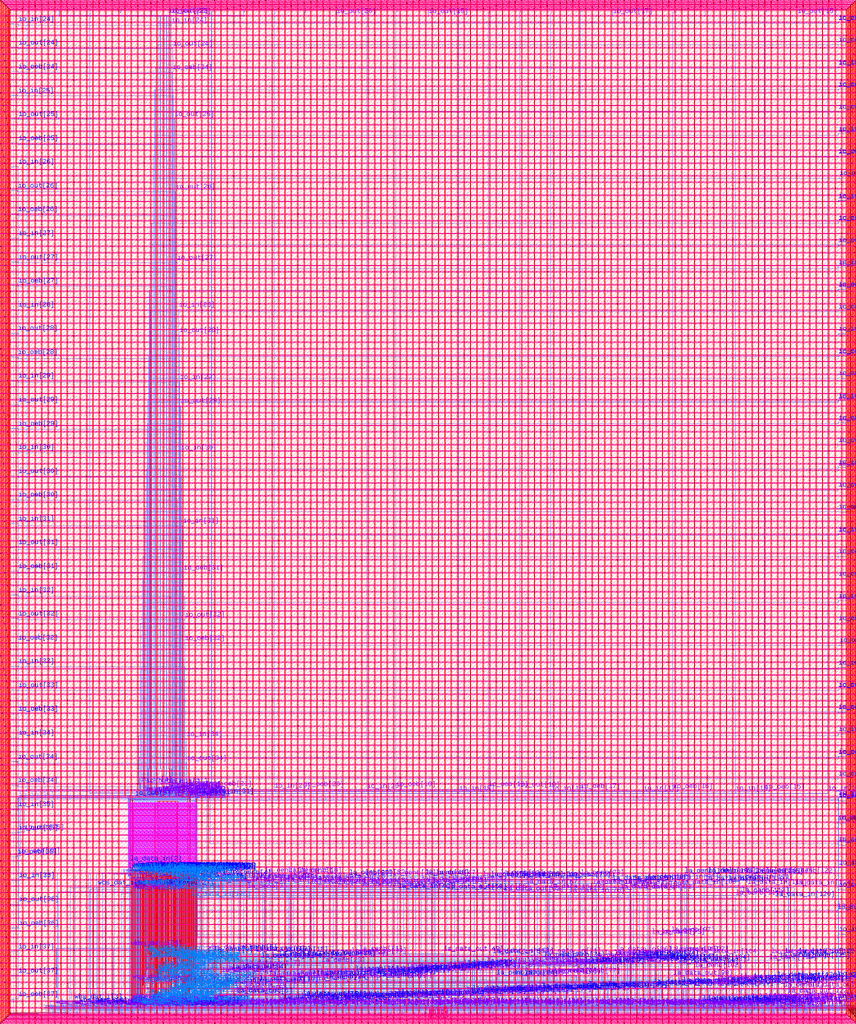
<source format=lef>
VERSION 5.7 ;
  NOWIREEXTENSIONATPIN ON ;
  DIVIDERCHAR "/" ;
  BUSBITCHARS "[]" ;
MACRO user_project_wrapper
  CLASS BLOCK ;
  FOREIGN user_project_wrapper ;
  ORIGIN 0.000 0.000 ;
  SIZE 2920.000 BY 3520.000 ;
  PIN io_in[0]
    DIRECTION INPUT ;
    USE SIGNAL ;
    PORT
      LAYER met1 ;
        RECT 426.490 748.240 426.810 748.300 ;
        RECT 447.190 748.240 447.510 748.300 ;
        RECT 426.490 748.100 447.510 748.240 ;
        RECT 426.490 748.040 426.810 748.100 ;
        RECT 447.190 748.040 447.510 748.100 ;
        RECT 458.230 748.240 458.550 748.300 ;
        RECT 458.230 748.100 496.870 748.240 ;
        RECT 458.230 748.040 458.550 748.100 ;
        RECT 447.190 747.220 447.510 747.280 ;
        RECT 458.230 747.220 458.550 747.280 ;
        RECT 447.190 747.080 458.550 747.220 ;
        RECT 496.730 747.220 496.870 748.100 ;
        RECT 517.430 747.420 614.170 747.560 ;
        RECT 517.430 747.220 517.570 747.420 ;
        RECT 496.730 747.080 517.570 747.220 ;
        RECT 614.030 747.220 614.170 747.420 ;
        RECT 2901.290 747.220 2901.610 747.280 ;
        RECT 614.030 747.080 2901.610 747.220 ;
        RECT 447.190 747.020 447.510 747.080 ;
        RECT 458.230 747.020 458.550 747.080 ;
        RECT 2901.290 747.020 2901.610 747.080 ;
      LAYER via ;
        RECT 426.520 748.040 426.780 748.300 ;
        RECT 447.220 748.040 447.480 748.300 ;
        RECT 458.260 748.040 458.520 748.300 ;
        RECT 447.220 747.020 447.480 747.280 ;
        RECT 458.260 747.020 458.520 747.280 ;
        RECT 2901.320 747.020 2901.580 747.280 ;
      LAYER met2 ;
        RECT 425.850 748.410 426.130 750.000 ;
        RECT 425.850 748.330 426.720 748.410 ;
        RECT 425.850 748.270 426.780 748.330 ;
        RECT 425.850 746.000 426.130 748.270 ;
        RECT 426.520 748.010 426.780 748.270 ;
        RECT 447.220 748.010 447.480 748.330 ;
        RECT 458.260 748.010 458.520 748.330 ;
        RECT 447.280 747.310 447.420 748.010 ;
        RECT 458.320 747.310 458.460 748.010 ;
        RECT 447.220 746.990 447.480 747.310 ;
        RECT 458.260 746.990 458.520 747.310 ;
        RECT 2901.320 746.990 2901.580 747.310 ;
        RECT 2901.380 39.285 2901.520 746.990 ;
        RECT 2901.310 38.915 2901.590 39.285 ;
      LAYER via2 ;
        RECT 2901.310 38.960 2901.590 39.240 ;
      LAYER met3 ;
        RECT 2901.285 39.250 2901.615 39.265 ;
        RECT 2917.600 39.250 2924.800 39.700 ;
        RECT 2901.285 38.950 2924.800 39.250 ;
        RECT 2901.285 38.935 2901.615 38.950 ;
        RECT 2917.600 38.500 2924.800 38.950 ;
    END
  END io_in[0]
  PIN io_in[10]
    DIRECTION INPUT ;
    USE SIGNAL ;
    PORT
      LAYER met1 ;
        RECT 477.550 2380.580 477.870 2380.640 ;
        RECT 2900.830 2380.580 2901.150 2380.640 ;
        RECT 477.550 2380.440 2901.150 2380.580 ;
        RECT 477.550 2380.380 477.870 2380.440 ;
        RECT 2900.830 2380.380 2901.150 2380.440 ;
        RECT 477.550 766.600 477.870 766.660 ;
        RECT 480.310 766.600 480.630 766.660 ;
        RECT 477.550 766.460 480.630 766.600 ;
        RECT 477.550 766.400 477.870 766.460 ;
        RECT 480.310 766.400 480.630 766.460 ;
      LAYER via ;
        RECT 477.580 2380.380 477.840 2380.640 ;
        RECT 2900.860 2380.380 2901.120 2380.640 ;
        RECT 477.580 766.400 477.840 766.660 ;
        RECT 480.340 766.400 480.600 766.660 ;
      LAYER met2 ;
        RECT 2900.850 2384.915 2901.130 2385.285 ;
        RECT 2900.920 2380.670 2901.060 2384.915 ;
        RECT 477.580 2380.350 477.840 2380.670 ;
        RECT 2900.860 2380.350 2901.120 2380.670 ;
        RECT 477.640 766.690 477.780 2380.350 ;
        RECT 477.580 766.370 477.840 766.690 ;
        RECT 480.340 766.370 480.600 766.690 ;
        RECT 480.400 749.770 480.540 766.370 ;
        RECT 481.050 749.770 481.330 750.000 ;
        RECT 480.400 749.630 481.330 749.770 ;
        RECT 481.050 746.000 481.330 749.630 ;
      LAYER via2 ;
        RECT 2900.850 2384.960 2901.130 2385.240 ;
      LAYER met3 ;
        RECT 2900.825 2385.250 2901.155 2385.265 ;
        RECT 2917.600 2385.250 2924.800 2385.700 ;
        RECT 2900.825 2384.950 2924.800 2385.250 ;
        RECT 2900.825 2384.935 2901.155 2384.950 ;
        RECT 2917.600 2384.500 2924.800 2384.950 ;
    END
  END io_in[10]
  PIN io_in[11]
    DIRECTION INPUT ;
    USE SIGNAL ;
    PORT
      LAYER met1 ;
        RECT 485.830 2615.180 486.150 2615.240 ;
        RECT 2900.830 2615.180 2901.150 2615.240 ;
        RECT 485.830 2615.040 2901.150 2615.180 ;
        RECT 485.830 2614.980 486.150 2615.040 ;
        RECT 2900.830 2614.980 2901.150 2615.040 ;
      LAYER via ;
        RECT 485.860 2614.980 486.120 2615.240 ;
        RECT 2900.860 2614.980 2901.120 2615.240 ;
      LAYER met2 ;
        RECT 2900.850 2619.515 2901.130 2619.885 ;
        RECT 2900.920 2615.270 2901.060 2619.515 ;
        RECT 485.860 2614.950 486.120 2615.270 ;
        RECT 2900.860 2614.950 2901.120 2615.270 ;
        RECT 485.920 749.770 486.060 2614.950 ;
        RECT 486.570 749.770 486.850 750.000 ;
        RECT 485.920 749.630 486.850 749.770 ;
        RECT 486.570 746.000 486.850 749.630 ;
      LAYER via2 ;
        RECT 2900.850 2619.560 2901.130 2619.840 ;
      LAYER met3 ;
        RECT 2900.825 2619.850 2901.155 2619.865 ;
        RECT 2917.600 2619.850 2924.800 2620.300 ;
        RECT 2900.825 2619.550 2924.800 2619.850 ;
        RECT 2900.825 2619.535 2901.155 2619.550 ;
        RECT 2917.600 2619.100 2924.800 2619.550 ;
    END
  END io_in[11]
  PIN io_in[12]
    DIRECTION INPUT ;
    USE SIGNAL ;
    PORT
      LAYER met1 ;
        RECT 491.810 2849.780 492.130 2849.840 ;
        RECT 2900.830 2849.780 2901.150 2849.840 ;
        RECT 491.810 2849.640 2901.150 2849.780 ;
        RECT 491.810 2849.580 492.130 2849.640 ;
        RECT 2900.830 2849.580 2901.150 2849.640 ;
      LAYER via ;
        RECT 491.840 2849.580 492.100 2849.840 ;
        RECT 2900.860 2849.580 2901.120 2849.840 ;
      LAYER met2 ;
        RECT 2900.850 2854.115 2901.130 2854.485 ;
        RECT 2900.920 2849.870 2901.060 2854.115 ;
        RECT 491.840 2849.550 492.100 2849.870 ;
        RECT 2900.860 2849.550 2901.120 2849.870 ;
        RECT 491.900 751.130 492.040 2849.550 ;
        RECT 491.900 750.990 492.270 751.130 ;
        RECT 492.130 750.000 492.270 750.990 ;
        RECT 492.090 746.000 492.370 750.000 ;
      LAYER via2 ;
        RECT 2900.850 2854.160 2901.130 2854.440 ;
      LAYER met3 ;
        RECT 2900.825 2854.450 2901.155 2854.465 ;
        RECT 2917.600 2854.450 2924.800 2854.900 ;
        RECT 2900.825 2854.150 2924.800 2854.450 ;
        RECT 2900.825 2854.135 2901.155 2854.150 ;
        RECT 2917.600 2853.700 2924.800 2854.150 ;
    END
  END io_in[12]
  PIN io_in[13]
    DIRECTION INPUT ;
    USE SIGNAL ;
    PORT
      LAYER met1 ;
        RECT 497.330 3084.380 497.650 3084.440 ;
        RECT 2900.830 3084.380 2901.150 3084.440 ;
        RECT 497.330 3084.240 2901.150 3084.380 ;
        RECT 497.330 3084.180 497.650 3084.240 ;
        RECT 2900.830 3084.180 2901.150 3084.240 ;
      LAYER via ;
        RECT 497.360 3084.180 497.620 3084.440 ;
        RECT 2900.860 3084.180 2901.120 3084.440 ;
      LAYER met2 ;
        RECT 2900.850 3088.715 2901.130 3089.085 ;
        RECT 2900.920 3084.470 2901.060 3088.715 ;
        RECT 497.360 3084.150 497.620 3084.470 ;
        RECT 2900.860 3084.150 2901.120 3084.470 ;
        RECT 497.420 751.130 497.560 3084.150 ;
        RECT 497.420 750.990 497.790 751.130 ;
        RECT 497.650 750.000 497.790 750.990 ;
        RECT 497.610 746.000 497.890 750.000 ;
      LAYER via2 ;
        RECT 2900.850 3088.760 2901.130 3089.040 ;
      LAYER met3 ;
        RECT 2900.825 3089.050 2901.155 3089.065 ;
        RECT 2917.600 3089.050 2924.800 3089.500 ;
        RECT 2900.825 3088.750 2924.800 3089.050 ;
        RECT 2900.825 3088.735 2901.155 3088.750 ;
        RECT 2917.600 3088.300 2924.800 3088.750 ;
    END
  END io_in[13]
  PIN io_in[14]
    DIRECTION INPUT ;
    USE SIGNAL ;
    PORT
      LAYER met1 ;
        RECT 501.010 3318.980 501.330 3319.040 ;
        RECT 2900.830 3318.980 2901.150 3319.040 ;
        RECT 501.010 3318.840 2901.150 3318.980 ;
        RECT 501.010 3318.780 501.330 3318.840 ;
        RECT 2900.830 3318.780 2901.150 3318.840 ;
      LAYER via ;
        RECT 501.040 3318.780 501.300 3319.040 ;
        RECT 2900.860 3318.780 2901.120 3319.040 ;
      LAYER met2 ;
        RECT 2900.850 3323.315 2901.130 3323.685 ;
        RECT 2900.920 3319.070 2901.060 3323.315 ;
        RECT 501.040 3318.750 501.300 3319.070 ;
        RECT 2900.860 3318.750 2901.120 3319.070 ;
        RECT 501.100 855.670 501.240 3318.750 ;
        RECT 501.100 855.530 502.620 855.670 ;
        RECT 502.480 749.770 502.620 855.530 ;
        RECT 503.130 749.770 503.410 750.000 ;
        RECT 502.480 749.630 503.410 749.770 ;
        RECT 503.130 746.000 503.410 749.630 ;
      LAYER via2 ;
        RECT 2900.850 3323.360 2901.130 3323.640 ;
      LAYER met3 ;
        RECT 2900.825 3323.650 2901.155 3323.665 ;
        RECT 2917.600 3323.650 2924.800 3324.100 ;
        RECT 2900.825 3323.350 2924.800 3323.650 ;
        RECT 2900.825 3323.335 2901.155 3323.350 ;
        RECT 2917.600 3322.900 2924.800 3323.350 ;
    END
  END io_in[14]
  PIN io_in[15]
    DIRECTION INPUT ;
    USE SIGNAL ;
    PORT
      LAYER met1 ;
        RECT 508.830 769.320 509.150 769.380 ;
        RECT 2863.570 769.320 2863.890 769.380 ;
        RECT 508.830 769.180 2863.890 769.320 ;
        RECT 508.830 769.120 509.150 769.180 ;
        RECT 2863.570 769.120 2863.890 769.180 ;
      LAYER via ;
        RECT 508.860 769.120 509.120 769.380 ;
        RECT 2863.600 769.120 2863.860 769.380 ;
      LAYER met2 ;
        RECT 2864.830 3517.600 2865.390 3524.800 ;
        RECT 2865.040 3512.170 2865.180 3517.600 ;
        RECT 2863.660 3512.030 2865.180 3512.170 ;
        RECT 2863.660 769.410 2863.800 3512.030 ;
        RECT 508.860 769.090 509.120 769.410 ;
        RECT 2863.600 769.090 2863.860 769.410 ;
        RECT 508.920 750.000 509.060 769.090 ;
        RECT 508.650 749.630 509.060 750.000 ;
        RECT 508.650 746.000 508.930 749.630 ;
    END
  END io_in[15]
  PIN io_in[16]
    DIRECTION INPUT ;
    USE SIGNAL ;
    PORT
      LAYER met1 ;
        RECT 514.350 769.660 514.670 769.720 ;
        RECT 2539.270 769.660 2539.590 769.720 ;
        RECT 514.350 769.520 2539.590 769.660 ;
        RECT 514.350 769.460 514.670 769.520 ;
        RECT 2539.270 769.460 2539.590 769.520 ;
      LAYER via ;
        RECT 514.380 769.460 514.640 769.720 ;
        RECT 2539.300 769.460 2539.560 769.720 ;
      LAYER met2 ;
        RECT 2540.530 3517.600 2541.090 3524.800 ;
        RECT 2540.740 3512.170 2540.880 3517.600 ;
        RECT 2539.360 3512.030 2540.880 3512.170 ;
        RECT 2539.360 769.750 2539.500 3512.030 ;
        RECT 514.380 769.430 514.640 769.750 ;
        RECT 2539.300 769.430 2539.560 769.750 ;
        RECT 514.440 750.000 514.580 769.430 ;
        RECT 514.170 749.630 514.580 750.000 ;
        RECT 514.170 746.000 514.450 749.630 ;
    END
  END io_in[16]
  PIN io_in[17]
    DIRECTION INPUT ;
    USE SIGNAL ;
    PORT
      LAYER met1 ;
        RECT 519.870 770.000 520.190 770.060 ;
        RECT 2214.970 770.000 2215.290 770.060 ;
        RECT 519.870 769.860 2215.290 770.000 ;
        RECT 519.870 769.800 520.190 769.860 ;
        RECT 2214.970 769.800 2215.290 769.860 ;
      LAYER via ;
        RECT 519.900 769.800 520.160 770.060 ;
        RECT 2215.000 769.800 2215.260 770.060 ;
      LAYER met2 ;
        RECT 2216.230 3517.600 2216.790 3524.800 ;
        RECT 2216.440 3512.170 2216.580 3517.600 ;
        RECT 2215.060 3512.030 2216.580 3512.170 ;
        RECT 2215.060 770.090 2215.200 3512.030 ;
        RECT 519.900 769.770 520.160 770.090 ;
        RECT 2215.000 769.770 2215.260 770.090 ;
        RECT 519.960 750.000 520.100 769.770 ;
        RECT 519.690 749.630 520.100 750.000 ;
        RECT 519.690 746.000 519.970 749.630 ;
    END
  END io_in[17]
  PIN io_in[18]
    DIRECTION INPUT ;
    USE SIGNAL ;
    PORT
      LAYER met1 ;
        RECT 524.930 770.340 525.250 770.400 ;
        RECT 1890.670 770.340 1890.990 770.400 ;
        RECT 524.930 770.200 1890.990 770.340 ;
        RECT 524.930 770.140 525.250 770.200 ;
        RECT 1890.670 770.140 1890.990 770.200 ;
      LAYER via ;
        RECT 524.960 770.140 525.220 770.400 ;
        RECT 1890.700 770.140 1890.960 770.400 ;
      LAYER met2 ;
        RECT 1891.930 3517.600 1892.490 3524.800 ;
        RECT 1892.140 3512.170 1892.280 3517.600 ;
        RECT 1890.760 3512.030 1892.280 3512.170 ;
        RECT 1890.760 770.430 1890.900 3512.030 ;
        RECT 524.960 770.110 525.220 770.430 ;
        RECT 1890.700 770.110 1890.960 770.430 ;
        RECT 525.020 751.130 525.160 770.110 ;
        RECT 525.020 750.990 525.390 751.130 ;
        RECT 525.250 750.000 525.390 750.990 ;
        RECT 525.210 746.000 525.490 750.000 ;
    END
  END io_in[18]
  PIN io_in[19]
    DIRECTION INPUT ;
    USE SIGNAL ;
    PORT
      LAYER met1 ;
        RECT 530.910 770.680 531.230 770.740 ;
        RECT 1566.370 770.680 1566.690 770.740 ;
        RECT 530.910 770.540 1566.690 770.680 ;
        RECT 530.910 770.480 531.230 770.540 ;
        RECT 1566.370 770.480 1566.690 770.540 ;
      LAYER via ;
        RECT 530.940 770.480 531.200 770.740 ;
        RECT 1566.400 770.480 1566.660 770.740 ;
      LAYER met2 ;
        RECT 1567.630 3517.600 1568.190 3524.800 ;
        RECT 1567.840 3512.170 1567.980 3517.600 ;
        RECT 1566.460 3512.030 1567.980 3512.170 ;
        RECT 1566.460 770.770 1566.600 3512.030 ;
        RECT 530.940 770.450 531.200 770.770 ;
        RECT 1566.400 770.450 1566.660 770.770 ;
        RECT 531.000 750.000 531.140 770.450 ;
        RECT 530.730 749.630 531.140 750.000 ;
        RECT 530.730 746.000 531.010 749.630 ;
    END
  END io_in[19]
  PIN io_in[1]
    DIRECTION INPUT ;
    USE SIGNAL ;
    PORT
      LAYER met1 ;
        RECT 432.010 747.020 432.330 747.280 ;
        RECT 432.100 746.880 432.240 747.020 ;
        RECT 431.640 746.740 432.240 746.880 ;
        RECT 431.640 745.860 431.780 746.740 ;
        RECT 2902.210 745.860 2902.530 745.920 ;
        RECT 431.640 745.720 2902.530 745.860 ;
        RECT 2902.210 745.660 2902.530 745.720 ;
      LAYER via ;
        RECT 432.040 747.020 432.300 747.280 ;
        RECT 2902.240 745.660 2902.500 745.920 ;
      LAYER met2 ;
        RECT 431.370 747.050 431.650 750.000 ;
        RECT 432.040 747.050 432.300 747.310 ;
        RECT 431.370 746.990 432.300 747.050 ;
        RECT 431.370 746.910 432.240 746.990 ;
        RECT 431.370 746.000 431.650 746.910 ;
        RECT 2902.240 745.630 2902.500 745.950 ;
        RECT 2902.300 273.885 2902.440 745.630 ;
        RECT 2902.230 273.515 2902.510 273.885 ;
      LAYER via2 ;
        RECT 2902.230 273.560 2902.510 273.840 ;
      LAYER met3 ;
        RECT 2902.205 273.850 2902.535 273.865 ;
        RECT 2917.600 273.850 2924.800 274.300 ;
        RECT 2902.205 273.550 2924.800 273.850 ;
        RECT 2902.205 273.535 2902.535 273.550 ;
        RECT 2917.600 273.100 2924.800 273.550 ;
    END
  END io_in[1]
  PIN io_in[20]
    DIRECTION INPUT ;
    USE SIGNAL ;
    PORT
      LAYER met1 ;
        RECT 535.510 777.140 535.830 777.200 ;
        RECT 1242.070 777.140 1242.390 777.200 ;
        RECT 535.510 777.000 1242.390 777.140 ;
        RECT 535.510 776.940 535.830 777.000 ;
        RECT 1242.070 776.940 1242.390 777.000 ;
      LAYER via ;
        RECT 535.540 776.940 535.800 777.200 ;
        RECT 1242.100 776.940 1242.360 777.200 ;
      LAYER met2 ;
        RECT 1243.330 3517.600 1243.890 3524.800 ;
        RECT 1243.540 3512.170 1243.680 3517.600 ;
        RECT 1242.160 3512.030 1243.680 3512.170 ;
        RECT 1242.160 777.230 1242.300 3512.030 ;
        RECT 535.540 776.910 535.800 777.230 ;
        RECT 1242.100 776.910 1242.360 777.230 ;
        RECT 535.600 749.770 535.740 776.910 ;
        RECT 536.250 749.770 536.530 750.000 ;
        RECT 535.600 749.630 536.530 749.770 ;
        RECT 536.250 746.000 536.530 749.630 ;
    END
  END io_in[20]
  PIN io_in[21]
    DIRECTION INPUT ;
    USE SIGNAL ;
    PORT
      LAYER met1 ;
        RECT 541.030 778.160 541.350 778.220 ;
        RECT 917.770 778.160 918.090 778.220 ;
        RECT 541.030 778.020 918.090 778.160 ;
        RECT 541.030 777.960 541.350 778.020 ;
        RECT 917.770 777.960 918.090 778.020 ;
      LAYER via ;
        RECT 541.060 777.960 541.320 778.220 ;
        RECT 917.800 777.960 918.060 778.220 ;
      LAYER met2 ;
        RECT 919.030 3517.600 919.590 3524.800 ;
        RECT 919.240 3512.170 919.380 3517.600 ;
        RECT 917.860 3512.030 919.380 3512.170 ;
        RECT 917.860 778.250 918.000 3512.030 ;
        RECT 541.060 777.930 541.320 778.250 ;
        RECT 917.800 777.930 918.060 778.250 ;
        RECT 541.120 749.770 541.260 777.930 ;
        RECT 541.770 749.770 542.050 750.000 ;
        RECT 541.120 749.630 542.050 749.770 ;
        RECT 541.770 746.000 542.050 749.630 ;
    END
  END io_in[21]
  PIN io_in[22]
    DIRECTION INPUT ;
    USE SIGNAL ;
    PORT
      LAYER met1 ;
        RECT 547.930 771.360 548.250 771.420 ;
        RECT 593.930 771.360 594.250 771.420 ;
        RECT 547.930 771.220 594.250 771.360 ;
        RECT 547.930 771.160 548.250 771.220 ;
        RECT 593.930 771.160 594.250 771.220 ;
      LAYER via ;
        RECT 547.960 771.160 548.220 771.420 ;
        RECT 593.960 771.160 594.220 771.420 ;
      LAYER met2 ;
        RECT 594.730 3517.600 595.290 3524.800 ;
        RECT 594.940 3512.170 595.080 3517.600 ;
        RECT 593.560 3512.030 595.080 3512.170 ;
        RECT 593.560 855.670 593.700 3512.030 ;
        RECT 593.560 855.530 594.160 855.670 ;
        RECT 594.020 771.450 594.160 855.530 ;
        RECT 547.960 771.130 548.220 771.450 ;
        RECT 593.960 771.130 594.220 771.450 ;
        RECT 547.290 749.770 547.570 750.000 ;
        RECT 548.020 749.770 548.160 771.130 ;
        RECT 547.290 749.630 548.160 749.770 ;
        RECT 547.290 746.000 547.570 749.630 ;
    END
  END io_in[22]
  PIN io_in[23]
    DIRECTION INPUT ;
    USE SIGNAL ;
    PORT
      LAYER met1 ;
        RECT 269.170 771.020 269.490 771.080 ;
        RECT 552.070 771.020 552.390 771.080 ;
        RECT 269.170 770.880 552.390 771.020 ;
        RECT 269.170 770.820 269.490 770.880 ;
        RECT 552.070 770.820 552.390 770.880 ;
      LAYER via ;
        RECT 269.200 770.820 269.460 771.080 ;
        RECT 552.100 770.820 552.360 771.080 ;
      LAYER met2 ;
        RECT 270.430 3517.600 270.990 3524.800 ;
        RECT 270.640 3512.170 270.780 3517.600 ;
        RECT 269.260 3512.030 270.780 3512.170 ;
        RECT 269.260 771.110 269.400 3512.030 ;
        RECT 269.200 770.790 269.460 771.110 ;
        RECT 552.100 770.790 552.360 771.110 ;
        RECT 552.160 749.770 552.300 770.790 ;
        RECT 552.810 749.770 553.090 750.000 ;
        RECT 552.160 749.630 553.090 749.770 ;
        RECT 552.810 746.000 553.090 749.630 ;
    END
  END io_in[23]
  PIN io_in[24]
    DIRECTION INPUT ;
    USE SIGNAL ;
    PORT
      LAYER met1 ;
        RECT 17.090 3470.960 17.410 3471.020 ;
        RECT 556.210 3470.960 556.530 3471.020 ;
        RECT 17.090 3470.820 556.530 3470.960 ;
        RECT 17.090 3470.760 17.410 3470.820 ;
        RECT 556.210 3470.760 556.530 3470.820 ;
      LAYER via ;
        RECT 17.120 3470.760 17.380 3471.020 ;
        RECT 556.240 3470.760 556.500 3471.020 ;
      LAYER met2 ;
        RECT 17.110 3474.275 17.390 3474.645 ;
        RECT 17.180 3471.050 17.320 3474.275 ;
        RECT 17.120 3470.730 17.380 3471.050 ;
        RECT 556.240 3470.730 556.500 3471.050 ;
        RECT 556.300 855.670 556.440 3470.730 ;
        RECT 556.300 855.530 557.820 855.670 ;
        RECT 557.680 749.770 557.820 855.530 ;
        RECT 558.330 749.770 558.610 750.000 ;
        RECT 557.680 749.630 558.610 749.770 ;
        RECT 558.330 746.000 558.610 749.630 ;
      LAYER via2 ;
        RECT 17.110 3474.320 17.390 3474.600 ;
      LAYER met3 ;
        RECT -4.800 3474.610 2.400 3475.060 ;
        RECT 17.085 3474.610 17.415 3474.625 ;
        RECT -4.800 3474.310 17.415 3474.610 ;
        RECT -4.800 3473.860 2.400 3474.310 ;
        RECT 17.085 3474.295 17.415 3474.310 ;
    END
  END io_in[24]
  PIN io_in[25]
    DIRECTION INPUT ;
    USE SIGNAL ;
    PORT
      LAYER met1 ;
        RECT 16.170 3222.420 16.490 3222.480 ;
        RECT 561.730 3222.420 562.050 3222.480 ;
        RECT 16.170 3222.280 562.050 3222.420 ;
        RECT 16.170 3222.220 16.490 3222.280 ;
        RECT 561.730 3222.220 562.050 3222.280 ;
        RECT 561.730 749.260 562.050 749.320 ;
        RECT 563.110 749.260 563.430 749.320 ;
        RECT 561.730 749.120 563.430 749.260 ;
        RECT 561.730 749.060 562.050 749.120 ;
        RECT 563.110 749.060 563.430 749.120 ;
      LAYER via ;
        RECT 16.200 3222.220 16.460 3222.480 ;
        RECT 561.760 3222.220 562.020 3222.480 ;
        RECT 561.760 749.060 562.020 749.320 ;
        RECT 563.140 749.060 563.400 749.320 ;
      LAYER met2 ;
        RECT 16.190 3223.355 16.470 3223.725 ;
        RECT 16.260 3222.510 16.400 3223.355 ;
        RECT 16.200 3222.190 16.460 3222.510 ;
        RECT 561.760 3222.190 562.020 3222.510 ;
        RECT 561.820 749.350 561.960 3222.190 ;
        RECT 561.760 749.030 562.020 749.350 ;
        RECT 563.140 749.090 563.400 749.350 ;
        RECT 563.850 749.090 564.130 750.000 ;
        RECT 563.140 749.030 564.130 749.090 ;
        RECT 563.200 748.950 564.130 749.030 ;
        RECT 563.850 746.000 564.130 748.950 ;
      LAYER via2 ;
        RECT 16.190 3223.400 16.470 3223.680 ;
      LAYER met3 ;
        RECT -4.800 3223.690 2.400 3224.140 ;
        RECT 16.165 3223.690 16.495 3223.705 ;
        RECT -4.800 3223.390 16.495 3223.690 ;
        RECT -4.800 3222.940 2.400 3223.390 ;
        RECT 16.165 3223.375 16.495 3223.390 ;
    END
  END io_in[25]
  PIN io_in[26]
    DIRECTION INPUT ;
    USE SIGNAL ;
    PORT
      LAYER met1 ;
        RECT 17.090 777.820 17.410 777.880 ;
        RECT 568.630 777.820 568.950 777.880 ;
        RECT 17.090 777.680 568.950 777.820 ;
        RECT 17.090 777.620 17.410 777.680 ;
        RECT 568.630 777.620 568.950 777.680 ;
      LAYER via ;
        RECT 17.120 777.620 17.380 777.880 ;
        RECT 568.660 777.620 568.920 777.880 ;
      LAYER met2 ;
        RECT 17.110 2972.435 17.390 2972.805 ;
        RECT 17.180 777.910 17.320 2972.435 ;
        RECT 17.120 777.590 17.380 777.910 ;
        RECT 568.660 777.590 568.920 777.910 ;
        RECT 568.720 749.770 568.860 777.590 ;
        RECT 569.370 749.770 569.650 750.000 ;
        RECT 568.720 749.630 569.650 749.770 ;
        RECT 569.370 746.000 569.650 749.630 ;
      LAYER via2 ;
        RECT 17.110 2972.480 17.390 2972.760 ;
      LAYER met3 ;
        RECT -4.800 2972.770 2.400 2973.220 ;
        RECT 17.085 2972.770 17.415 2972.785 ;
        RECT -4.800 2972.470 17.415 2972.770 ;
        RECT -4.800 2972.020 2.400 2972.470 ;
        RECT 17.085 2972.455 17.415 2972.470 ;
    END
  END io_in[26]
  PIN io_in[27]
    DIRECTION INPUT ;
    USE SIGNAL ;
    PORT
      LAYER met1 ;
        RECT 17.550 777.480 17.870 777.540 ;
        RECT 574.610 777.480 574.930 777.540 ;
        RECT 17.550 777.340 574.930 777.480 ;
        RECT 17.550 777.280 17.870 777.340 ;
        RECT 574.610 777.280 574.930 777.340 ;
      LAYER via ;
        RECT 17.580 777.280 17.840 777.540 ;
        RECT 574.640 777.280 574.900 777.540 ;
      LAYER met2 ;
        RECT 17.570 2721.515 17.850 2721.885 ;
        RECT 17.640 777.570 17.780 2721.515 ;
        RECT 17.580 777.250 17.840 777.570 ;
        RECT 574.640 777.250 574.900 777.570 ;
        RECT 574.700 751.130 574.840 777.250 ;
        RECT 574.700 750.990 575.070 751.130 ;
        RECT 574.930 750.000 575.070 750.990 ;
        RECT 574.890 746.000 575.170 750.000 ;
      LAYER via2 ;
        RECT 17.570 2721.560 17.850 2721.840 ;
      LAYER met3 ;
        RECT -4.800 2721.850 2.400 2722.300 ;
        RECT 17.545 2721.850 17.875 2721.865 ;
        RECT -4.800 2721.550 17.875 2721.850 ;
        RECT -4.800 2721.100 2.400 2721.550 ;
        RECT 17.545 2721.535 17.875 2721.550 ;
    END
  END io_in[27]
  PIN io_in[28]
    DIRECTION INPUT ;
    USE SIGNAL ;
    PORT
      LAYER met1 ;
        RECT 16.630 2470.340 16.950 2470.400 ;
        RECT 582.430 2470.340 582.750 2470.400 ;
        RECT 16.630 2470.200 582.750 2470.340 ;
        RECT 16.630 2470.140 16.950 2470.200 ;
        RECT 582.430 2470.140 582.750 2470.200 ;
      LAYER via ;
        RECT 16.660 2470.140 16.920 2470.400 ;
        RECT 582.460 2470.140 582.720 2470.400 ;
      LAYER met2 ;
        RECT 16.650 2470.595 16.930 2470.965 ;
        RECT 16.720 2470.430 16.860 2470.595 ;
        RECT 16.660 2470.110 16.920 2470.430 ;
        RECT 582.460 2470.110 582.720 2470.430 ;
        RECT 582.520 807.370 582.660 2470.110 ;
        RECT 581.140 807.230 582.660 807.370 ;
        RECT 580.410 749.770 580.690 750.000 ;
        RECT 581.140 749.770 581.280 807.230 ;
        RECT 580.410 749.630 581.280 749.770 ;
        RECT 580.410 746.000 580.690 749.630 ;
      LAYER via2 ;
        RECT 16.650 2470.640 16.930 2470.920 ;
      LAYER met3 ;
        RECT -4.800 2470.930 2.400 2471.380 ;
        RECT 16.625 2470.930 16.955 2470.945 ;
        RECT -4.800 2470.630 16.955 2470.930 ;
        RECT -4.800 2470.180 2.400 2470.630 ;
        RECT 16.625 2470.615 16.955 2470.630 ;
    END
  END io_in[28]
  PIN io_in[29]
    DIRECTION INPUT ;
    USE SIGNAL ;
    PORT
      LAYER met1 ;
        RECT 16.630 2215.000 16.950 2215.060 ;
        RECT 585.190 2215.000 585.510 2215.060 ;
        RECT 16.630 2214.860 585.510 2215.000 ;
        RECT 16.630 2214.800 16.950 2214.860 ;
        RECT 585.190 2214.800 585.510 2214.860 ;
      LAYER via ;
        RECT 16.660 2214.800 16.920 2215.060 ;
        RECT 585.220 2214.800 585.480 2215.060 ;
      LAYER met2 ;
        RECT 16.650 2219.675 16.930 2220.045 ;
        RECT 16.720 2215.090 16.860 2219.675 ;
        RECT 16.660 2214.770 16.920 2215.090 ;
        RECT 585.220 2214.770 585.480 2215.090 ;
        RECT 585.280 749.770 585.420 2214.770 ;
        RECT 585.930 749.770 586.210 750.000 ;
        RECT 585.280 749.630 586.210 749.770 ;
        RECT 585.930 746.000 586.210 749.630 ;
      LAYER via2 ;
        RECT 16.650 2219.720 16.930 2220.000 ;
      LAYER met3 ;
        RECT -4.800 2220.010 2.400 2220.460 ;
        RECT 16.625 2220.010 16.955 2220.025 ;
        RECT -4.800 2219.710 16.955 2220.010 ;
        RECT -4.800 2219.260 2.400 2219.710 ;
        RECT 16.625 2219.695 16.955 2219.710 ;
    END
  END io_in[29]
  PIN io_in[2]
    DIRECTION INPUT ;
    USE SIGNAL ;
    PORT
      LAYER met1 ;
        RECT 470.650 747.020 470.970 747.280 ;
        RECT 470.740 746.540 470.880 747.020 ;
        RECT 2903.130 746.540 2903.450 746.600 ;
        RECT 470.740 746.400 2903.450 746.540 ;
        RECT 2903.130 746.340 2903.450 746.400 ;
      LAYER via ;
        RECT 470.680 747.020 470.940 747.280 ;
        RECT 2903.160 746.340 2903.420 746.600 ;
      LAYER met2 ;
        RECT 436.890 747.730 437.170 750.000 ;
        RECT 437.550 747.730 437.830 747.845 ;
        RECT 436.890 747.590 437.830 747.730 ;
        RECT 436.890 746.000 437.170 747.590 ;
        RECT 437.550 747.475 437.830 747.590 ;
        RECT 470.670 747.475 470.950 747.845 ;
        RECT 470.740 747.310 470.880 747.475 ;
        RECT 470.680 746.990 470.940 747.310 ;
        RECT 2903.160 746.310 2903.420 746.630 ;
        RECT 2903.220 508.485 2903.360 746.310 ;
        RECT 2903.150 508.115 2903.430 508.485 ;
      LAYER via2 ;
        RECT 437.550 747.520 437.830 747.800 ;
        RECT 470.670 747.520 470.950 747.800 ;
        RECT 2903.150 508.160 2903.430 508.440 ;
      LAYER met3 ;
        RECT 437.525 747.810 437.855 747.825 ;
        RECT 470.645 747.810 470.975 747.825 ;
        RECT 437.525 747.510 470.975 747.810 ;
        RECT 437.525 747.495 437.855 747.510 ;
        RECT 470.645 747.495 470.975 747.510 ;
        RECT 2903.125 508.450 2903.455 508.465 ;
        RECT 2917.600 508.450 2924.800 508.900 ;
        RECT 2903.125 508.150 2924.800 508.450 ;
        RECT 2903.125 508.135 2903.455 508.150 ;
        RECT 2917.600 507.700 2924.800 508.150 ;
    END
  END io_in[2]
  PIN io_in[30]
    DIRECTION INPUT ;
    USE SIGNAL ;
    PORT
      LAYER met1 ;
        RECT 18.010 1966.800 18.330 1966.860 ;
        RECT 589.330 1966.800 589.650 1966.860 ;
        RECT 18.010 1966.660 589.650 1966.800 ;
        RECT 18.010 1966.600 18.330 1966.660 ;
        RECT 589.330 1966.600 589.650 1966.660 ;
      LAYER via ;
        RECT 18.040 1966.600 18.300 1966.860 ;
        RECT 589.360 1966.600 589.620 1966.860 ;
      LAYER met2 ;
        RECT 18.030 1968.755 18.310 1969.125 ;
        RECT 18.100 1966.890 18.240 1968.755 ;
        RECT 18.040 1966.570 18.300 1966.890 ;
        RECT 589.360 1966.570 589.620 1966.890 ;
        RECT 589.420 759.070 589.560 1966.570 ;
        RECT 589.420 758.930 590.940 759.070 ;
        RECT 590.800 749.770 590.940 758.930 ;
        RECT 591.450 749.770 591.730 750.000 ;
        RECT 590.800 749.630 591.730 749.770 ;
        RECT 591.450 746.000 591.730 749.630 ;
      LAYER via2 ;
        RECT 18.030 1968.800 18.310 1969.080 ;
      LAYER met3 ;
        RECT -4.800 1969.090 2.400 1969.540 ;
        RECT 18.005 1969.090 18.335 1969.105 ;
        RECT -4.800 1968.790 18.335 1969.090 ;
        RECT -4.800 1968.340 2.400 1968.790 ;
        RECT 18.005 1968.775 18.335 1968.790 ;
    END
  END io_in[30]
  PIN io_in[31]
    DIRECTION INPUT ;
    USE SIGNAL ;
    PORT
      LAYER met1 ;
        RECT 16.630 1711.460 16.950 1711.520 ;
        RECT 596.690 1711.460 597.010 1711.520 ;
        RECT 16.630 1711.320 597.010 1711.460 ;
        RECT 16.630 1711.260 16.950 1711.320 ;
        RECT 596.690 1711.260 597.010 1711.320 ;
      LAYER via ;
        RECT 16.660 1711.260 16.920 1711.520 ;
        RECT 596.720 1711.260 596.980 1711.520 ;
      LAYER met2 ;
        RECT 16.650 1717.835 16.930 1718.205 ;
        RECT 16.720 1711.550 16.860 1717.835 ;
        RECT 16.660 1711.230 16.920 1711.550 ;
        RECT 596.720 1711.230 596.980 1711.550 ;
        RECT 596.780 751.130 596.920 1711.230 ;
        RECT 596.780 750.990 597.150 751.130 ;
        RECT 597.010 750.000 597.150 750.990 ;
        RECT 596.970 746.000 597.250 750.000 ;
      LAYER via2 ;
        RECT 16.650 1717.880 16.930 1718.160 ;
      LAYER met3 ;
        RECT -4.800 1718.170 2.400 1718.620 ;
        RECT 16.625 1718.170 16.955 1718.185 ;
        RECT -4.800 1717.870 16.955 1718.170 ;
        RECT -4.800 1717.420 2.400 1717.870 ;
        RECT 16.625 1717.855 16.955 1717.870 ;
    END
  END io_in[31]
  PIN io_in[32]
    DIRECTION INPUT ;
    USE SIGNAL ;
    PORT
      LAYER met1 ;
        RECT 16.630 1462.920 16.950 1462.980 ;
        RECT 603.130 1462.920 603.450 1462.980 ;
        RECT 16.630 1462.780 603.450 1462.920 ;
        RECT 16.630 1462.720 16.950 1462.780 ;
        RECT 603.130 1462.720 603.450 1462.780 ;
        RECT 601.750 782.920 602.070 782.980 ;
        RECT 603.130 782.920 603.450 782.980 ;
        RECT 601.750 782.780 603.450 782.920 ;
        RECT 601.750 782.720 602.070 782.780 ;
        RECT 603.130 782.720 603.450 782.780 ;
      LAYER via ;
        RECT 16.660 1462.720 16.920 1462.980 ;
        RECT 603.160 1462.720 603.420 1462.980 ;
        RECT 601.780 782.720 602.040 782.980 ;
        RECT 603.160 782.720 603.420 782.980 ;
      LAYER met2 ;
        RECT 16.650 1466.915 16.930 1467.285 ;
        RECT 16.720 1463.010 16.860 1466.915 ;
        RECT 16.660 1462.690 16.920 1463.010 ;
        RECT 603.160 1462.690 603.420 1463.010 ;
        RECT 603.220 783.010 603.360 1462.690 ;
        RECT 601.780 782.690 602.040 783.010 ;
        RECT 603.160 782.690 603.420 783.010 ;
        RECT 601.110 749.770 601.390 750.000 ;
        RECT 601.840 749.770 601.980 782.690 ;
        RECT 601.110 749.630 601.980 749.770 ;
        RECT 601.110 746.000 601.390 749.630 ;
      LAYER via2 ;
        RECT 16.650 1466.960 16.930 1467.240 ;
      LAYER met3 ;
        RECT -4.800 1467.250 2.400 1467.700 ;
        RECT 16.625 1467.250 16.955 1467.265 ;
        RECT -4.800 1466.950 16.955 1467.250 ;
        RECT -4.800 1466.500 2.400 1466.950 ;
        RECT 16.625 1466.935 16.955 1466.950 ;
    END
  END io_in[32]
  PIN io_in[33]
    DIRECTION INPUT ;
    USE SIGNAL ;
    PORT
      LAYER met1 ;
        RECT 16.630 1214.720 16.950 1214.780 ;
        RECT 601.750 1214.720 602.070 1214.780 ;
        RECT 16.630 1214.580 602.070 1214.720 ;
        RECT 16.630 1214.520 16.950 1214.580 ;
        RECT 601.750 1214.520 602.070 1214.580 ;
        RECT 601.750 784.280 602.070 784.340 ;
        RECT 604.510 784.280 604.830 784.340 ;
        RECT 601.750 784.140 604.830 784.280 ;
        RECT 601.750 784.080 602.070 784.140 ;
        RECT 604.510 784.080 604.830 784.140 ;
      LAYER via ;
        RECT 16.660 1214.520 16.920 1214.780 ;
        RECT 601.780 1214.520 602.040 1214.780 ;
        RECT 601.780 784.080 602.040 784.340 ;
        RECT 604.540 784.080 604.800 784.340 ;
      LAYER met2 ;
        RECT 16.650 1215.995 16.930 1216.365 ;
        RECT 16.720 1214.810 16.860 1215.995 ;
        RECT 16.660 1214.490 16.920 1214.810 ;
        RECT 601.780 1214.490 602.040 1214.810 ;
        RECT 601.840 784.370 601.980 1214.490 ;
        RECT 601.780 784.050 602.040 784.370 ;
        RECT 604.540 784.050 604.800 784.370 ;
        RECT 604.600 749.770 604.740 784.050 ;
        RECT 605.250 749.770 605.530 750.000 ;
        RECT 604.600 749.630 605.530 749.770 ;
        RECT 605.250 746.000 605.530 749.630 ;
      LAYER via2 ;
        RECT 16.650 1216.040 16.930 1216.320 ;
      LAYER met3 ;
        RECT -4.800 1216.330 2.400 1216.780 ;
        RECT 16.625 1216.330 16.955 1216.345 ;
        RECT -4.800 1216.030 16.955 1216.330 ;
        RECT -4.800 1215.580 2.400 1216.030 ;
        RECT 16.625 1216.015 16.955 1216.030 ;
    END
  END io_in[33]
  PIN io_in[34]
    DIRECTION INPUT ;
    USE SIGNAL ;
    PORT
      LAYER met1 ;
        RECT 16.630 959.380 16.950 959.440 ;
        RECT 608.650 959.380 608.970 959.440 ;
        RECT 16.630 959.240 608.970 959.380 ;
        RECT 16.630 959.180 16.950 959.240 ;
        RECT 608.650 959.180 608.970 959.240 ;
      LAYER via ;
        RECT 16.660 959.180 16.920 959.440 ;
        RECT 608.680 959.180 608.940 959.440 ;
      LAYER met2 ;
        RECT 16.650 965.075 16.930 965.445 ;
        RECT 16.720 959.470 16.860 965.075 ;
        RECT 16.660 959.150 16.920 959.470 ;
        RECT 608.680 959.150 608.940 959.470 ;
        RECT 608.740 749.770 608.880 959.150 ;
        RECT 609.390 749.770 609.670 750.000 ;
        RECT 608.740 749.630 609.670 749.770 ;
        RECT 609.390 746.000 609.670 749.630 ;
      LAYER via2 ;
        RECT 16.650 965.120 16.930 965.400 ;
      LAYER met3 ;
        RECT -4.800 965.410 2.400 965.860 ;
        RECT 16.625 965.410 16.955 965.425 ;
        RECT -4.800 965.110 16.955 965.410 ;
        RECT -4.800 964.660 2.400 965.110 ;
        RECT 16.625 965.095 16.955 965.110 ;
    END
  END io_in[34]
  PIN io_in[35]
    DIRECTION INPUT ;
    USE SIGNAL ;
    PORT
      LAYER met1 ;
        RECT 459.610 747.900 459.930 747.960 ;
        RECT 459.610 747.760 483.070 747.900 ;
        RECT 459.610 747.700 459.930 747.760 ;
        RECT 429.800 747.420 432.700 747.560 ;
        RECT 17.090 746.880 17.410 746.940 ;
        RECT 429.800 746.880 429.940 747.420 ;
        RECT 17.090 746.740 429.940 746.880 ;
        RECT 432.560 746.880 432.700 747.420 ;
        RECT 459.610 747.020 459.930 747.280 ;
        RECT 459.700 746.880 459.840 747.020 ;
        RECT 432.560 746.740 459.840 746.880 ;
        RECT 482.930 746.880 483.070 747.760 ;
        RECT 612.790 747.220 613.110 747.280 ;
        RECT 572.860 747.080 613.110 747.220 ;
        RECT 572.860 746.880 573.000 747.080 ;
        RECT 612.790 747.020 613.110 747.080 ;
        RECT 482.930 746.740 573.000 746.880 ;
        RECT 17.090 746.680 17.410 746.740 ;
      LAYER via ;
        RECT 459.640 747.700 459.900 747.960 ;
        RECT 17.120 746.680 17.380 746.940 ;
        RECT 459.640 747.020 459.900 747.280 ;
        RECT 612.820 747.020 613.080 747.280 ;
      LAYER met2 ;
        RECT 459.640 747.670 459.900 747.990 ;
        RECT 459.700 747.310 459.840 747.670 ;
        RECT 459.640 746.990 459.900 747.310 ;
        RECT 612.820 747.050 613.080 747.310 ;
        RECT 613.530 747.050 613.810 750.000 ;
        RECT 612.820 746.990 613.810 747.050 ;
        RECT 17.120 746.650 17.380 746.970 ;
        RECT 612.880 746.910 613.810 746.990 ;
        RECT 17.180 714.525 17.320 746.650 ;
        RECT 613.530 746.000 613.810 746.910 ;
        RECT 17.110 714.155 17.390 714.525 ;
      LAYER via2 ;
        RECT 17.110 714.200 17.390 714.480 ;
      LAYER met3 ;
        RECT -4.800 714.490 2.400 714.940 ;
        RECT 17.085 714.490 17.415 714.505 ;
        RECT -4.800 714.190 17.415 714.490 ;
        RECT -4.800 713.740 2.400 714.190 ;
        RECT 17.085 714.175 17.415 714.190 ;
    END
  END io_in[35]
  PIN io_in[36]
    DIRECTION INPUT ;
    USE SIGNAL ;
    PORT
      LAYER met1 ;
        RECT 19.390 753.680 19.710 753.740 ;
        RECT 616.930 753.680 617.250 753.740 ;
        RECT 19.390 753.540 617.250 753.680 ;
        RECT 19.390 753.480 19.710 753.540 ;
        RECT 616.930 753.480 617.250 753.540 ;
      LAYER via ;
        RECT 19.420 753.480 19.680 753.740 ;
        RECT 616.960 753.480 617.220 753.740 ;
      LAYER met2 ;
        RECT 19.420 753.450 19.680 753.770 ;
        RECT 616.960 753.450 617.220 753.770 ;
        RECT 19.480 463.605 19.620 753.450 ;
        RECT 617.020 749.770 617.160 753.450 ;
        RECT 617.670 749.770 617.950 750.000 ;
        RECT 617.020 749.630 617.950 749.770 ;
        RECT 617.670 746.000 617.950 749.630 ;
        RECT 19.410 463.235 19.690 463.605 ;
      LAYER via2 ;
        RECT 19.410 463.280 19.690 463.560 ;
      LAYER met3 ;
        RECT -4.800 463.570 2.400 464.020 ;
        RECT 19.385 463.570 19.715 463.585 ;
        RECT -4.800 463.270 19.715 463.570 ;
        RECT -4.800 462.820 2.400 463.270 ;
        RECT 19.385 463.255 19.715 463.270 ;
    END
  END io_in[36]
  PIN io_in[37]
    DIRECTION INPUT ;
    USE SIGNAL ;
    PORT
      LAYER met1 ;
        RECT 18.010 753.000 18.330 753.060 ;
        RECT 621.070 753.000 621.390 753.060 ;
        RECT 18.010 752.860 621.390 753.000 ;
        RECT 18.010 752.800 18.330 752.860 ;
        RECT 621.070 752.800 621.390 752.860 ;
      LAYER via ;
        RECT 18.040 752.800 18.300 753.060 ;
        RECT 621.100 752.800 621.360 753.060 ;
      LAYER met2 ;
        RECT 18.040 752.770 18.300 753.090 ;
        RECT 621.100 752.770 621.360 753.090 ;
        RECT 18.100 212.685 18.240 752.770 ;
        RECT 621.160 749.770 621.300 752.770 ;
        RECT 621.810 749.770 622.090 750.000 ;
        RECT 621.160 749.630 622.090 749.770 ;
        RECT 621.810 746.000 622.090 749.630 ;
        RECT 18.030 212.315 18.310 212.685 ;
      LAYER via2 ;
        RECT 18.030 212.360 18.310 212.640 ;
      LAYER met3 ;
        RECT -4.800 212.650 2.400 213.100 ;
        RECT 18.005 212.650 18.335 212.665 ;
        RECT -4.800 212.350 18.335 212.650 ;
        RECT -4.800 211.900 2.400 212.350 ;
        RECT 18.005 212.335 18.335 212.350 ;
    END
  END io_in[37]
  PIN io_in[3]
    DIRECTION INPUT ;
    USE SIGNAL ;
    PORT
      LAYER met1 ;
        RECT 442.590 752.320 442.910 752.380 ;
        RECT 2900.830 752.320 2901.150 752.380 ;
        RECT 442.590 752.180 2901.150 752.320 ;
        RECT 442.590 752.120 442.910 752.180 ;
        RECT 2900.830 752.120 2901.150 752.180 ;
      LAYER via ;
        RECT 442.620 752.120 442.880 752.380 ;
        RECT 2900.860 752.120 2901.120 752.380 ;
      LAYER met2 ;
        RECT 442.620 752.090 442.880 752.410 ;
        RECT 2900.860 752.090 2901.120 752.410 ;
        RECT 442.680 750.000 442.820 752.090 ;
        RECT 442.410 749.630 442.820 750.000 ;
        RECT 442.410 746.000 442.690 749.630 ;
        RECT 2900.920 743.085 2901.060 752.090 ;
        RECT 2900.850 742.715 2901.130 743.085 ;
      LAYER via2 ;
        RECT 2900.850 742.760 2901.130 743.040 ;
      LAYER met3 ;
        RECT 2900.825 743.050 2901.155 743.065 ;
        RECT 2917.600 743.050 2924.800 743.500 ;
        RECT 2900.825 742.750 2924.800 743.050 ;
        RECT 2900.825 742.735 2901.155 742.750 ;
        RECT 2917.600 742.300 2924.800 742.750 ;
    END
  END io_in[3]
  PIN io_in[4]
    DIRECTION INPUT ;
    USE SIGNAL ;
    PORT
      LAYER met1 ;
        RECT 441.670 972.980 441.990 973.040 ;
        RECT 2900.830 972.980 2901.150 973.040 ;
        RECT 441.670 972.840 2901.150 972.980 ;
        RECT 441.670 972.780 441.990 972.840 ;
        RECT 2900.830 972.780 2901.150 972.840 ;
        RECT 441.670 801.280 441.990 801.340 ;
        RECT 447.190 801.280 447.510 801.340 ;
        RECT 441.670 801.140 447.510 801.280 ;
        RECT 441.670 801.080 441.990 801.140 ;
        RECT 447.190 801.080 447.510 801.140 ;
      LAYER via ;
        RECT 441.700 972.780 441.960 973.040 ;
        RECT 2900.860 972.780 2901.120 973.040 ;
        RECT 441.700 801.080 441.960 801.340 ;
        RECT 447.220 801.080 447.480 801.340 ;
      LAYER met2 ;
        RECT 2900.850 977.315 2901.130 977.685 ;
        RECT 2900.920 973.070 2901.060 977.315 ;
        RECT 441.700 972.750 441.960 973.070 ;
        RECT 2900.860 972.750 2901.120 973.070 ;
        RECT 441.760 801.370 441.900 972.750 ;
        RECT 441.700 801.050 441.960 801.370 ;
        RECT 447.220 801.050 447.480 801.370 ;
        RECT 447.280 749.770 447.420 801.050 ;
        RECT 447.930 749.770 448.210 750.000 ;
        RECT 447.280 749.630 448.210 749.770 ;
        RECT 447.930 746.000 448.210 749.630 ;
      LAYER via2 ;
        RECT 2900.850 977.360 2901.130 977.640 ;
      LAYER met3 ;
        RECT 2900.825 977.650 2901.155 977.665 ;
        RECT 2917.600 977.650 2924.800 978.100 ;
        RECT 2900.825 977.350 2924.800 977.650 ;
        RECT 2900.825 977.335 2901.155 977.350 ;
        RECT 2917.600 976.900 2924.800 977.350 ;
    END
  END io_in[4]
  PIN io_in[5]
    DIRECTION INPUT ;
    USE SIGNAL ;
    PORT
      LAYER met1 ;
        RECT 449.950 1207.580 450.270 1207.640 ;
        RECT 2900.830 1207.580 2901.150 1207.640 ;
        RECT 449.950 1207.440 2901.150 1207.580 ;
        RECT 449.950 1207.380 450.270 1207.440 ;
        RECT 2900.830 1207.380 2901.150 1207.440 ;
        RECT 449.950 766.600 450.270 766.660 ;
        RECT 452.710 766.600 453.030 766.660 ;
        RECT 449.950 766.460 453.030 766.600 ;
        RECT 449.950 766.400 450.270 766.460 ;
        RECT 452.710 766.400 453.030 766.460 ;
      LAYER via ;
        RECT 449.980 1207.380 450.240 1207.640 ;
        RECT 2900.860 1207.380 2901.120 1207.640 ;
        RECT 449.980 766.400 450.240 766.660 ;
        RECT 452.740 766.400 453.000 766.660 ;
      LAYER met2 ;
        RECT 2900.850 1211.915 2901.130 1212.285 ;
        RECT 2900.920 1207.670 2901.060 1211.915 ;
        RECT 449.980 1207.350 450.240 1207.670 ;
        RECT 2900.860 1207.350 2901.120 1207.670 ;
        RECT 450.040 766.690 450.180 1207.350 ;
        RECT 449.980 766.370 450.240 766.690 ;
        RECT 452.740 766.370 453.000 766.690 ;
        RECT 452.800 749.770 452.940 766.370 ;
        RECT 453.450 749.770 453.730 750.000 ;
        RECT 452.800 749.630 453.730 749.770 ;
        RECT 453.450 746.000 453.730 749.630 ;
      LAYER via2 ;
        RECT 2900.850 1211.960 2901.130 1212.240 ;
      LAYER met3 ;
        RECT 2900.825 1212.250 2901.155 1212.265 ;
        RECT 2917.600 1212.250 2924.800 1212.700 ;
        RECT 2900.825 1211.950 2924.800 1212.250 ;
        RECT 2900.825 1211.935 2901.155 1211.950 ;
        RECT 2917.600 1211.500 2924.800 1211.950 ;
    END
  END io_in[5]
  PIN io_in[6]
    DIRECTION INPUT ;
    USE SIGNAL ;
    PORT
      LAYER met1 ;
        RECT 458.230 1442.180 458.550 1442.240 ;
        RECT 2900.830 1442.180 2901.150 1442.240 ;
        RECT 458.230 1442.040 2901.150 1442.180 ;
        RECT 458.230 1441.980 458.550 1442.040 ;
        RECT 2900.830 1441.980 2901.150 1442.040 ;
      LAYER via ;
        RECT 458.260 1441.980 458.520 1442.240 ;
        RECT 2900.860 1441.980 2901.120 1442.240 ;
      LAYER met2 ;
        RECT 2900.850 1446.515 2901.130 1446.885 ;
        RECT 2900.920 1442.270 2901.060 1446.515 ;
        RECT 458.260 1441.950 458.520 1442.270 ;
        RECT 2900.860 1441.950 2901.120 1442.270 ;
        RECT 458.320 749.770 458.460 1441.950 ;
        RECT 458.970 749.770 459.250 750.000 ;
        RECT 458.320 749.630 459.250 749.770 ;
        RECT 458.970 746.000 459.250 749.630 ;
      LAYER via2 ;
        RECT 2900.850 1446.560 2901.130 1446.840 ;
      LAYER met3 ;
        RECT 2900.825 1446.850 2901.155 1446.865 ;
        RECT 2917.600 1446.850 2924.800 1447.300 ;
        RECT 2900.825 1446.550 2924.800 1446.850 ;
        RECT 2900.825 1446.535 2901.155 1446.550 ;
        RECT 2917.600 1446.100 2924.800 1446.550 ;
    END
  END io_in[6]
  PIN io_in[7]
    DIRECTION INPUT ;
    USE SIGNAL ;
    PORT
      LAYER met1 ;
        RECT 464.210 1676.780 464.530 1676.840 ;
        RECT 2900.830 1676.780 2901.150 1676.840 ;
        RECT 464.210 1676.640 2901.150 1676.780 ;
        RECT 464.210 1676.580 464.530 1676.640 ;
        RECT 2900.830 1676.580 2901.150 1676.640 ;
      LAYER via ;
        RECT 464.240 1676.580 464.500 1676.840 ;
        RECT 2900.860 1676.580 2901.120 1676.840 ;
      LAYER met2 ;
        RECT 2900.850 1681.115 2901.130 1681.485 ;
        RECT 2900.920 1676.870 2901.060 1681.115 ;
        RECT 464.240 1676.550 464.500 1676.870 ;
        RECT 2900.860 1676.550 2901.120 1676.870 ;
        RECT 464.300 751.130 464.440 1676.550 ;
        RECT 464.300 750.990 464.670 751.130 ;
        RECT 464.530 750.000 464.670 750.990 ;
        RECT 464.490 746.000 464.770 750.000 ;
      LAYER via2 ;
        RECT 2900.850 1681.160 2901.130 1681.440 ;
      LAYER met3 ;
        RECT 2900.825 1681.450 2901.155 1681.465 ;
        RECT 2917.600 1681.450 2924.800 1681.900 ;
        RECT 2900.825 1681.150 2924.800 1681.450 ;
        RECT 2900.825 1681.135 2901.155 1681.150 ;
        RECT 2917.600 1680.700 2924.800 1681.150 ;
    END
  END io_in[7]
  PIN io_in[8]
    DIRECTION INPUT ;
    USE SIGNAL ;
    PORT
      LAYER met1 ;
        RECT 469.730 1911.380 470.050 1911.440 ;
        RECT 2900.830 1911.380 2901.150 1911.440 ;
        RECT 469.730 1911.240 2901.150 1911.380 ;
        RECT 469.730 1911.180 470.050 1911.240 ;
        RECT 2900.830 1911.180 2901.150 1911.240 ;
      LAYER via ;
        RECT 469.760 1911.180 470.020 1911.440 ;
        RECT 2900.860 1911.180 2901.120 1911.440 ;
      LAYER met2 ;
        RECT 2900.850 1915.715 2901.130 1916.085 ;
        RECT 2900.920 1911.470 2901.060 1915.715 ;
        RECT 469.760 1911.150 470.020 1911.470 ;
        RECT 2900.860 1911.150 2901.120 1911.470 ;
        RECT 469.820 751.130 469.960 1911.150 ;
        RECT 469.820 750.990 470.190 751.130 ;
        RECT 470.050 750.000 470.190 750.990 ;
        RECT 470.010 746.000 470.290 750.000 ;
      LAYER via2 ;
        RECT 2900.850 1915.760 2901.130 1916.040 ;
      LAYER met3 ;
        RECT 2900.825 1916.050 2901.155 1916.065 ;
        RECT 2917.600 1916.050 2924.800 1916.500 ;
        RECT 2900.825 1915.750 2924.800 1916.050 ;
        RECT 2900.825 1915.735 2901.155 1915.750 ;
        RECT 2917.600 1915.300 2924.800 1915.750 ;
    END
  END io_in[8]
  PIN io_in[9]
    DIRECTION INPUT ;
    USE SIGNAL ;
    PORT
      LAYER met1 ;
        RECT 473.410 2145.980 473.730 2146.040 ;
        RECT 2900.830 2145.980 2901.150 2146.040 ;
        RECT 473.410 2145.840 2901.150 2145.980 ;
        RECT 473.410 2145.780 473.730 2145.840 ;
        RECT 2900.830 2145.780 2901.150 2145.840 ;
      LAYER via ;
        RECT 473.440 2145.780 473.700 2146.040 ;
        RECT 2900.860 2145.780 2901.120 2146.040 ;
      LAYER met2 ;
        RECT 2900.850 2150.315 2901.130 2150.685 ;
        RECT 2900.920 2146.070 2901.060 2150.315 ;
        RECT 473.440 2145.750 473.700 2146.070 ;
        RECT 2900.860 2145.750 2901.120 2146.070 ;
        RECT 473.500 855.670 473.640 2145.750 ;
        RECT 473.500 855.530 475.020 855.670 ;
        RECT 474.880 749.770 475.020 855.530 ;
        RECT 475.530 749.770 475.810 750.000 ;
        RECT 474.880 749.630 475.810 749.770 ;
        RECT 475.530 746.000 475.810 749.630 ;
      LAYER via2 ;
        RECT 2900.850 2150.360 2901.130 2150.640 ;
      LAYER met3 ;
        RECT 2900.825 2150.650 2901.155 2150.665 ;
        RECT 2917.600 2150.650 2924.800 2151.100 ;
        RECT 2900.825 2150.350 2924.800 2150.650 ;
        RECT 2900.825 2150.335 2901.155 2150.350 ;
        RECT 2917.600 2149.900 2924.800 2150.350 ;
    END
  END io_in[9]
  PIN io_oeb[0]
    DIRECTION OUTPUT TRISTATE ;
    USE SIGNAL ;
    PORT
      LAYER met2 ;
        RECT 427.430 752.235 427.710 752.605 ;
        RECT 427.500 750.000 427.640 752.235 ;
        RECT 427.230 749.630 427.640 750.000 ;
        RECT 427.230 746.000 427.510 749.630 ;
      LAYER via2 ;
        RECT 427.430 752.280 427.710 752.560 ;
      LAYER met3 ;
        RECT 427.405 752.570 427.735 752.585 ;
        RECT 644.270 752.570 644.650 752.580 ;
        RECT 427.405 752.270 644.650 752.570 ;
        RECT 427.405 752.255 427.735 752.270 ;
        RECT 644.270 752.260 644.650 752.270 ;
        RECT 2917.600 195.650 2924.800 196.100 ;
        RECT 2916.710 195.350 2924.800 195.650 ;
        RECT 2916.710 194.970 2917.010 195.350 ;
        RECT 2917.600 194.970 2924.800 195.350 ;
        RECT 2916.710 194.900 2924.800 194.970 ;
        RECT 2916.710 194.670 2917.930 194.900 ;
        RECT 644.270 193.610 644.650 193.620 ;
        RECT 2917.630 193.610 2917.930 194.670 ;
        RECT 644.270 193.310 2917.930 193.610 ;
        RECT 644.270 193.300 644.650 193.310 ;
      LAYER via3 ;
        RECT 644.300 752.260 644.620 752.580 ;
        RECT 644.300 193.300 644.620 193.620 ;
      LAYER met4 ;
        RECT 644.295 752.255 644.625 752.585 ;
        RECT 644.310 193.625 644.610 752.255 ;
        RECT 644.295 193.295 644.625 193.625 ;
    END
  END io_oeb[0]
  PIN io_oeb[10]
    DIRECTION OUTPUT TRISTATE ;
    USE SIGNAL ;
    PORT
      LAYER met1 ;
        RECT 478.930 2539.360 479.250 2539.420 ;
        RECT 2900.830 2539.360 2901.150 2539.420 ;
        RECT 478.930 2539.220 2901.150 2539.360 ;
        RECT 478.930 2539.160 479.250 2539.220 ;
        RECT 2900.830 2539.160 2901.150 2539.220 ;
      LAYER via ;
        RECT 478.960 2539.160 479.220 2539.420 ;
        RECT 2900.860 2539.160 2901.120 2539.420 ;
      LAYER met2 ;
        RECT 2900.850 2541.315 2901.130 2541.685 ;
        RECT 2900.920 2539.450 2901.060 2541.315 ;
        RECT 478.960 2539.130 479.220 2539.450 ;
        RECT 2900.860 2539.130 2901.120 2539.450 ;
        RECT 479.020 855.670 479.160 2539.130 ;
        RECT 479.020 855.530 481.920 855.670 ;
        RECT 481.780 749.770 481.920 855.530 ;
        RECT 482.430 749.770 482.710 750.000 ;
        RECT 481.780 749.630 482.710 749.770 ;
        RECT 482.430 746.000 482.710 749.630 ;
      LAYER via2 ;
        RECT 2900.850 2541.360 2901.130 2541.640 ;
      LAYER met3 ;
        RECT 2900.825 2541.650 2901.155 2541.665 ;
        RECT 2917.600 2541.650 2924.800 2542.100 ;
        RECT 2900.825 2541.350 2924.800 2541.650 ;
        RECT 2900.825 2541.335 2901.155 2541.350 ;
        RECT 2917.600 2540.900 2924.800 2541.350 ;
    END
  END io_oeb[10]
  PIN io_oeb[11]
    DIRECTION OUTPUT TRISTATE ;
    USE SIGNAL ;
    PORT
      LAYER met1 ;
        RECT 487.210 2773.960 487.530 2774.020 ;
        RECT 2900.830 2773.960 2901.150 2774.020 ;
        RECT 487.210 2773.820 2901.150 2773.960 ;
        RECT 487.210 2773.760 487.530 2773.820 ;
        RECT 2900.830 2773.760 2901.150 2773.820 ;
      LAYER via ;
        RECT 487.240 2773.760 487.500 2774.020 ;
        RECT 2900.860 2773.760 2901.120 2774.020 ;
      LAYER met2 ;
        RECT 2900.850 2775.915 2901.130 2776.285 ;
        RECT 2900.920 2774.050 2901.060 2775.915 ;
        RECT 487.240 2773.730 487.500 2774.050 ;
        RECT 2900.860 2773.730 2901.120 2774.050 ;
        RECT 487.300 749.770 487.440 2773.730 ;
        RECT 487.950 749.770 488.230 750.000 ;
        RECT 487.300 749.630 488.230 749.770 ;
        RECT 487.950 746.000 488.230 749.630 ;
      LAYER via2 ;
        RECT 2900.850 2775.960 2901.130 2776.240 ;
      LAYER met3 ;
        RECT 2900.825 2776.250 2901.155 2776.265 ;
        RECT 2917.600 2776.250 2924.800 2776.700 ;
        RECT 2900.825 2775.950 2924.800 2776.250 ;
        RECT 2900.825 2775.935 2901.155 2775.950 ;
        RECT 2917.600 2775.500 2924.800 2775.950 ;
    END
  END io_oeb[11]
  PIN io_oeb[12]
    DIRECTION OUTPUT TRISTATE ;
    USE SIGNAL ;
    PORT
      LAYER met1 ;
        RECT 492.730 3008.560 493.050 3008.620 ;
        RECT 2900.830 3008.560 2901.150 3008.620 ;
        RECT 492.730 3008.420 2901.150 3008.560 ;
        RECT 492.730 3008.360 493.050 3008.420 ;
        RECT 2900.830 3008.360 2901.150 3008.420 ;
      LAYER via ;
        RECT 492.760 3008.360 493.020 3008.620 ;
        RECT 2900.860 3008.360 2901.120 3008.620 ;
      LAYER met2 ;
        RECT 2900.850 3010.515 2901.130 3010.885 ;
        RECT 2900.920 3008.650 2901.060 3010.515 ;
        RECT 492.760 3008.330 493.020 3008.650 ;
        RECT 2900.860 3008.330 2901.120 3008.650 ;
        RECT 492.820 749.770 492.960 3008.330 ;
        RECT 493.470 749.770 493.750 750.000 ;
        RECT 492.820 749.630 493.750 749.770 ;
        RECT 493.470 746.000 493.750 749.630 ;
      LAYER via2 ;
        RECT 2900.850 3010.560 2901.130 3010.840 ;
      LAYER met3 ;
        RECT 2900.825 3010.850 2901.155 3010.865 ;
        RECT 2917.600 3010.850 2924.800 3011.300 ;
        RECT 2900.825 3010.550 2924.800 3010.850 ;
        RECT 2900.825 3010.535 2901.155 3010.550 ;
        RECT 2917.600 3010.100 2924.800 3010.550 ;
    END
  END io_oeb[12]
  PIN io_oeb[13]
    DIRECTION OUTPUT TRISTATE ;
    USE SIGNAL ;
    PORT
      LAYER met1 ;
        RECT 498.250 3243.160 498.570 3243.220 ;
        RECT 2900.830 3243.160 2901.150 3243.220 ;
        RECT 498.250 3243.020 2901.150 3243.160 ;
        RECT 498.250 3242.960 498.570 3243.020 ;
        RECT 2900.830 3242.960 2901.150 3243.020 ;
      LAYER via ;
        RECT 498.280 3242.960 498.540 3243.220 ;
        RECT 2900.860 3242.960 2901.120 3243.220 ;
      LAYER met2 ;
        RECT 2900.850 3245.115 2901.130 3245.485 ;
        RECT 2900.920 3243.250 2901.060 3245.115 ;
        RECT 498.280 3242.930 498.540 3243.250 ;
        RECT 2900.860 3242.930 2901.120 3243.250 ;
        RECT 498.340 749.770 498.480 3242.930 ;
        RECT 498.990 749.770 499.270 750.000 ;
        RECT 498.340 749.630 499.270 749.770 ;
        RECT 498.990 746.000 499.270 749.630 ;
      LAYER via2 ;
        RECT 2900.850 3245.160 2901.130 3245.440 ;
      LAYER met3 ;
        RECT 2900.825 3245.450 2901.155 3245.465 ;
        RECT 2917.600 3245.450 2924.800 3245.900 ;
        RECT 2900.825 3245.150 2924.800 3245.450 ;
        RECT 2900.825 3245.135 2901.155 3245.150 ;
        RECT 2917.600 3244.700 2924.800 3245.150 ;
    END
  END io_oeb[13]
  PIN io_oeb[14]
    DIRECTION OUTPUT TRISTATE ;
    USE SIGNAL ;
    PORT
      LAYER met1 ;
        RECT 504.230 3477.760 504.550 3477.820 ;
        RECT 2900.830 3477.760 2901.150 3477.820 ;
        RECT 504.230 3477.620 2901.150 3477.760 ;
        RECT 504.230 3477.560 504.550 3477.620 ;
        RECT 2900.830 3477.560 2901.150 3477.620 ;
      LAYER via ;
        RECT 504.260 3477.560 504.520 3477.820 ;
        RECT 2900.860 3477.560 2901.120 3477.820 ;
      LAYER met2 ;
        RECT 2900.850 3479.715 2901.130 3480.085 ;
        RECT 2900.920 3477.850 2901.060 3479.715 ;
        RECT 504.260 3477.530 504.520 3477.850 ;
        RECT 2900.860 3477.530 2901.120 3477.850 ;
        RECT 504.320 751.130 504.460 3477.530 ;
        RECT 504.320 750.990 504.690 751.130 ;
        RECT 504.550 750.000 504.690 750.990 ;
        RECT 504.510 746.000 504.790 750.000 ;
      LAYER via2 ;
        RECT 2900.850 3479.760 2901.130 3480.040 ;
      LAYER met3 ;
        RECT 2900.825 3480.050 2901.155 3480.065 ;
        RECT 2917.600 3480.050 2924.800 3480.500 ;
        RECT 2900.825 3479.750 2924.800 3480.050 ;
        RECT 2900.825 3479.735 2901.155 3479.750 ;
        RECT 2917.600 3479.300 2924.800 3479.750 ;
    END
  END io_oeb[14]
  PIN io_oeb[15]
    DIRECTION OUTPUT TRISTATE ;
    USE SIGNAL ;
    PORT
      LAYER met1 ;
        RECT 509.290 776.120 509.610 776.180 ;
        RECT 2642.770 776.120 2643.090 776.180 ;
        RECT 509.290 775.980 2643.090 776.120 ;
        RECT 509.290 775.920 509.610 775.980 ;
        RECT 2642.770 775.920 2643.090 775.980 ;
      LAYER via ;
        RECT 509.320 775.920 509.580 776.180 ;
        RECT 2642.800 775.920 2643.060 776.180 ;
      LAYER met2 ;
        RECT 2642.860 3517.910 2648.060 3518.050 ;
        RECT 2642.860 776.210 2643.000 3517.910 ;
        RECT 2647.920 3517.370 2648.060 3517.910 ;
        RECT 2648.630 3517.600 2649.190 3524.800 ;
        RECT 2648.840 3517.370 2648.980 3517.600 ;
        RECT 2647.920 3517.230 2648.980 3517.370 ;
        RECT 509.320 775.890 509.580 776.210 ;
        RECT 2642.800 775.890 2643.060 776.210 ;
        RECT 509.380 749.770 509.520 775.890 ;
        RECT 510.030 749.770 510.310 750.000 ;
        RECT 509.380 749.630 510.310 749.770 ;
        RECT 510.030 746.000 510.310 749.630 ;
    END
  END io_oeb[15]
  PIN io_oeb[16]
    DIRECTION OUTPUT TRISTATE ;
    USE SIGNAL ;
    PORT
      LAYER met1 ;
        RECT 2318.470 3515.160 2318.790 3515.220 ;
        RECT 2324.450 3515.160 2324.770 3515.220 ;
        RECT 2318.470 3515.020 2324.770 3515.160 ;
        RECT 2318.470 3514.960 2318.790 3515.020 ;
        RECT 2324.450 3514.960 2324.770 3515.020 ;
        RECT 514.810 776.460 515.130 776.520 ;
        RECT 2318.470 776.460 2318.790 776.520 ;
        RECT 514.810 776.320 2318.790 776.460 ;
        RECT 514.810 776.260 515.130 776.320 ;
        RECT 2318.470 776.260 2318.790 776.320 ;
      LAYER via ;
        RECT 2318.500 3514.960 2318.760 3515.220 ;
        RECT 2324.480 3514.960 2324.740 3515.220 ;
        RECT 514.840 776.260 515.100 776.520 ;
        RECT 2318.500 776.260 2318.760 776.520 ;
      LAYER met2 ;
        RECT 2324.330 3517.600 2324.890 3524.800 ;
        RECT 2324.540 3515.250 2324.680 3517.600 ;
        RECT 2318.500 3514.930 2318.760 3515.250 ;
        RECT 2324.480 3514.930 2324.740 3515.250 ;
        RECT 2318.560 776.550 2318.700 3514.930 ;
        RECT 514.840 776.230 515.100 776.550 ;
        RECT 2318.500 776.230 2318.760 776.550 ;
        RECT 514.900 749.770 515.040 776.230 ;
        RECT 515.550 749.770 515.830 750.000 ;
        RECT 514.900 749.630 515.830 749.770 ;
        RECT 515.550 746.000 515.830 749.630 ;
    END
  END io_oeb[16]
  PIN io_oeb[17]
    DIRECTION OUTPUT TRISTATE ;
    USE SIGNAL ;
    PORT
      LAYER met1 ;
        RECT 520.330 776.800 520.650 776.860 ;
        RECT 1994.170 776.800 1994.490 776.860 ;
        RECT 520.330 776.660 1994.490 776.800 ;
        RECT 520.330 776.600 520.650 776.660 ;
        RECT 1994.170 776.600 1994.490 776.660 ;
      LAYER via ;
        RECT 520.360 776.600 520.620 776.860 ;
        RECT 1994.200 776.600 1994.460 776.860 ;
      LAYER met2 ;
        RECT 1994.260 3517.910 1999.460 3518.050 ;
        RECT 1994.260 776.890 1994.400 3517.910 ;
        RECT 1999.320 3517.370 1999.460 3517.910 ;
        RECT 2000.030 3517.600 2000.590 3524.800 ;
        RECT 2000.240 3517.370 2000.380 3517.600 ;
        RECT 1999.320 3517.230 2000.380 3517.370 ;
        RECT 520.360 776.570 520.620 776.890 ;
        RECT 1994.200 776.570 1994.460 776.890 ;
        RECT 520.420 749.770 520.560 776.570 ;
        RECT 521.070 749.770 521.350 750.000 ;
        RECT 520.420 749.630 521.350 749.770 ;
        RECT 521.070 746.000 521.350 749.630 ;
    END
  END io_oeb[17]
  PIN io_oeb[18]
    DIRECTION OUTPUT TRISTATE ;
    USE SIGNAL ;
    PORT
      LAYER met1 ;
        RECT 1669.870 3515.160 1670.190 3515.220 ;
        RECT 1675.850 3515.160 1676.170 3515.220 ;
        RECT 1669.870 3515.020 1676.170 3515.160 ;
        RECT 1669.870 3514.960 1670.190 3515.020 ;
        RECT 1675.850 3514.960 1676.170 3515.020 ;
        RECT 525.390 783.600 525.710 783.660 ;
        RECT 1669.870 783.600 1670.190 783.660 ;
        RECT 525.390 783.460 1670.190 783.600 ;
        RECT 525.390 783.400 525.710 783.460 ;
        RECT 1669.870 783.400 1670.190 783.460 ;
      LAYER via ;
        RECT 1669.900 3514.960 1670.160 3515.220 ;
        RECT 1675.880 3514.960 1676.140 3515.220 ;
        RECT 525.420 783.400 525.680 783.660 ;
        RECT 1669.900 783.400 1670.160 783.660 ;
      LAYER met2 ;
        RECT 1675.730 3517.600 1676.290 3524.800 ;
        RECT 1675.940 3515.250 1676.080 3517.600 ;
        RECT 1669.900 3514.930 1670.160 3515.250 ;
        RECT 1675.880 3514.930 1676.140 3515.250 ;
        RECT 1669.960 783.690 1670.100 3514.930 ;
        RECT 525.420 783.370 525.680 783.690 ;
        RECT 1669.900 783.370 1670.160 783.690 ;
        RECT 525.480 759.070 525.620 783.370 ;
        RECT 525.480 758.930 526.080 759.070 ;
        RECT 525.940 749.770 526.080 758.930 ;
        RECT 526.590 749.770 526.870 750.000 ;
        RECT 525.940 749.630 526.870 749.770 ;
        RECT 526.590 746.000 526.870 749.630 ;
    END
  END io_oeb[18]
  PIN io_oeb[19]
    DIRECTION OUTPUT TRISTATE ;
    USE SIGNAL ;
    PORT
      LAYER met1 ;
        RECT 531.830 783.940 532.150 784.000 ;
        RECT 1345.570 783.940 1345.890 784.000 ;
        RECT 531.830 783.800 1345.890 783.940 ;
        RECT 531.830 783.740 532.150 783.800 ;
        RECT 1345.570 783.740 1345.890 783.800 ;
      LAYER via ;
        RECT 531.860 783.740 532.120 784.000 ;
        RECT 1345.600 783.740 1345.860 784.000 ;
      LAYER met2 ;
        RECT 1345.660 3517.910 1350.860 3518.050 ;
        RECT 1345.660 784.030 1345.800 3517.910 ;
        RECT 1350.720 3517.370 1350.860 3517.910 ;
        RECT 1351.430 3517.600 1351.990 3524.800 ;
        RECT 1351.640 3517.370 1351.780 3517.600 ;
        RECT 1350.720 3517.230 1351.780 3517.370 ;
        RECT 531.860 783.710 532.120 784.030 ;
        RECT 1345.600 783.710 1345.860 784.030 ;
        RECT 531.920 751.130 532.060 783.710 ;
        RECT 531.920 750.990 532.290 751.130 ;
        RECT 532.150 750.000 532.290 750.990 ;
        RECT 532.110 746.000 532.390 750.000 ;
    END
  END io_oeb[19]
  PIN io_oeb[1]
    DIRECTION OUTPUT TRISTATE ;
    USE SIGNAL ;
    PORT
      LAYER met1 ;
        RECT 433.390 747.560 433.710 747.620 ;
        RECT 433.390 747.420 460.300 747.560 ;
        RECT 433.390 747.360 433.710 747.420 ;
        RECT 460.160 746.200 460.300 747.420 ;
        RECT 2902.670 746.200 2902.990 746.260 ;
        RECT 460.160 746.060 2902.990 746.200 ;
        RECT 2902.670 746.000 2902.990 746.060 ;
      LAYER via ;
        RECT 433.420 747.360 433.680 747.620 ;
        RECT 2902.700 746.000 2902.960 746.260 ;
      LAYER met2 ;
        RECT 432.750 747.730 433.030 750.000 ;
        RECT 432.750 747.650 433.620 747.730 ;
        RECT 432.750 747.590 433.680 747.650 ;
        RECT 432.750 746.000 433.030 747.590 ;
        RECT 433.420 747.330 433.680 747.590 ;
        RECT 2902.700 745.970 2902.960 746.290 ;
        RECT 2902.760 430.285 2902.900 745.970 ;
        RECT 2902.690 429.915 2902.970 430.285 ;
      LAYER via2 ;
        RECT 2902.690 429.960 2902.970 430.240 ;
      LAYER met3 ;
        RECT 2902.665 430.250 2902.995 430.265 ;
        RECT 2917.600 430.250 2924.800 430.700 ;
        RECT 2902.665 429.950 2924.800 430.250 ;
        RECT 2902.665 429.935 2902.995 429.950 ;
        RECT 2917.600 429.500 2924.800 429.950 ;
    END
  END io_oeb[1]
  PIN io_oeb[20]
    DIRECTION OUTPUT TRISTATE ;
    USE SIGNAL ;
    PORT
      LAYER met1 ;
        RECT 1021.270 3515.160 1021.590 3515.220 ;
        RECT 1027.250 3515.160 1027.570 3515.220 ;
        RECT 1021.270 3515.020 1027.570 3515.160 ;
        RECT 1021.270 3514.960 1021.590 3515.020 ;
        RECT 1027.250 3514.960 1027.570 3515.020 ;
        RECT 536.890 784.620 537.210 784.680 ;
        RECT 1021.270 784.620 1021.590 784.680 ;
        RECT 536.890 784.480 1021.590 784.620 ;
        RECT 536.890 784.420 537.210 784.480 ;
        RECT 1021.270 784.420 1021.590 784.480 ;
      LAYER via ;
        RECT 1021.300 3514.960 1021.560 3515.220 ;
        RECT 1027.280 3514.960 1027.540 3515.220 ;
        RECT 536.920 784.420 537.180 784.680 ;
        RECT 1021.300 784.420 1021.560 784.680 ;
      LAYER met2 ;
        RECT 1027.130 3517.600 1027.690 3524.800 ;
        RECT 1027.340 3515.250 1027.480 3517.600 ;
        RECT 1021.300 3514.930 1021.560 3515.250 ;
        RECT 1027.280 3514.930 1027.540 3515.250 ;
        RECT 1021.360 784.710 1021.500 3514.930 ;
        RECT 536.920 784.390 537.180 784.710 ;
        RECT 1021.300 784.390 1021.560 784.710 ;
        RECT 536.980 749.770 537.120 784.390 ;
        RECT 537.630 749.770 537.910 750.000 ;
        RECT 536.980 749.630 537.910 749.770 ;
        RECT 537.630 746.000 537.910 749.630 ;
    END
  END io_oeb[20]
  PIN io_oeb[21]
    DIRECTION OUTPUT TRISTATE ;
    USE SIGNAL ;
    PORT
      LAYER met1 ;
        RECT 542.410 785.300 542.730 785.360 ;
        RECT 696.970 785.300 697.290 785.360 ;
        RECT 542.410 785.160 697.290 785.300 ;
        RECT 542.410 785.100 542.730 785.160 ;
        RECT 696.970 785.100 697.290 785.160 ;
      LAYER via ;
        RECT 542.440 785.100 542.700 785.360 ;
        RECT 697.000 785.100 697.260 785.360 ;
      LAYER met2 ;
        RECT 697.060 3517.910 702.260 3518.050 ;
        RECT 697.060 785.390 697.200 3517.910 ;
        RECT 702.120 3517.370 702.260 3517.910 ;
        RECT 702.830 3517.600 703.390 3524.800 ;
        RECT 703.040 3517.370 703.180 3517.600 ;
        RECT 702.120 3517.230 703.180 3517.370 ;
        RECT 542.440 785.070 542.700 785.390 ;
        RECT 697.000 785.070 697.260 785.390 ;
        RECT 542.500 749.770 542.640 785.070 ;
        RECT 543.150 749.770 543.430 750.000 ;
        RECT 542.500 749.630 543.430 749.770 ;
        RECT 543.150 746.000 543.430 749.630 ;
    END
  END io_oeb[21]
  PIN io_oeb[22]
    DIRECTION OUTPUT TRISTATE ;
    USE SIGNAL ;
    PORT
      LAYER met1 ;
        RECT 372.670 3515.160 372.990 3515.220 ;
        RECT 378.650 3515.160 378.970 3515.220 ;
        RECT 372.670 3515.020 378.970 3515.160 ;
        RECT 372.670 3514.960 372.990 3515.020 ;
        RECT 378.650 3514.960 378.970 3515.020 ;
        RECT 372.670 784.960 372.990 785.020 ;
        RECT 548.390 784.960 548.710 785.020 ;
        RECT 372.670 784.820 548.710 784.960 ;
        RECT 372.670 784.760 372.990 784.820 ;
        RECT 548.390 784.760 548.710 784.820 ;
      LAYER via ;
        RECT 372.700 3514.960 372.960 3515.220 ;
        RECT 378.680 3514.960 378.940 3515.220 ;
        RECT 372.700 784.760 372.960 785.020 ;
        RECT 548.420 784.760 548.680 785.020 ;
      LAYER met2 ;
        RECT 378.530 3517.600 379.090 3524.800 ;
        RECT 378.740 3515.250 378.880 3517.600 ;
        RECT 372.700 3514.930 372.960 3515.250 ;
        RECT 378.680 3514.930 378.940 3515.250 ;
        RECT 372.760 785.050 372.900 3514.930 ;
        RECT 372.700 784.730 372.960 785.050 ;
        RECT 548.420 784.730 548.680 785.050 ;
        RECT 548.480 751.130 548.620 784.730 ;
        RECT 548.480 750.990 548.850 751.130 ;
        RECT 548.710 750.000 548.850 750.990 ;
        RECT 548.670 746.000 548.950 750.000 ;
    END
  END io_oeb[22]
  PIN io_oeb[23]
    DIRECTION OUTPUT TRISTATE ;
    USE SIGNAL ;
    PORT
      LAYER met1 ;
        RECT 48.370 784.280 48.690 784.340 ;
        RECT 553.450 784.280 553.770 784.340 ;
        RECT 48.370 784.140 553.770 784.280 ;
        RECT 48.370 784.080 48.690 784.140 ;
        RECT 553.450 784.080 553.770 784.140 ;
      LAYER via ;
        RECT 48.400 784.080 48.660 784.340 ;
        RECT 553.480 784.080 553.740 784.340 ;
      LAYER met2 ;
        RECT 48.460 3517.910 53.660 3518.050 ;
        RECT 48.460 784.370 48.600 3517.910 ;
        RECT 53.520 3517.370 53.660 3517.910 ;
        RECT 54.230 3517.600 54.790 3524.800 ;
        RECT 54.440 3517.370 54.580 3517.600 ;
        RECT 53.520 3517.230 54.580 3517.370 ;
        RECT 48.400 784.050 48.660 784.370 ;
        RECT 553.480 784.050 553.740 784.370 ;
        RECT 553.540 749.770 553.680 784.050 ;
        RECT 554.190 749.770 554.470 750.000 ;
        RECT 553.540 749.630 554.470 749.770 ;
        RECT 554.190 746.000 554.470 749.630 ;
    END
  END io_oeb[23]
  PIN io_oeb[24]
    DIRECTION OUTPUT TRISTATE ;
    USE SIGNAL ;
    PORT
      LAYER met1 ;
        RECT 17.090 3305.380 17.410 3305.440 ;
        RECT 559.430 3305.380 559.750 3305.440 ;
        RECT 17.090 3305.240 559.750 3305.380 ;
        RECT 17.090 3305.180 17.410 3305.240 ;
        RECT 559.430 3305.180 559.750 3305.240 ;
      LAYER via ;
        RECT 17.120 3305.180 17.380 3305.440 ;
        RECT 559.460 3305.180 559.720 3305.440 ;
      LAYER met2 ;
        RECT 17.110 3306.995 17.390 3307.365 ;
        RECT 17.180 3305.470 17.320 3306.995 ;
        RECT 17.120 3305.150 17.380 3305.470 ;
        RECT 559.460 3305.150 559.720 3305.470 ;
        RECT 559.520 751.130 559.660 3305.150 ;
        RECT 559.520 750.990 559.890 751.130 ;
        RECT 559.750 750.000 559.890 750.990 ;
        RECT 559.710 746.000 559.990 750.000 ;
      LAYER via2 ;
        RECT 17.110 3307.040 17.390 3307.320 ;
      LAYER met3 ;
        RECT -4.800 3307.330 2.400 3307.780 ;
        RECT 17.085 3307.330 17.415 3307.345 ;
        RECT -4.800 3307.030 17.415 3307.330 ;
        RECT -4.800 3306.580 2.400 3307.030 ;
        RECT 17.085 3307.015 17.415 3307.030 ;
    END
  END io_oeb[24]
  PIN io_oeb[25]
    DIRECTION OUTPUT TRISTATE ;
    USE SIGNAL ;
    PORT
      LAYER met1 ;
        RECT 17.090 3050.040 17.410 3050.100 ;
        RECT 555.290 3050.040 555.610 3050.100 ;
        RECT 17.090 3049.900 555.610 3050.040 ;
        RECT 17.090 3049.840 17.410 3049.900 ;
        RECT 555.290 3049.840 555.610 3049.900 ;
        RECT 555.290 765.920 555.610 765.980 ;
        RECT 564.490 765.920 564.810 765.980 ;
        RECT 555.290 765.780 564.810 765.920 ;
        RECT 555.290 765.720 555.610 765.780 ;
        RECT 564.490 765.720 564.810 765.780 ;
      LAYER via ;
        RECT 17.120 3049.840 17.380 3050.100 ;
        RECT 555.320 3049.840 555.580 3050.100 ;
        RECT 555.320 765.720 555.580 765.980 ;
        RECT 564.520 765.720 564.780 765.980 ;
      LAYER met2 ;
        RECT 17.110 3056.075 17.390 3056.445 ;
        RECT 17.180 3050.130 17.320 3056.075 ;
        RECT 17.120 3049.810 17.380 3050.130 ;
        RECT 555.320 3049.810 555.580 3050.130 ;
        RECT 555.380 766.010 555.520 3049.810 ;
        RECT 555.320 765.690 555.580 766.010 ;
        RECT 564.520 765.690 564.780 766.010 ;
        RECT 564.580 749.770 564.720 765.690 ;
        RECT 565.230 749.770 565.510 750.000 ;
        RECT 564.580 749.630 565.510 749.770 ;
        RECT 565.230 746.000 565.510 749.630 ;
      LAYER via2 ;
        RECT 17.110 3056.120 17.390 3056.400 ;
      LAYER met3 ;
        RECT -4.800 3056.410 2.400 3056.860 ;
        RECT 17.085 3056.410 17.415 3056.425 ;
        RECT -4.800 3056.110 17.415 3056.410 ;
        RECT -4.800 3055.660 2.400 3056.110 ;
        RECT 17.085 3056.095 17.415 3056.110 ;
    END
  END io_oeb[25]
  PIN io_oeb[26]
    DIRECTION OUTPUT TRISTATE ;
    USE SIGNAL ;
    PORT
      LAYER met1 ;
        RECT 15.250 2801.500 15.570 2801.560 ;
        RECT 562.190 2801.500 562.510 2801.560 ;
        RECT 15.250 2801.360 562.510 2801.500 ;
        RECT 15.250 2801.300 15.570 2801.360 ;
        RECT 562.190 2801.300 562.510 2801.360 ;
        RECT 562.190 759.460 562.510 759.520 ;
        RECT 570.010 759.460 570.330 759.520 ;
        RECT 562.190 759.320 570.330 759.460 ;
        RECT 562.190 759.260 562.510 759.320 ;
        RECT 570.010 759.260 570.330 759.320 ;
      LAYER via ;
        RECT 15.280 2801.300 15.540 2801.560 ;
        RECT 562.220 2801.300 562.480 2801.560 ;
        RECT 562.220 759.260 562.480 759.520 ;
        RECT 570.040 759.260 570.300 759.520 ;
      LAYER met2 ;
        RECT 15.270 2805.155 15.550 2805.525 ;
        RECT 15.340 2801.590 15.480 2805.155 ;
        RECT 15.280 2801.270 15.540 2801.590 ;
        RECT 562.220 2801.270 562.480 2801.590 ;
        RECT 562.280 759.550 562.420 2801.270 ;
        RECT 562.220 759.230 562.480 759.550 ;
        RECT 570.040 759.230 570.300 759.550 ;
        RECT 570.100 749.770 570.240 759.230 ;
        RECT 570.750 749.770 571.030 750.000 ;
        RECT 570.100 749.630 571.030 749.770 ;
        RECT 570.750 746.000 571.030 749.630 ;
      LAYER via2 ;
        RECT 15.270 2805.200 15.550 2805.480 ;
      LAYER met3 ;
        RECT -4.800 2805.490 2.400 2805.940 ;
        RECT 15.245 2805.490 15.575 2805.505 ;
        RECT -4.800 2805.190 15.575 2805.490 ;
        RECT -4.800 2804.740 2.400 2805.190 ;
        RECT 15.245 2805.175 15.575 2805.190 ;
    END
  END io_oeb[26]
  PIN io_oeb[27]
    DIRECTION OUTPUT TRISTATE ;
    USE SIGNAL ;
    PORT
      LAYER met1 ;
        RECT 16.630 2553.300 16.950 2553.360 ;
        RECT 562.650 2553.300 562.970 2553.360 ;
        RECT 16.630 2553.160 562.970 2553.300 ;
        RECT 16.630 2553.100 16.950 2553.160 ;
        RECT 562.650 2553.100 562.970 2553.160 ;
        RECT 562.650 759.120 562.970 759.180 ;
        RECT 575.070 759.120 575.390 759.180 ;
        RECT 562.650 758.980 575.390 759.120 ;
        RECT 562.650 758.920 562.970 758.980 ;
        RECT 575.070 758.920 575.390 758.980 ;
      LAYER via ;
        RECT 16.660 2553.100 16.920 2553.360 ;
        RECT 562.680 2553.100 562.940 2553.360 ;
        RECT 562.680 758.920 562.940 759.180 ;
        RECT 575.100 758.920 575.360 759.180 ;
      LAYER met2 ;
        RECT 16.650 2554.235 16.930 2554.605 ;
        RECT 16.720 2553.390 16.860 2554.235 ;
        RECT 16.660 2553.070 16.920 2553.390 ;
        RECT 562.680 2553.070 562.940 2553.390 ;
        RECT 562.740 759.210 562.880 2553.070 ;
        RECT 562.680 758.890 562.940 759.210 ;
        RECT 575.100 758.890 575.360 759.210 ;
        RECT 575.160 752.490 575.300 758.890 ;
        RECT 575.160 752.350 575.760 752.490 ;
        RECT 575.620 749.770 575.760 752.350 ;
        RECT 576.270 749.770 576.550 750.000 ;
        RECT 575.620 749.630 576.550 749.770 ;
        RECT 576.270 746.000 576.550 749.630 ;
      LAYER via2 ;
        RECT 16.650 2554.280 16.930 2554.560 ;
      LAYER met3 ;
        RECT -4.800 2554.570 2.400 2555.020 ;
        RECT 16.625 2554.570 16.955 2554.585 ;
        RECT -4.800 2554.270 16.955 2554.570 ;
        RECT -4.800 2553.820 2.400 2554.270 ;
        RECT 16.625 2554.255 16.955 2554.270 ;
    END
  END io_oeb[27]
  PIN io_oeb[28]
    DIRECTION OUTPUT TRISTATE ;
    USE SIGNAL ;
    PORT
      LAYER met1 ;
        RECT 15.710 2297.960 16.030 2298.020 ;
        RECT 569.090 2297.960 569.410 2298.020 ;
        RECT 15.710 2297.820 569.410 2297.960 ;
        RECT 15.710 2297.760 16.030 2297.820 ;
        RECT 569.090 2297.760 569.410 2297.820 ;
        RECT 569.090 765.920 569.410 765.980 ;
        RECT 581.510 765.920 581.830 765.980 ;
        RECT 569.090 765.780 581.830 765.920 ;
        RECT 569.090 765.720 569.410 765.780 ;
        RECT 581.510 765.720 581.830 765.780 ;
      LAYER via ;
        RECT 15.740 2297.760 16.000 2298.020 ;
        RECT 569.120 2297.760 569.380 2298.020 ;
        RECT 569.120 765.720 569.380 765.980 ;
        RECT 581.540 765.720 581.800 765.980 ;
      LAYER met2 ;
        RECT 15.730 2303.315 16.010 2303.685 ;
        RECT 15.800 2298.050 15.940 2303.315 ;
        RECT 15.740 2297.730 16.000 2298.050 ;
        RECT 569.120 2297.730 569.380 2298.050 ;
        RECT 569.180 766.010 569.320 2297.730 ;
        RECT 569.120 765.690 569.380 766.010 ;
        RECT 581.540 765.690 581.800 766.010 ;
        RECT 581.600 751.130 581.740 765.690 ;
        RECT 581.600 750.990 581.970 751.130 ;
        RECT 581.830 750.000 581.970 750.990 ;
        RECT 581.790 746.000 582.070 750.000 ;
      LAYER via2 ;
        RECT 15.730 2303.360 16.010 2303.640 ;
      LAYER met3 ;
        RECT -4.800 2303.650 2.400 2304.100 ;
        RECT 15.705 2303.650 16.035 2303.665 ;
        RECT -4.800 2303.350 16.035 2303.650 ;
        RECT -4.800 2302.900 2.400 2303.350 ;
        RECT 15.705 2303.335 16.035 2303.350 ;
    END
  END io_oeb[28]
  PIN io_oeb[29]
    DIRECTION OUTPUT TRISTATE ;
    USE SIGNAL ;
    PORT
      LAYER met1 ;
        RECT 16.630 2049.420 16.950 2049.480 ;
        RECT 569.550 2049.420 569.870 2049.480 ;
        RECT 16.630 2049.280 569.870 2049.420 ;
        RECT 16.630 2049.220 16.950 2049.280 ;
        RECT 569.550 2049.220 569.870 2049.280 ;
        RECT 569.550 779.520 569.870 779.580 ;
        RECT 587.490 779.520 587.810 779.580 ;
        RECT 569.550 779.380 587.810 779.520 ;
        RECT 569.550 779.320 569.870 779.380 ;
        RECT 587.490 779.320 587.810 779.380 ;
      LAYER via ;
        RECT 16.660 2049.220 16.920 2049.480 ;
        RECT 569.580 2049.220 569.840 2049.480 ;
        RECT 569.580 779.320 569.840 779.580 ;
        RECT 587.520 779.320 587.780 779.580 ;
      LAYER met2 ;
        RECT 16.650 2052.395 16.930 2052.765 ;
        RECT 16.720 2049.510 16.860 2052.395 ;
        RECT 16.660 2049.190 16.920 2049.510 ;
        RECT 569.580 2049.190 569.840 2049.510 ;
        RECT 569.640 779.610 569.780 2049.190 ;
        RECT 569.580 779.290 569.840 779.610 ;
        RECT 587.520 779.290 587.780 779.610 ;
        RECT 587.580 750.000 587.720 779.290 ;
        RECT 587.310 749.630 587.720 750.000 ;
        RECT 587.310 746.000 587.590 749.630 ;
      LAYER via2 ;
        RECT 16.650 2052.440 16.930 2052.720 ;
      LAYER met3 ;
        RECT -4.800 2052.730 2.400 2053.180 ;
        RECT 16.625 2052.730 16.955 2052.745 ;
        RECT -4.800 2052.430 16.955 2052.730 ;
        RECT -4.800 2051.980 2.400 2052.430 ;
        RECT 16.625 2052.415 16.955 2052.430 ;
    END
  END io_oeb[29]
  PIN io_oeb[2]
    DIRECTION OUTPUT TRISTATE ;
    USE SIGNAL ;
    PORT
      LAYER met1 ;
        RECT 438.910 754.020 439.230 754.080 ;
        RECT 644.990 754.020 645.310 754.080 ;
        RECT 438.910 753.880 645.310 754.020 ;
        RECT 438.910 753.820 439.230 753.880 ;
        RECT 644.990 753.820 645.310 753.880 ;
        RECT 644.990 669.360 645.310 669.420 ;
        RECT 2899.910 669.360 2900.230 669.420 ;
        RECT 644.990 669.220 2900.230 669.360 ;
        RECT 644.990 669.160 645.310 669.220 ;
        RECT 2899.910 669.160 2900.230 669.220 ;
      LAYER via ;
        RECT 438.940 753.820 439.200 754.080 ;
        RECT 645.020 753.820 645.280 754.080 ;
        RECT 645.020 669.160 645.280 669.420 ;
        RECT 2899.940 669.160 2900.200 669.420 ;
      LAYER met2 ;
        RECT 438.940 753.790 439.200 754.110 ;
        RECT 645.020 753.790 645.280 754.110 ;
        RECT 438.270 749.770 438.550 750.000 ;
        RECT 439.000 749.770 439.140 753.790 ;
        RECT 438.270 749.630 439.140 749.770 ;
        RECT 438.270 746.000 438.550 749.630 ;
        RECT 645.080 669.450 645.220 753.790 ;
        RECT 645.020 669.130 645.280 669.450 ;
        RECT 2899.940 669.130 2900.200 669.450 ;
        RECT 2900.000 664.885 2900.140 669.130 ;
        RECT 2899.930 664.515 2900.210 664.885 ;
      LAYER via2 ;
        RECT 2899.930 664.560 2900.210 664.840 ;
      LAYER met3 ;
        RECT 2899.905 664.850 2900.235 664.865 ;
        RECT 2917.600 664.850 2924.800 665.300 ;
        RECT 2899.905 664.550 2924.800 664.850 ;
        RECT 2899.905 664.535 2900.235 664.550 ;
        RECT 2917.600 664.100 2924.800 664.550 ;
    END
  END io_oeb[2]
  PIN io_oeb[30]
    DIRECTION OUTPUT TRISTATE ;
    USE SIGNAL ;
    PORT
      LAYER met1 ;
        RECT 16.630 1801.220 16.950 1801.280 ;
        RECT 575.990 1801.220 576.310 1801.280 ;
        RECT 16.630 1801.080 576.310 1801.220 ;
        RECT 16.630 1801.020 16.950 1801.080 ;
        RECT 575.990 1801.020 576.310 1801.080 ;
        RECT 575.990 765.580 576.310 765.640 ;
        RECT 592.090 765.580 592.410 765.640 ;
        RECT 575.990 765.440 592.410 765.580 ;
        RECT 575.990 765.380 576.310 765.440 ;
        RECT 592.090 765.380 592.410 765.440 ;
      LAYER via ;
        RECT 16.660 1801.020 16.920 1801.280 ;
        RECT 576.020 1801.020 576.280 1801.280 ;
        RECT 576.020 765.380 576.280 765.640 ;
        RECT 592.120 765.380 592.380 765.640 ;
      LAYER met2 ;
        RECT 16.650 1801.475 16.930 1801.845 ;
        RECT 16.720 1801.310 16.860 1801.475 ;
        RECT 16.660 1800.990 16.920 1801.310 ;
        RECT 576.020 1800.990 576.280 1801.310 ;
        RECT 576.080 765.670 576.220 1800.990 ;
        RECT 576.020 765.350 576.280 765.670 ;
        RECT 592.120 765.350 592.380 765.670 ;
        RECT 592.180 749.770 592.320 765.350 ;
        RECT 592.830 749.770 593.110 750.000 ;
        RECT 592.180 749.630 593.110 749.770 ;
        RECT 592.830 746.000 593.110 749.630 ;
      LAYER via2 ;
        RECT 16.650 1801.520 16.930 1801.800 ;
      LAYER met3 ;
        RECT -4.800 1801.810 2.400 1802.260 ;
        RECT 16.625 1801.810 16.955 1801.825 ;
        RECT -4.800 1801.510 16.955 1801.810 ;
        RECT -4.800 1801.060 2.400 1801.510 ;
        RECT 16.625 1801.495 16.955 1801.510 ;
    END
  END io_oeb[30]
  PIN io_oeb[31]
    DIRECTION OUTPUT TRISTATE ;
    USE SIGNAL ;
    PORT
      LAYER met1 ;
        RECT 16.630 1545.880 16.950 1545.940 ;
        RECT 598.070 1545.880 598.390 1545.940 ;
        RECT 16.630 1545.740 598.390 1545.880 ;
        RECT 16.630 1545.680 16.950 1545.740 ;
        RECT 598.070 1545.680 598.390 1545.740 ;
      LAYER via ;
        RECT 16.660 1545.680 16.920 1545.940 ;
        RECT 598.100 1545.680 598.360 1545.940 ;
      LAYER met2 ;
        RECT 16.650 1550.555 16.930 1550.925 ;
        RECT 16.720 1545.970 16.860 1550.555 ;
        RECT 16.660 1545.650 16.920 1545.970 ;
        RECT 598.100 1545.650 598.360 1545.970 ;
        RECT 598.160 751.130 598.300 1545.650 ;
        RECT 598.160 750.990 598.530 751.130 ;
        RECT 598.390 750.000 598.530 750.990 ;
        RECT 598.350 746.000 598.630 750.000 ;
      LAYER via2 ;
        RECT 16.650 1550.600 16.930 1550.880 ;
      LAYER met3 ;
        RECT -4.800 1550.890 2.400 1551.340 ;
        RECT 16.625 1550.890 16.955 1550.905 ;
        RECT -4.800 1550.590 16.955 1550.890 ;
        RECT -4.800 1550.140 2.400 1550.590 ;
        RECT 16.625 1550.575 16.955 1550.590 ;
    END
  END io_oeb[31]
  PIN io_oeb[32]
    DIRECTION OUTPUT TRISTATE ;
    USE SIGNAL ;
    PORT
      LAYER met1 ;
        RECT 14.790 1297.340 15.110 1297.400 ;
        RECT 602.210 1297.340 602.530 1297.400 ;
        RECT 14.790 1297.200 602.530 1297.340 ;
        RECT 14.790 1297.140 15.110 1297.200 ;
        RECT 602.210 1297.140 602.530 1297.200 ;
      LAYER via ;
        RECT 14.820 1297.140 15.080 1297.400 ;
        RECT 602.240 1297.140 602.500 1297.400 ;
      LAYER met2 ;
        RECT 14.810 1299.635 15.090 1300.005 ;
        RECT 14.880 1297.430 15.020 1299.635 ;
        RECT 14.820 1297.110 15.080 1297.430 ;
        RECT 602.240 1297.110 602.500 1297.430 ;
        RECT 602.300 751.130 602.440 1297.110 ;
        RECT 602.300 750.990 602.670 751.130 ;
        RECT 602.530 750.000 602.670 750.990 ;
        RECT 602.490 746.000 602.770 750.000 ;
      LAYER via2 ;
        RECT 14.810 1299.680 15.090 1299.960 ;
      LAYER met3 ;
        RECT -4.800 1299.970 2.400 1300.420 ;
        RECT 14.785 1299.970 15.115 1299.985 ;
        RECT -4.800 1299.670 15.115 1299.970 ;
        RECT -4.800 1299.220 2.400 1299.670 ;
        RECT 14.785 1299.655 15.115 1299.670 ;
    END
  END io_oeb[32]
  PIN io_oeb[33]
    DIRECTION OUTPUT TRISTATE ;
    USE SIGNAL ;
    PORT
      LAYER met1 ;
        RECT 16.630 1049.140 16.950 1049.200 ;
        RECT 582.890 1049.140 583.210 1049.200 ;
        RECT 16.630 1049.000 583.210 1049.140 ;
        RECT 16.630 1048.940 16.950 1049.000 ;
        RECT 582.890 1048.940 583.210 1049.000 ;
        RECT 582.890 765.240 583.210 765.300 ;
        RECT 605.890 765.240 606.210 765.300 ;
        RECT 582.890 765.100 606.210 765.240 ;
        RECT 582.890 765.040 583.210 765.100 ;
        RECT 605.890 765.040 606.210 765.100 ;
      LAYER via ;
        RECT 16.660 1048.940 16.920 1049.200 ;
        RECT 582.920 1048.940 583.180 1049.200 ;
        RECT 582.920 765.040 583.180 765.300 ;
        RECT 605.920 765.040 606.180 765.300 ;
      LAYER met2 ;
        RECT 16.660 1049.085 16.920 1049.230 ;
        RECT 16.650 1048.715 16.930 1049.085 ;
        RECT 582.920 1048.910 583.180 1049.230 ;
        RECT 582.980 765.330 583.120 1048.910 ;
        RECT 582.920 765.010 583.180 765.330 ;
        RECT 605.920 765.010 606.180 765.330 ;
        RECT 605.980 749.770 606.120 765.010 ;
        RECT 606.630 749.770 606.910 750.000 ;
        RECT 605.980 749.630 606.910 749.770 ;
        RECT 606.630 746.000 606.910 749.630 ;
      LAYER via2 ;
        RECT 16.650 1048.760 16.930 1049.040 ;
      LAYER met3 ;
        RECT -4.800 1049.050 2.400 1049.500 ;
        RECT 16.625 1049.050 16.955 1049.065 ;
        RECT -4.800 1048.750 16.955 1049.050 ;
        RECT -4.800 1048.300 2.400 1048.750 ;
        RECT 16.625 1048.735 16.955 1048.750 ;
    END
  END io_oeb[33]
  PIN io_oeb[34]
    DIRECTION OUTPUT TRISTATE ;
    USE SIGNAL ;
    PORT
      LAYER met1 ;
        RECT 15.710 793.800 16.030 793.860 ;
        RECT 582.430 793.800 582.750 793.860 ;
        RECT 15.710 793.660 582.750 793.800 ;
        RECT 15.710 793.600 16.030 793.660 ;
        RECT 582.430 793.600 582.750 793.660 ;
        RECT 582.430 764.900 582.750 764.960 ;
        RECT 610.030 764.900 610.350 764.960 ;
        RECT 582.430 764.760 610.350 764.900 ;
        RECT 582.430 764.700 582.750 764.760 ;
        RECT 610.030 764.700 610.350 764.760 ;
      LAYER via ;
        RECT 15.740 793.600 16.000 793.860 ;
        RECT 582.460 793.600 582.720 793.860 ;
        RECT 582.460 764.700 582.720 764.960 ;
        RECT 610.060 764.700 610.320 764.960 ;
      LAYER met2 ;
        RECT 15.730 797.795 16.010 798.165 ;
        RECT 15.800 793.890 15.940 797.795 ;
        RECT 15.740 793.570 16.000 793.890 ;
        RECT 582.460 793.570 582.720 793.890 ;
        RECT 582.520 764.990 582.660 793.570 ;
        RECT 582.460 764.670 582.720 764.990 ;
        RECT 610.060 764.670 610.320 764.990 ;
        RECT 610.120 749.770 610.260 764.670 ;
        RECT 610.770 749.770 611.050 750.000 ;
        RECT 610.120 749.630 611.050 749.770 ;
        RECT 610.770 746.000 611.050 749.630 ;
      LAYER via2 ;
        RECT 15.730 797.840 16.010 798.120 ;
      LAYER met3 ;
        RECT -4.800 798.130 2.400 798.580 ;
        RECT 15.705 798.130 16.035 798.145 ;
        RECT -4.800 797.830 16.035 798.130 ;
        RECT -4.800 797.380 2.400 797.830 ;
        RECT 15.705 797.815 16.035 797.830 ;
    END
  END io_oeb[34]
  PIN io_oeb[35]
    DIRECTION OUTPUT TRISTATE ;
    USE SIGNAL ;
    PORT
      LAYER met1 ;
        RECT 614.170 763.540 614.490 763.600 ;
        RECT 590.800 763.400 614.490 763.540 ;
        RECT 23.990 762.180 24.310 762.240 ;
        RECT 590.800 762.180 590.940 763.400 ;
        RECT 614.170 763.340 614.490 763.400 ;
        RECT 23.990 762.040 590.940 762.180 ;
        RECT 23.990 761.980 24.310 762.040 ;
        RECT 13.870 550.700 14.190 550.760 ;
        RECT 23.990 550.700 24.310 550.760 ;
        RECT 13.870 550.560 24.310 550.700 ;
        RECT 13.870 550.500 14.190 550.560 ;
        RECT 23.990 550.500 24.310 550.560 ;
      LAYER via ;
        RECT 24.020 761.980 24.280 762.240 ;
        RECT 614.200 763.340 614.460 763.600 ;
        RECT 13.900 550.500 14.160 550.760 ;
        RECT 24.020 550.500 24.280 550.760 ;
      LAYER met2 ;
        RECT 614.200 763.310 614.460 763.630 ;
        RECT 24.020 761.950 24.280 762.270 ;
        RECT 24.080 550.790 24.220 761.950 ;
        RECT 614.260 749.770 614.400 763.310 ;
        RECT 614.910 749.770 615.190 750.000 ;
        RECT 614.260 749.630 615.190 749.770 ;
        RECT 614.910 746.000 615.190 749.630 ;
        RECT 13.900 550.470 14.160 550.790 ;
        RECT 24.020 550.470 24.280 550.790 ;
        RECT 13.960 547.245 14.100 550.470 ;
        RECT 13.890 546.875 14.170 547.245 ;
      LAYER via2 ;
        RECT 13.890 546.920 14.170 547.200 ;
      LAYER met3 ;
        RECT -4.800 547.210 2.400 547.660 ;
        RECT 13.865 547.210 14.195 547.225 ;
        RECT -4.800 546.910 14.195 547.210 ;
        RECT -4.800 546.460 2.400 546.910 ;
        RECT 13.865 546.895 14.195 546.910 ;
    END
  END io_oeb[35]
  PIN io_oeb[36]
    DIRECTION OUTPUT TRISTATE ;
    USE SIGNAL ;
    PORT
      LAYER met1 ;
        RECT 18.470 753.340 18.790 753.400 ;
        RECT 618.310 753.340 618.630 753.400 ;
        RECT 18.470 753.200 618.630 753.340 ;
        RECT 18.470 753.140 18.790 753.200 ;
        RECT 618.310 753.140 618.630 753.200 ;
      LAYER via ;
        RECT 18.500 753.140 18.760 753.400 ;
        RECT 618.340 753.140 618.600 753.400 ;
      LAYER met2 ;
        RECT 18.500 753.110 18.760 753.430 ;
        RECT 618.340 753.110 618.600 753.430 ;
        RECT 18.560 296.325 18.700 753.110 ;
        RECT 618.400 749.770 618.540 753.110 ;
        RECT 619.050 749.770 619.330 750.000 ;
        RECT 618.400 749.630 619.330 749.770 ;
        RECT 619.050 746.000 619.330 749.630 ;
        RECT 18.490 295.955 18.770 296.325 ;
      LAYER via2 ;
        RECT 18.490 296.000 18.770 296.280 ;
      LAYER met3 ;
        RECT -4.800 296.290 2.400 296.740 ;
        RECT 18.465 296.290 18.795 296.305 ;
        RECT -4.800 295.990 18.795 296.290 ;
        RECT -4.800 295.540 2.400 295.990 ;
        RECT 18.465 295.975 18.795 295.990 ;
    END
  END io_oeb[36]
  PIN io_oeb[37]
    DIRECTION OUTPUT TRISTATE ;
    USE SIGNAL ;
    PORT
      LAYER met1 ;
        RECT 16.170 752.660 16.490 752.720 ;
        RECT 622.450 752.660 622.770 752.720 ;
        RECT 16.170 752.520 622.770 752.660 ;
        RECT 16.170 752.460 16.490 752.520 ;
        RECT 622.450 752.460 622.770 752.520 ;
      LAYER via ;
        RECT 16.200 752.460 16.460 752.720 ;
        RECT 622.480 752.460 622.740 752.720 ;
      LAYER met2 ;
        RECT 16.200 752.430 16.460 752.750 ;
        RECT 622.480 752.430 622.740 752.750 ;
        RECT 16.260 711.010 16.400 752.430 ;
        RECT 622.540 749.770 622.680 752.430 ;
        RECT 623.190 749.770 623.470 750.000 ;
        RECT 622.540 749.630 623.470 749.770 ;
        RECT 623.190 746.000 623.470 749.630 ;
        RECT 16.260 710.870 17.320 711.010 ;
        RECT 17.180 45.405 17.320 710.870 ;
        RECT 17.110 45.035 17.390 45.405 ;
      LAYER via2 ;
        RECT 17.110 45.080 17.390 45.360 ;
      LAYER met3 ;
        RECT -4.800 45.370 2.400 45.820 ;
        RECT 17.085 45.370 17.415 45.385 ;
        RECT -4.800 45.070 17.415 45.370 ;
        RECT -4.800 44.620 2.400 45.070 ;
        RECT 17.085 45.055 17.415 45.070 ;
    END
  END io_oeb[37]
  PIN io_oeb[3]
    DIRECTION OUTPUT TRISTATE ;
    USE SIGNAL ;
    PORT
      LAYER met1 ;
        RECT 443.050 897.160 443.370 897.220 ;
        RECT 2900.830 897.160 2901.150 897.220 ;
        RECT 443.050 897.020 2901.150 897.160 ;
        RECT 443.050 896.960 443.370 897.020 ;
        RECT 2900.830 896.960 2901.150 897.020 ;
      LAYER via ;
        RECT 443.080 896.960 443.340 897.220 ;
        RECT 2900.860 896.960 2901.120 897.220 ;
      LAYER met2 ;
        RECT 2900.850 899.115 2901.130 899.485 ;
        RECT 2900.920 897.250 2901.060 899.115 ;
        RECT 443.080 896.930 443.340 897.250 ;
        RECT 2900.860 896.930 2901.120 897.250 ;
        RECT 443.140 749.770 443.280 896.930 ;
        RECT 443.790 749.770 444.070 750.000 ;
        RECT 443.140 749.630 444.070 749.770 ;
        RECT 443.790 746.000 444.070 749.630 ;
      LAYER via2 ;
        RECT 2900.850 899.160 2901.130 899.440 ;
      LAYER met3 ;
        RECT 2900.825 899.450 2901.155 899.465 ;
        RECT 2917.600 899.450 2924.800 899.900 ;
        RECT 2900.825 899.150 2924.800 899.450 ;
        RECT 2900.825 899.135 2901.155 899.150 ;
        RECT 2917.600 898.700 2924.800 899.150 ;
    END
  END io_oeb[3]
  PIN io_oeb[4]
    DIRECTION OUTPUT TRISTATE ;
    USE SIGNAL ;
    PORT
      LAYER met1 ;
        RECT 449.030 1131.760 449.350 1131.820 ;
        RECT 2900.830 1131.760 2901.150 1131.820 ;
        RECT 449.030 1131.620 2901.150 1131.760 ;
        RECT 449.030 1131.560 449.350 1131.620 ;
        RECT 2900.830 1131.560 2901.150 1131.620 ;
      LAYER via ;
        RECT 449.060 1131.560 449.320 1131.820 ;
        RECT 2900.860 1131.560 2901.120 1131.820 ;
      LAYER met2 ;
        RECT 2900.850 1133.715 2901.130 1134.085 ;
        RECT 2900.920 1131.850 2901.060 1133.715 ;
        RECT 449.060 1131.530 449.320 1131.850 ;
        RECT 2900.860 1131.530 2901.120 1131.850 ;
        RECT 449.120 751.130 449.260 1131.530 ;
        RECT 449.120 750.990 449.490 751.130 ;
        RECT 449.350 750.000 449.490 750.990 ;
        RECT 449.310 746.000 449.590 750.000 ;
      LAYER via2 ;
        RECT 2900.850 1133.760 2901.130 1134.040 ;
      LAYER met3 ;
        RECT 2900.825 1134.050 2901.155 1134.065 ;
        RECT 2917.600 1134.050 2924.800 1134.500 ;
        RECT 2900.825 1133.750 2924.800 1134.050 ;
        RECT 2900.825 1133.735 2901.155 1133.750 ;
        RECT 2917.600 1133.300 2924.800 1133.750 ;
    END
  END io_oeb[4]
  PIN io_oeb[5]
    DIRECTION OUTPUT TRISTATE ;
    USE SIGNAL ;
    PORT
      LAYER met1 ;
        RECT 448.570 1366.360 448.890 1366.420 ;
        RECT 2900.830 1366.360 2901.150 1366.420 ;
        RECT 448.570 1366.220 2901.150 1366.360 ;
        RECT 448.570 1366.160 448.890 1366.220 ;
        RECT 2900.830 1366.160 2901.150 1366.220 ;
        RECT 448.570 766.260 448.890 766.320 ;
        RECT 454.090 766.260 454.410 766.320 ;
        RECT 448.570 766.120 454.410 766.260 ;
        RECT 448.570 766.060 448.890 766.120 ;
        RECT 454.090 766.060 454.410 766.120 ;
      LAYER via ;
        RECT 448.600 1366.160 448.860 1366.420 ;
        RECT 2900.860 1366.160 2901.120 1366.420 ;
        RECT 448.600 766.060 448.860 766.320 ;
        RECT 454.120 766.060 454.380 766.320 ;
      LAYER met2 ;
        RECT 2900.850 1368.315 2901.130 1368.685 ;
        RECT 2900.920 1366.450 2901.060 1368.315 ;
        RECT 448.600 1366.130 448.860 1366.450 ;
        RECT 2900.860 1366.130 2901.120 1366.450 ;
        RECT 448.660 766.350 448.800 1366.130 ;
        RECT 448.600 766.030 448.860 766.350 ;
        RECT 454.120 766.030 454.380 766.350 ;
        RECT 454.180 749.770 454.320 766.030 ;
        RECT 454.830 749.770 455.110 750.000 ;
        RECT 454.180 749.630 455.110 749.770 ;
        RECT 454.830 746.000 455.110 749.630 ;
      LAYER via2 ;
        RECT 2900.850 1368.360 2901.130 1368.640 ;
      LAYER met3 ;
        RECT 2900.825 1368.650 2901.155 1368.665 ;
        RECT 2917.600 1368.650 2924.800 1369.100 ;
        RECT 2900.825 1368.350 2924.800 1368.650 ;
        RECT 2900.825 1368.335 2901.155 1368.350 ;
        RECT 2917.600 1367.900 2924.800 1368.350 ;
    END
  END io_oeb[5]
  PIN io_oeb[6]
    DIRECTION OUTPUT TRISTATE ;
    USE SIGNAL ;
    PORT
      LAYER met1 ;
        RECT 455.470 1600.960 455.790 1601.020 ;
        RECT 2900.830 1600.960 2901.150 1601.020 ;
        RECT 455.470 1600.820 2901.150 1600.960 ;
        RECT 455.470 1600.760 455.790 1600.820 ;
        RECT 2900.830 1600.760 2901.150 1600.820 ;
        RECT 455.470 766.260 455.790 766.320 ;
        RECT 459.610 766.260 459.930 766.320 ;
        RECT 455.470 766.120 459.930 766.260 ;
        RECT 455.470 766.060 455.790 766.120 ;
        RECT 459.610 766.060 459.930 766.120 ;
      LAYER via ;
        RECT 455.500 1600.760 455.760 1601.020 ;
        RECT 2900.860 1600.760 2901.120 1601.020 ;
        RECT 455.500 766.060 455.760 766.320 ;
        RECT 459.640 766.060 459.900 766.320 ;
      LAYER met2 ;
        RECT 2900.850 1602.915 2901.130 1603.285 ;
        RECT 2900.920 1601.050 2901.060 1602.915 ;
        RECT 455.500 1600.730 455.760 1601.050 ;
        RECT 2900.860 1600.730 2901.120 1601.050 ;
        RECT 455.560 766.350 455.700 1600.730 ;
        RECT 455.500 766.030 455.760 766.350 ;
        RECT 459.640 766.030 459.900 766.350 ;
        RECT 459.700 749.770 459.840 766.030 ;
        RECT 460.350 749.770 460.630 750.000 ;
        RECT 459.700 749.630 460.630 749.770 ;
        RECT 460.350 746.000 460.630 749.630 ;
      LAYER via2 ;
        RECT 2900.850 1602.960 2901.130 1603.240 ;
      LAYER met3 ;
        RECT 2900.825 1603.250 2901.155 1603.265 ;
        RECT 2917.600 1603.250 2924.800 1603.700 ;
        RECT 2900.825 1602.950 2924.800 1603.250 ;
        RECT 2900.825 1602.935 2901.155 1602.950 ;
        RECT 2917.600 1602.500 2924.800 1602.950 ;
    END
  END io_oeb[6]
  PIN io_oeb[7]
    DIRECTION OUTPUT TRISTATE ;
    USE SIGNAL ;
    PORT
      LAYER met1 ;
        RECT 462.370 1835.560 462.690 1835.620 ;
        RECT 2900.830 1835.560 2901.150 1835.620 ;
        RECT 462.370 1835.420 2901.150 1835.560 ;
        RECT 462.370 1835.360 462.690 1835.420 ;
        RECT 2900.830 1835.360 2901.150 1835.420 ;
        RECT 462.370 766.600 462.690 766.660 ;
        RECT 465.130 766.600 465.450 766.660 ;
        RECT 462.370 766.460 465.450 766.600 ;
        RECT 462.370 766.400 462.690 766.460 ;
        RECT 465.130 766.400 465.450 766.460 ;
      LAYER via ;
        RECT 462.400 1835.360 462.660 1835.620 ;
        RECT 2900.860 1835.360 2901.120 1835.620 ;
        RECT 462.400 766.400 462.660 766.660 ;
        RECT 465.160 766.400 465.420 766.660 ;
      LAYER met2 ;
        RECT 2900.850 1837.515 2901.130 1837.885 ;
        RECT 2900.920 1835.650 2901.060 1837.515 ;
        RECT 462.400 1835.330 462.660 1835.650 ;
        RECT 2900.860 1835.330 2901.120 1835.650 ;
        RECT 462.460 766.690 462.600 1835.330 ;
        RECT 462.400 766.370 462.660 766.690 ;
        RECT 465.160 766.370 465.420 766.690 ;
        RECT 465.220 749.770 465.360 766.370 ;
        RECT 465.870 749.770 466.150 750.000 ;
        RECT 465.220 749.630 466.150 749.770 ;
        RECT 465.870 746.000 466.150 749.630 ;
      LAYER via2 ;
        RECT 2900.850 1837.560 2901.130 1837.840 ;
      LAYER met3 ;
        RECT 2900.825 1837.850 2901.155 1837.865 ;
        RECT 2917.600 1837.850 2924.800 1838.300 ;
        RECT 2900.825 1837.550 2924.800 1837.850 ;
        RECT 2900.825 1837.535 2901.155 1837.550 ;
        RECT 2917.600 1837.100 2924.800 1837.550 ;
    END
  END io_oeb[7]
  PIN io_oeb[8]
    DIRECTION OUTPUT TRISTATE ;
    USE SIGNAL ;
    PORT
      LAYER met1 ;
        RECT 470.650 2070.160 470.970 2070.220 ;
        RECT 2900.830 2070.160 2901.150 2070.220 ;
        RECT 470.650 2070.020 2901.150 2070.160 ;
        RECT 470.650 2069.960 470.970 2070.020 ;
        RECT 2900.830 2069.960 2901.150 2070.020 ;
      LAYER via ;
        RECT 470.680 2069.960 470.940 2070.220 ;
        RECT 2900.860 2069.960 2901.120 2070.220 ;
      LAYER met2 ;
        RECT 2900.850 2072.115 2901.130 2072.485 ;
        RECT 2900.920 2070.250 2901.060 2072.115 ;
        RECT 470.680 2069.930 470.940 2070.250 ;
        RECT 2900.860 2069.930 2901.120 2070.250 ;
        RECT 470.740 749.770 470.880 2069.930 ;
        RECT 471.390 749.770 471.670 750.000 ;
        RECT 470.740 749.630 471.670 749.770 ;
        RECT 471.390 746.000 471.670 749.630 ;
      LAYER via2 ;
        RECT 2900.850 2072.160 2901.130 2072.440 ;
      LAYER met3 ;
        RECT 2900.825 2072.450 2901.155 2072.465 ;
        RECT 2917.600 2072.450 2924.800 2072.900 ;
        RECT 2900.825 2072.150 2924.800 2072.450 ;
        RECT 2900.825 2072.135 2901.155 2072.150 ;
        RECT 2917.600 2071.700 2924.800 2072.150 ;
    END
  END io_oeb[8]
  PIN io_oeb[9]
    DIRECTION OUTPUT TRISTATE ;
    USE SIGNAL ;
    PORT
      LAYER met1 ;
        RECT 476.630 2304.760 476.950 2304.820 ;
        RECT 2900.830 2304.760 2901.150 2304.820 ;
        RECT 476.630 2304.620 2901.150 2304.760 ;
        RECT 476.630 2304.560 476.950 2304.620 ;
        RECT 2900.830 2304.560 2901.150 2304.620 ;
      LAYER via ;
        RECT 476.660 2304.560 476.920 2304.820 ;
        RECT 2900.860 2304.560 2901.120 2304.820 ;
      LAYER met2 ;
        RECT 2900.850 2306.715 2901.130 2307.085 ;
        RECT 2900.920 2304.850 2901.060 2306.715 ;
        RECT 476.660 2304.530 476.920 2304.850 ;
        RECT 2900.860 2304.530 2901.120 2304.850 ;
        RECT 476.720 751.130 476.860 2304.530 ;
        RECT 476.720 750.990 477.090 751.130 ;
        RECT 476.950 750.000 477.090 750.990 ;
        RECT 476.910 746.000 477.190 750.000 ;
      LAYER via2 ;
        RECT 2900.850 2306.760 2901.130 2307.040 ;
      LAYER met3 ;
        RECT 2900.825 2307.050 2901.155 2307.065 ;
        RECT 2917.600 2307.050 2924.800 2307.500 ;
        RECT 2900.825 2306.750 2924.800 2307.050 ;
        RECT 2900.825 2306.735 2901.155 2306.750 ;
        RECT 2917.600 2306.300 2924.800 2306.750 ;
    END
  END io_oeb[9]
  PIN io_out[0]
    DIRECTION OUTPUT TRISTATE ;
    USE SIGNAL ;
    PORT
      LAYER met1 ;
        RECT 429.250 760.140 429.570 760.200 ;
        RECT 476.170 760.140 476.490 760.200 ;
        RECT 429.250 760.000 476.490 760.140 ;
        RECT 429.250 759.940 429.570 760.000 ;
        RECT 476.170 759.940 476.490 760.000 ;
        RECT 476.170 755.380 476.490 755.440 ;
        RECT 2901.750 755.380 2902.070 755.440 ;
        RECT 476.170 755.240 2902.070 755.380 ;
        RECT 476.170 755.180 476.490 755.240 ;
        RECT 2901.750 755.180 2902.070 755.240 ;
      LAYER via ;
        RECT 429.280 759.940 429.540 760.200 ;
        RECT 476.200 759.940 476.460 760.200 ;
        RECT 476.200 755.180 476.460 755.440 ;
        RECT 2901.780 755.180 2902.040 755.440 ;
      LAYER met2 ;
        RECT 429.280 759.910 429.540 760.230 ;
        RECT 476.200 759.910 476.460 760.230 ;
        RECT 428.610 749.770 428.890 750.000 ;
        RECT 429.340 749.770 429.480 759.910 ;
        RECT 476.260 755.470 476.400 759.910 ;
        RECT 476.200 755.150 476.460 755.470 ;
        RECT 2901.780 755.150 2902.040 755.470 ;
        RECT 428.610 749.630 429.480 749.770 ;
        RECT 428.610 746.000 428.890 749.630 ;
        RECT 2901.840 117.485 2901.980 755.150 ;
        RECT 2901.770 117.115 2902.050 117.485 ;
      LAYER via2 ;
        RECT 2901.770 117.160 2902.050 117.440 ;
      LAYER met3 ;
        RECT 2901.745 117.450 2902.075 117.465 ;
        RECT 2917.600 117.450 2924.800 117.900 ;
        RECT 2901.745 117.150 2924.800 117.450 ;
        RECT 2901.745 117.135 2902.075 117.150 ;
        RECT 2917.600 116.700 2924.800 117.150 ;
    END
  END io_out[0]
  PIN io_out[10]
    DIRECTION OUTPUT TRISTATE ;
    USE SIGNAL ;
    PORT
      LAYER met1 ;
        RECT 483.530 2463.540 483.850 2463.600 ;
        RECT 2900.830 2463.540 2901.150 2463.600 ;
        RECT 483.530 2463.400 2901.150 2463.540 ;
        RECT 483.530 2463.340 483.850 2463.400 ;
        RECT 2900.830 2463.340 2901.150 2463.400 ;
      LAYER via ;
        RECT 483.560 2463.340 483.820 2463.600 ;
        RECT 2900.860 2463.340 2901.120 2463.600 ;
      LAYER met2 ;
        RECT 483.560 2463.310 483.820 2463.630 ;
        RECT 2900.860 2463.485 2901.120 2463.630 ;
        RECT 483.620 751.130 483.760 2463.310 ;
        RECT 2900.850 2463.115 2901.130 2463.485 ;
        RECT 483.620 750.990 483.990 751.130 ;
        RECT 483.850 750.000 483.990 750.990 ;
        RECT 483.810 746.000 484.090 750.000 ;
      LAYER via2 ;
        RECT 2900.850 2463.160 2901.130 2463.440 ;
      LAYER met3 ;
        RECT 2900.825 2463.450 2901.155 2463.465 ;
        RECT 2917.600 2463.450 2924.800 2463.900 ;
        RECT 2900.825 2463.150 2924.800 2463.450 ;
        RECT 2900.825 2463.135 2901.155 2463.150 ;
        RECT 2917.600 2462.700 2924.800 2463.150 ;
    END
  END io_out[10]
  PIN io_out[11]
    DIRECTION OUTPUT TRISTATE ;
    USE SIGNAL ;
    PORT
      LAYER met1 ;
        RECT 484.450 2698.140 484.770 2698.200 ;
        RECT 2900.830 2698.140 2901.150 2698.200 ;
        RECT 484.450 2698.000 2901.150 2698.140 ;
        RECT 484.450 2697.940 484.770 2698.000 ;
        RECT 2900.830 2697.940 2901.150 2698.000 ;
        RECT 484.450 766.600 484.770 766.660 ;
        RECT 488.590 766.600 488.910 766.660 ;
        RECT 484.450 766.460 488.910 766.600 ;
        RECT 484.450 766.400 484.770 766.460 ;
        RECT 488.590 766.400 488.910 766.460 ;
      LAYER via ;
        RECT 484.480 2697.940 484.740 2698.200 ;
        RECT 2900.860 2697.940 2901.120 2698.200 ;
        RECT 484.480 766.400 484.740 766.660 ;
        RECT 488.620 766.400 488.880 766.660 ;
      LAYER met2 ;
        RECT 484.480 2697.910 484.740 2698.230 ;
        RECT 2900.860 2698.085 2901.120 2698.230 ;
        RECT 484.540 766.690 484.680 2697.910 ;
        RECT 2900.850 2697.715 2901.130 2698.085 ;
        RECT 484.480 766.370 484.740 766.690 ;
        RECT 488.620 766.370 488.880 766.690 ;
        RECT 488.680 749.770 488.820 766.370 ;
        RECT 489.330 749.770 489.610 750.000 ;
        RECT 488.680 749.630 489.610 749.770 ;
        RECT 489.330 746.000 489.610 749.630 ;
      LAYER via2 ;
        RECT 2900.850 2697.760 2901.130 2698.040 ;
      LAYER met3 ;
        RECT 2900.825 2698.050 2901.155 2698.065 ;
        RECT 2917.600 2698.050 2924.800 2698.500 ;
        RECT 2900.825 2697.750 2924.800 2698.050 ;
        RECT 2900.825 2697.735 2901.155 2697.750 ;
        RECT 2917.600 2697.300 2924.800 2697.750 ;
    END
  END io_out[11]
  PIN io_out[12]
    DIRECTION OUTPUT TRISTATE ;
    USE SIGNAL ;
    PORT
      LAYER met1 ;
        RECT 491.350 2932.740 491.670 2932.800 ;
        RECT 2904.510 2932.740 2904.830 2932.800 ;
        RECT 491.350 2932.600 2904.830 2932.740 ;
        RECT 491.350 2932.540 491.670 2932.600 ;
        RECT 2904.510 2932.540 2904.830 2932.600 ;
        RECT 491.350 766.600 491.670 766.660 ;
        RECT 494.110 766.600 494.430 766.660 ;
        RECT 491.350 766.460 494.430 766.600 ;
        RECT 491.350 766.400 491.670 766.460 ;
        RECT 494.110 766.400 494.430 766.460 ;
      LAYER via ;
        RECT 491.380 2932.540 491.640 2932.800 ;
        RECT 2904.540 2932.540 2904.800 2932.800 ;
        RECT 491.380 766.400 491.640 766.660 ;
        RECT 494.140 766.400 494.400 766.660 ;
      LAYER met2 ;
        RECT 491.380 2932.510 491.640 2932.830 ;
        RECT 2904.540 2932.685 2904.800 2932.830 ;
        RECT 491.440 766.690 491.580 2932.510 ;
        RECT 2904.530 2932.315 2904.810 2932.685 ;
        RECT 491.380 766.370 491.640 766.690 ;
        RECT 494.140 766.370 494.400 766.690 ;
        RECT 494.200 749.770 494.340 766.370 ;
        RECT 494.850 749.770 495.130 750.000 ;
        RECT 494.200 749.630 495.130 749.770 ;
        RECT 494.850 746.000 495.130 749.630 ;
      LAYER via2 ;
        RECT 2904.530 2932.360 2904.810 2932.640 ;
      LAYER met3 ;
        RECT 2904.505 2932.650 2904.835 2932.665 ;
        RECT 2917.600 2932.650 2924.800 2933.100 ;
        RECT 2904.505 2932.335 2905.050 2932.650 ;
        RECT 2904.750 2931.970 2905.050 2932.335 ;
        RECT 2914.870 2932.350 2924.800 2932.650 ;
        RECT 2914.870 2931.970 2915.170 2932.350 ;
        RECT 2904.750 2931.670 2915.170 2931.970 ;
        RECT 2917.600 2931.900 2924.800 2932.350 ;
    END
  END io_out[12]
  PIN io_out[13]
    DIRECTION OUTPUT TRISTATE ;
    USE SIGNAL ;
    PORT
      LAYER met1 ;
        RECT 499.630 3167.340 499.950 3167.400 ;
        RECT 2900.830 3167.340 2901.150 3167.400 ;
        RECT 499.630 3167.200 2901.150 3167.340 ;
        RECT 499.630 3167.140 499.950 3167.200 ;
        RECT 2900.830 3167.140 2901.150 3167.200 ;
      LAYER via ;
        RECT 499.660 3167.140 499.920 3167.400 ;
        RECT 2900.860 3167.140 2901.120 3167.400 ;
      LAYER met2 ;
        RECT 499.660 3167.110 499.920 3167.430 ;
        RECT 2900.860 3167.285 2901.120 3167.430 ;
        RECT 499.720 749.770 499.860 3167.110 ;
        RECT 2900.850 3166.915 2901.130 3167.285 ;
        RECT 500.370 749.770 500.650 750.000 ;
        RECT 499.720 749.630 500.650 749.770 ;
        RECT 500.370 746.000 500.650 749.630 ;
      LAYER via2 ;
        RECT 2900.850 3166.960 2901.130 3167.240 ;
      LAYER met3 ;
        RECT 2900.825 3167.250 2901.155 3167.265 ;
        RECT 2917.600 3167.250 2924.800 3167.700 ;
        RECT 2900.825 3166.950 2924.800 3167.250 ;
        RECT 2900.825 3166.935 2901.155 3166.950 ;
        RECT 2917.600 3166.500 2924.800 3166.950 ;
    END
  END io_out[13]
  PIN io_out[14]
    DIRECTION OUTPUT TRISTATE ;
    USE SIGNAL ;
    PORT
      LAYER met1 ;
        RECT 505.150 3401.940 505.470 3402.000 ;
        RECT 2900.830 3401.940 2901.150 3402.000 ;
        RECT 505.150 3401.800 2901.150 3401.940 ;
        RECT 505.150 3401.740 505.470 3401.800 ;
        RECT 2900.830 3401.740 2901.150 3401.800 ;
      LAYER via ;
        RECT 505.180 3401.740 505.440 3402.000 ;
        RECT 2900.860 3401.740 2901.120 3402.000 ;
      LAYER met2 ;
        RECT 505.180 3401.710 505.440 3402.030 ;
        RECT 2900.860 3401.885 2901.120 3402.030 ;
        RECT 505.240 749.770 505.380 3401.710 ;
        RECT 2900.850 3401.515 2901.130 3401.885 ;
        RECT 505.890 749.770 506.170 750.000 ;
        RECT 505.240 749.630 506.170 749.770 ;
        RECT 505.890 746.000 506.170 749.630 ;
      LAYER via2 ;
        RECT 2900.850 3401.560 2901.130 3401.840 ;
      LAYER met3 ;
        RECT 2900.825 3401.850 2901.155 3401.865 ;
        RECT 2917.600 3401.850 2924.800 3402.300 ;
        RECT 2900.825 3401.550 2924.800 3401.850 ;
        RECT 2900.825 3401.535 2901.155 3401.550 ;
        RECT 2917.600 3401.100 2924.800 3401.550 ;
    END
  END io_out[14]
  PIN io_out[15]
    DIRECTION OUTPUT TRISTATE ;
    USE SIGNAL ;
    PORT
      LAYER met1 ;
        RECT 511.130 3501.560 511.450 3501.620 ;
        RECT 2756.850 3501.560 2757.170 3501.620 ;
        RECT 511.130 3501.420 2757.170 3501.560 ;
        RECT 511.130 3501.360 511.450 3501.420 ;
        RECT 2756.850 3501.360 2757.170 3501.420 ;
      LAYER via ;
        RECT 511.160 3501.360 511.420 3501.620 ;
        RECT 2756.880 3501.360 2757.140 3501.620 ;
      LAYER met2 ;
        RECT 2756.730 3517.600 2757.290 3524.800 ;
        RECT 2756.940 3501.650 2757.080 3517.600 ;
        RECT 511.160 3501.330 511.420 3501.650 ;
        RECT 2756.880 3501.330 2757.140 3501.650 ;
        RECT 511.220 751.130 511.360 3501.330 ;
        RECT 511.220 750.990 511.590 751.130 ;
        RECT 511.450 750.000 511.590 750.990 ;
        RECT 511.410 746.000 511.690 750.000 ;
    END
  END io_out[15]
  PIN io_out[16]
    DIRECTION OUTPUT TRISTATE ;
    USE SIGNAL ;
    PORT
      LAYER met1 ;
        RECT 510.670 3501.900 510.990 3501.960 ;
        RECT 2432.550 3501.900 2432.870 3501.960 ;
        RECT 510.670 3501.760 2432.870 3501.900 ;
        RECT 510.670 3501.700 510.990 3501.760 ;
        RECT 2432.550 3501.700 2432.870 3501.760 ;
        RECT 510.670 791.420 510.990 791.480 ;
        RECT 516.190 791.420 516.510 791.480 ;
        RECT 510.670 791.280 516.510 791.420 ;
        RECT 510.670 791.220 510.990 791.280 ;
        RECT 516.190 791.220 516.510 791.280 ;
      LAYER via ;
        RECT 510.700 3501.700 510.960 3501.960 ;
        RECT 2432.580 3501.700 2432.840 3501.960 ;
        RECT 510.700 791.220 510.960 791.480 ;
        RECT 516.220 791.220 516.480 791.480 ;
      LAYER met2 ;
        RECT 2432.430 3517.600 2432.990 3524.800 ;
        RECT 2432.640 3501.990 2432.780 3517.600 ;
        RECT 510.700 3501.670 510.960 3501.990 ;
        RECT 2432.580 3501.670 2432.840 3501.990 ;
        RECT 510.760 791.510 510.900 3501.670 ;
        RECT 510.700 791.190 510.960 791.510 ;
        RECT 516.220 791.190 516.480 791.510 ;
        RECT 516.280 749.770 516.420 791.190 ;
        RECT 516.930 749.770 517.210 750.000 ;
        RECT 516.280 749.630 517.210 749.770 ;
        RECT 516.930 746.000 517.210 749.630 ;
    END
  END io_out[16]
  PIN io_out[17]
    DIRECTION OUTPUT TRISTATE ;
    USE SIGNAL ;
    PORT
      LAYER met1 ;
        RECT 517.570 3502.240 517.890 3502.300 ;
        RECT 2108.250 3502.240 2108.570 3502.300 ;
        RECT 517.570 3502.100 2108.570 3502.240 ;
        RECT 517.570 3502.040 517.890 3502.100 ;
        RECT 2108.250 3502.040 2108.570 3502.100 ;
      LAYER via ;
        RECT 517.600 3502.040 517.860 3502.300 ;
        RECT 2108.280 3502.040 2108.540 3502.300 ;
      LAYER met2 ;
        RECT 2108.130 3517.600 2108.690 3524.800 ;
        RECT 2108.340 3502.330 2108.480 3517.600 ;
        RECT 517.600 3502.010 517.860 3502.330 ;
        RECT 2108.280 3502.010 2108.540 3502.330 ;
        RECT 517.660 855.670 517.800 3502.010 ;
        RECT 517.660 855.530 521.940 855.670 ;
        RECT 521.800 749.770 521.940 855.530 ;
        RECT 522.450 749.770 522.730 750.000 ;
        RECT 521.800 749.630 522.730 749.770 ;
        RECT 522.450 746.000 522.730 749.630 ;
    END
  END io_out[17]
  PIN io_out[18]
    DIRECTION OUTPUT TRISTATE ;
    USE SIGNAL ;
    PORT
      LAYER met1 ;
        RECT 527.230 783.260 527.550 783.320 ;
        RECT 1780.270 783.260 1780.590 783.320 ;
        RECT 527.230 783.120 1780.590 783.260 ;
        RECT 527.230 783.060 527.550 783.120 ;
        RECT 1780.270 783.060 1780.590 783.120 ;
      LAYER via ;
        RECT 527.260 783.060 527.520 783.320 ;
        RECT 1780.300 783.060 1780.560 783.320 ;
      LAYER met2 ;
        RECT 1780.360 3517.910 1783.260 3518.050 ;
        RECT 1780.360 783.350 1780.500 3517.910 ;
        RECT 1783.120 3517.370 1783.260 3517.910 ;
        RECT 1783.830 3517.600 1784.390 3524.800 ;
        RECT 1784.040 3517.370 1784.180 3517.600 ;
        RECT 1783.120 3517.230 1784.180 3517.370 ;
        RECT 527.260 783.030 527.520 783.350 ;
        RECT 1780.300 783.030 1780.560 783.350 ;
        RECT 527.320 749.770 527.460 783.030 ;
        RECT 527.970 749.770 528.250 750.000 ;
        RECT 527.320 749.630 528.250 749.770 ;
        RECT 527.970 746.000 528.250 749.630 ;
    END
  END io_out[18]
  PIN io_out[19]
    DIRECTION OUTPUT TRISTATE ;
    USE SIGNAL ;
    PORT
      LAYER met1 ;
        RECT 531.370 3502.580 531.690 3502.640 ;
        RECT 1459.650 3502.580 1459.970 3502.640 ;
        RECT 531.370 3502.440 1459.970 3502.580 ;
        RECT 531.370 3502.380 531.690 3502.440 ;
        RECT 1459.650 3502.380 1459.970 3502.440 ;
      LAYER via ;
        RECT 531.400 3502.380 531.660 3502.640 ;
        RECT 1459.680 3502.380 1459.940 3502.640 ;
      LAYER met2 ;
        RECT 1459.530 3517.600 1460.090 3524.800 ;
        RECT 1459.740 3502.670 1459.880 3517.600 ;
        RECT 531.400 3502.350 531.660 3502.670 ;
        RECT 1459.680 3502.350 1459.940 3502.670 ;
        RECT 531.460 855.670 531.600 3502.350 ;
        RECT 531.460 855.530 532.980 855.670 ;
        RECT 532.840 749.770 532.980 855.530 ;
        RECT 533.490 749.770 533.770 750.000 ;
        RECT 532.840 749.630 533.770 749.770 ;
        RECT 533.490 746.000 533.770 749.630 ;
    END
  END io_out[19]
  PIN io_out[1]
    DIRECTION OUTPUT TRISTATE ;
    USE SIGNAL ;
    PORT
      LAYER met1 ;
        RECT 680.410 358.600 680.730 358.660 ;
        RECT 2898.070 358.600 2898.390 358.660 ;
        RECT 680.410 358.460 2898.390 358.600 ;
        RECT 680.410 358.400 680.730 358.460 ;
        RECT 2898.070 358.400 2898.390 358.460 ;
      LAYER via ;
        RECT 680.440 358.400 680.700 358.660 ;
        RECT 2898.100 358.400 2898.360 358.660 ;
      LAYER met2 ;
        RECT 434.330 762.435 434.610 762.805 ;
        RECT 680.430 762.435 680.710 762.805 ;
        RECT 434.400 750.000 434.540 762.435 ;
        RECT 434.130 749.630 434.540 750.000 ;
        RECT 434.130 746.000 434.410 749.630 ;
        RECT 680.500 358.690 680.640 762.435 ;
        RECT 680.440 358.370 680.700 358.690 ;
        RECT 2898.100 358.370 2898.360 358.690 ;
        RECT 2898.160 352.085 2898.300 358.370 ;
        RECT 2898.090 351.715 2898.370 352.085 ;
      LAYER via2 ;
        RECT 434.330 762.480 434.610 762.760 ;
        RECT 680.430 762.480 680.710 762.760 ;
        RECT 2898.090 351.760 2898.370 352.040 ;
      LAYER met3 ;
        RECT 434.305 762.770 434.635 762.785 ;
        RECT 680.405 762.770 680.735 762.785 ;
        RECT 434.305 762.470 680.735 762.770 ;
        RECT 434.305 762.455 434.635 762.470 ;
        RECT 680.405 762.455 680.735 762.470 ;
        RECT 2898.065 352.050 2898.395 352.065 ;
        RECT 2917.600 352.050 2924.800 352.500 ;
        RECT 2898.065 351.750 2924.800 352.050 ;
        RECT 2898.065 351.735 2898.395 351.750 ;
        RECT 2917.600 351.300 2924.800 351.750 ;
    END
  END io_out[1]
  PIN io_out[20]
    DIRECTION OUTPUT TRISTATE ;
    USE SIGNAL ;
    PORT
      LAYER met1 ;
        RECT 538.730 3502.920 539.050 3502.980 ;
        RECT 1135.350 3502.920 1135.670 3502.980 ;
        RECT 538.730 3502.780 1135.670 3502.920 ;
        RECT 538.730 3502.720 539.050 3502.780 ;
        RECT 1135.350 3502.720 1135.670 3502.780 ;
      LAYER via ;
        RECT 538.760 3502.720 539.020 3502.980 ;
        RECT 1135.380 3502.720 1135.640 3502.980 ;
      LAYER met2 ;
        RECT 1135.230 3517.600 1135.790 3524.800 ;
        RECT 1135.440 3503.010 1135.580 3517.600 ;
        RECT 538.760 3502.690 539.020 3503.010 ;
        RECT 1135.380 3502.690 1135.640 3503.010 ;
        RECT 538.820 751.130 538.960 3502.690 ;
        RECT 538.820 750.990 539.190 751.130 ;
        RECT 539.050 750.000 539.190 750.990 ;
        RECT 539.010 746.000 539.290 750.000 ;
    END
  END io_out[20]
  PIN io_out[21]
    DIRECTION OUTPUT TRISTATE ;
    USE SIGNAL ;
    PORT
      LAYER met1 ;
        RECT 538.270 3503.600 538.590 3503.660 ;
        RECT 811.050 3503.600 811.370 3503.660 ;
        RECT 538.270 3503.460 811.370 3503.600 ;
        RECT 538.270 3503.400 538.590 3503.460 ;
        RECT 811.050 3503.400 811.370 3503.460 ;
        RECT 538.270 794.480 538.590 794.540 ;
        RECT 543.790 794.480 544.110 794.540 ;
        RECT 538.270 794.340 544.110 794.480 ;
        RECT 538.270 794.280 538.590 794.340 ;
        RECT 543.790 794.280 544.110 794.340 ;
      LAYER via ;
        RECT 538.300 3503.400 538.560 3503.660 ;
        RECT 811.080 3503.400 811.340 3503.660 ;
        RECT 538.300 794.280 538.560 794.540 ;
        RECT 543.820 794.280 544.080 794.540 ;
      LAYER met2 ;
        RECT 810.930 3517.600 811.490 3524.800 ;
        RECT 811.140 3503.690 811.280 3517.600 ;
        RECT 538.300 3503.370 538.560 3503.690 ;
        RECT 811.080 3503.370 811.340 3503.690 ;
        RECT 538.360 794.570 538.500 3503.370 ;
        RECT 538.300 794.250 538.560 794.570 ;
        RECT 543.820 794.250 544.080 794.570 ;
        RECT 543.880 749.770 544.020 794.250 ;
        RECT 544.530 749.770 544.810 750.000 ;
        RECT 543.880 749.630 544.810 749.770 ;
        RECT 544.530 746.000 544.810 749.630 ;
    END
  END io_out[21]
  PIN io_out[22]
    DIRECTION OUTPUT TRISTATE ;
    USE SIGNAL ;
    PORT
      LAYER met1 ;
        RECT 486.750 3503.940 487.070 3504.000 ;
        RECT 545.170 3503.940 545.490 3504.000 ;
        RECT 486.750 3503.800 545.490 3503.940 ;
        RECT 486.750 3503.740 487.070 3503.800 ;
        RECT 545.170 3503.740 545.490 3503.800 ;
      LAYER via ;
        RECT 486.780 3503.740 487.040 3504.000 ;
        RECT 545.200 3503.740 545.460 3504.000 ;
      LAYER met2 ;
        RECT 486.630 3517.600 487.190 3524.800 ;
        RECT 486.840 3504.030 486.980 3517.600 ;
        RECT 486.780 3503.710 487.040 3504.030 ;
        RECT 545.200 3503.710 545.460 3504.030 ;
        RECT 545.260 855.670 545.400 3503.710 ;
        RECT 545.260 855.530 549.540 855.670 ;
        RECT 549.400 749.770 549.540 855.530 ;
        RECT 550.050 749.770 550.330 750.000 ;
        RECT 549.400 749.630 550.330 749.770 ;
        RECT 550.050 746.000 550.330 749.630 ;
    END
  END io_out[22]
  PIN io_out[23]
    DIRECTION OUTPUT TRISTATE ;
    USE SIGNAL ;
    PORT
      LAYER met1 ;
        RECT 162.450 3503.260 162.770 3503.320 ;
        RECT 554.830 3503.260 555.150 3503.320 ;
        RECT 162.450 3503.120 555.150 3503.260 ;
        RECT 162.450 3503.060 162.770 3503.120 ;
        RECT 554.830 3503.060 555.150 3503.120 ;
      LAYER via ;
        RECT 162.480 3503.060 162.740 3503.320 ;
        RECT 554.860 3503.060 555.120 3503.320 ;
      LAYER met2 ;
        RECT 162.330 3517.600 162.890 3524.800 ;
        RECT 162.540 3503.350 162.680 3517.600 ;
        RECT 162.480 3503.030 162.740 3503.350 ;
        RECT 554.860 3503.030 555.120 3503.350 ;
        RECT 554.920 749.770 555.060 3503.030 ;
        RECT 555.570 749.770 555.850 750.000 ;
        RECT 554.920 749.630 555.850 749.770 ;
        RECT 555.570 746.000 555.850 749.630 ;
    END
  END io_out[23]
  PIN io_out[24]
    DIRECTION OUTPUT TRISTATE ;
    USE SIGNAL ;
    PORT
      LAYER met1 ;
        RECT 17.090 3388.000 17.410 3388.060 ;
        RECT 560.810 3388.000 561.130 3388.060 ;
        RECT 17.090 3387.860 561.130 3388.000 ;
        RECT 17.090 3387.800 17.410 3387.860 ;
        RECT 560.810 3387.800 561.130 3387.860 ;
      LAYER via ;
        RECT 17.120 3387.800 17.380 3388.060 ;
        RECT 560.840 3387.800 561.100 3388.060 ;
      LAYER met2 ;
        RECT 17.110 3390.635 17.390 3391.005 ;
        RECT 17.180 3388.090 17.320 3390.635 ;
        RECT 17.120 3387.770 17.380 3388.090 ;
        RECT 560.840 3387.770 561.100 3388.090 ;
        RECT 560.900 751.130 561.040 3387.770 ;
        RECT 560.900 750.990 561.270 751.130 ;
        RECT 561.130 750.000 561.270 750.990 ;
        RECT 561.090 746.000 561.370 750.000 ;
      LAYER via2 ;
        RECT 17.110 3390.680 17.390 3390.960 ;
      LAYER met3 ;
        RECT -4.800 3390.970 2.400 3391.420 ;
        RECT 17.085 3390.970 17.415 3390.985 ;
        RECT -4.800 3390.670 17.415 3390.970 ;
        RECT -4.800 3390.220 2.400 3390.670 ;
        RECT 17.085 3390.655 17.415 3390.670 ;
    END
  END io_out[24]
  PIN io_out[25]
    DIRECTION OUTPUT TRISTATE ;
    USE SIGNAL ;
    PORT
      LAYER met1 ;
        RECT 17.090 3139.800 17.410 3139.860 ;
        RECT 566.790 3139.800 567.110 3139.860 ;
        RECT 17.090 3139.660 567.110 3139.800 ;
        RECT 17.090 3139.600 17.410 3139.660 ;
        RECT 566.790 3139.600 567.110 3139.660 ;
      LAYER via ;
        RECT 17.120 3139.600 17.380 3139.860 ;
        RECT 566.820 3139.600 567.080 3139.860 ;
      LAYER met2 ;
        RECT 17.110 3139.715 17.390 3140.085 ;
        RECT 17.120 3139.570 17.380 3139.715 ;
        RECT 566.820 3139.570 567.080 3139.890 ;
        RECT 566.880 750.000 567.020 3139.570 ;
        RECT 566.610 749.630 567.020 750.000 ;
        RECT 566.610 746.000 566.890 749.630 ;
      LAYER via2 ;
        RECT 17.110 3139.760 17.390 3140.040 ;
      LAYER met3 ;
        RECT -4.800 3140.050 2.400 3140.500 ;
        RECT 17.085 3140.050 17.415 3140.065 ;
        RECT -4.800 3139.750 17.415 3140.050 ;
        RECT -4.800 3139.300 2.400 3139.750 ;
        RECT 17.085 3139.735 17.415 3139.750 ;
    END
  END io_out[25]
  PIN io_out[26]
    DIRECTION OUTPUT TRISTATE ;
    USE SIGNAL ;
    PORT
      LAYER met1 ;
        RECT 15.250 2884.460 15.570 2884.520 ;
        RECT 570.010 2884.460 570.330 2884.520 ;
        RECT 15.250 2884.320 570.330 2884.460 ;
        RECT 15.250 2884.260 15.570 2884.320 ;
        RECT 570.010 2884.260 570.330 2884.320 ;
      LAYER via ;
        RECT 15.280 2884.260 15.540 2884.520 ;
        RECT 570.040 2884.260 570.300 2884.520 ;
      LAYER met2 ;
        RECT 15.270 2888.795 15.550 2889.165 ;
        RECT 15.340 2884.550 15.480 2888.795 ;
        RECT 15.280 2884.230 15.540 2884.550 ;
        RECT 570.040 2884.230 570.300 2884.550 ;
        RECT 570.100 855.670 570.240 2884.230 ;
        RECT 570.100 855.530 571.620 855.670 ;
        RECT 571.480 749.770 571.620 855.530 ;
        RECT 572.130 749.770 572.410 750.000 ;
        RECT 571.480 749.630 572.410 749.770 ;
        RECT 572.130 746.000 572.410 749.630 ;
      LAYER via2 ;
        RECT 15.270 2888.840 15.550 2889.120 ;
      LAYER met3 ;
        RECT -4.800 2889.130 2.400 2889.580 ;
        RECT 15.245 2889.130 15.575 2889.145 ;
        RECT -4.800 2888.830 15.575 2889.130 ;
        RECT -4.800 2888.380 2.400 2888.830 ;
        RECT 15.245 2888.815 15.575 2888.830 ;
    END
  END io_out[26]
  PIN io_out[27]
    DIRECTION OUTPUT TRISTATE ;
    USE SIGNAL ;
    PORT
      LAYER met1 ;
        RECT 18.010 2635.920 18.330 2635.980 ;
        RECT 575.530 2635.920 575.850 2635.980 ;
        RECT 18.010 2635.780 575.850 2635.920 ;
        RECT 18.010 2635.720 18.330 2635.780 ;
        RECT 575.530 2635.720 575.850 2635.780 ;
      LAYER via ;
        RECT 18.040 2635.720 18.300 2635.980 ;
        RECT 575.560 2635.720 575.820 2635.980 ;
      LAYER met2 ;
        RECT 18.030 2637.875 18.310 2638.245 ;
        RECT 18.100 2636.010 18.240 2637.875 ;
        RECT 18.040 2635.690 18.300 2636.010 ;
        RECT 575.560 2635.690 575.820 2636.010 ;
        RECT 575.620 759.070 575.760 2635.690 ;
        RECT 575.620 758.930 577.140 759.070 ;
        RECT 577.000 749.770 577.140 758.930 ;
        RECT 577.650 749.770 577.930 750.000 ;
        RECT 577.000 749.630 577.930 749.770 ;
        RECT 577.650 746.000 577.930 749.630 ;
      LAYER via2 ;
        RECT 18.030 2637.920 18.310 2638.200 ;
      LAYER met3 ;
        RECT -4.800 2638.210 2.400 2638.660 ;
        RECT 18.005 2638.210 18.335 2638.225 ;
        RECT -4.800 2637.910 18.335 2638.210 ;
        RECT -4.800 2637.460 2.400 2637.910 ;
        RECT 18.005 2637.895 18.335 2637.910 ;
    END
  END io_out[27]
  PIN io_out[28]
    DIRECTION OUTPUT TRISTATE ;
    USE SIGNAL ;
    PORT
      LAYER met1 ;
        RECT 15.710 2380.920 16.030 2380.980 ;
        RECT 583.810 2380.920 584.130 2380.980 ;
        RECT 15.710 2380.780 584.130 2380.920 ;
        RECT 15.710 2380.720 16.030 2380.780 ;
        RECT 583.810 2380.720 584.130 2380.780 ;
      LAYER via ;
        RECT 15.740 2380.720 16.000 2380.980 ;
        RECT 583.840 2380.720 584.100 2380.980 ;
      LAYER met2 ;
        RECT 15.730 2386.955 16.010 2387.325 ;
        RECT 15.800 2381.010 15.940 2386.955 ;
        RECT 15.740 2380.690 16.000 2381.010 ;
        RECT 583.840 2380.690 584.100 2381.010 ;
        RECT 583.170 749.770 583.450 750.000 ;
        RECT 583.900 749.770 584.040 2380.690 ;
        RECT 583.170 749.630 584.040 749.770 ;
        RECT 583.170 746.000 583.450 749.630 ;
      LAYER via2 ;
        RECT 15.730 2387.000 16.010 2387.280 ;
      LAYER met3 ;
        RECT -4.800 2387.290 2.400 2387.740 ;
        RECT 15.705 2387.290 16.035 2387.305 ;
        RECT -4.800 2386.990 16.035 2387.290 ;
        RECT -4.800 2386.540 2.400 2386.990 ;
        RECT 15.705 2386.975 16.035 2386.990 ;
    END
  END io_out[28]
  PIN io_out[29]
    DIRECTION OUTPUT TRISTATE ;
    USE SIGNAL ;
    PORT
      LAYER met1 ;
        RECT 16.630 2132.380 16.950 2132.440 ;
        RECT 587.950 2132.380 588.270 2132.440 ;
        RECT 16.630 2132.240 588.270 2132.380 ;
        RECT 16.630 2132.180 16.950 2132.240 ;
        RECT 587.950 2132.180 588.270 2132.240 ;
      LAYER via ;
        RECT 16.660 2132.180 16.920 2132.440 ;
        RECT 587.980 2132.180 588.240 2132.440 ;
      LAYER met2 ;
        RECT 16.650 2136.035 16.930 2136.405 ;
        RECT 16.720 2132.470 16.860 2136.035 ;
        RECT 16.660 2132.150 16.920 2132.470 ;
        RECT 587.980 2132.150 588.240 2132.470 ;
        RECT 588.040 749.770 588.180 2132.150 ;
        RECT 588.690 749.770 588.970 750.000 ;
        RECT 588.040 749.630 588.970 749.770 ;
        RECT 588.690 746.000 588.970 749.630 ;
      LAYER via2 ;
        RECT 16.650 2136.080 16.930 2136.360 ;
      LAYER met3 ;
        RECT -4.800 2136.370 2.400 2136.820 ;
        RECT 16.625 2136.370 16.955 2136.385 ;
        RECT -4.800 2136.070 16.955 2136.370 ;
        RECT -4.800 2135.620 2.400 2136.070 ;
        RECT 16.625 2136.055 16.955 2136.070 ;
    END
  END io_out[29]
  PIN io_out[2]
    DIRECTION OUTPUT TRISTATE ;
    USE SIGNAL ;
    PORT
      LAYER met1 ;
        RECT 693.290 593.200 693.610 593.260 ;
        RECT 2900.830 593.200 2901.150 593.260 ;
        RECT 693.290 593.060 2901.150 593.200 ;
        RECT 693.290 593.000 693.610 593.060 ;
        RECT 2900.830 593.000 2901.150 593.060 ;
      LAYER via ;
        RECT 693.320 593.000 693.580 593.260 ;
        RECT 2900.860 593.000 2901.120 593.260 ;
      LAYER met2 ;
        RECT 440.310 761.755 440.590 762.125 ;
        RECT 693.310 761.755 693.590 762.125 ;
        RECT 439.650 749.770 439.930 750.000 ;
        RECT 440.380 749.770 440.520 761.755 ;
        RECT 439.650 749.630 440.520 749.770 ;
        RECT 439.650 746.000 439.930 749.630 ;
        RECT 693.380 593.290 693.520 761.755 ;
        RECT 693.320 592.970 693.580 593.290 ;
        RECT 2900.860 592.970 2901.120 593.290 ;
        RECT 2900.920 586.685 2901.060 592.970 ;
        RECT 2900.850 586.315 2901.130 586.685 ;
      LAYER via2 ;
        RECT 440.310 761.800 440.590 762.080 ;
        RECT 693.310 761.800 693.590 762.080 ;
        RECT 2900.850 586.360 2901.130 586.640 ;
      LAYER met3 ;
        RECT 440.285 762.090 440.615 762.105 ;
        RECT 693.285 762.090 693.615 762.105 ;
        RECT 440.285 761.790 693.615 762.090 ;
        RECT 440.285 761.775 440.615 761.790 ;
        RECT 693.285 761.775 693.615 761.790 ;
        RECT 2900.825 586.650 2901.155 586.665 ;
        RECT 2917.600 586.650 2924.800 587.100 ;
        RECT 2900.825 586.350 2924.800 586.650 ;
        RECT 2900.825 586.335 2901.155 586.350 ;
        RECT 2917.600 585.900 2924.800 586.350 ;
    END
  END io_out[2]
  PIN io_out[30]
    DIRECTION OUTPUT TRISTATE ;
    USE SIGNAL ;
    PORT
      LAYER met1 ;
        RECT 16.630 1883.840 16.950 1883.900 ;
        RECT 589.790 1883.840 590.110 1883.900 ;
        RECT 16.630 1883.700 590.110 1883.840 ;
        RECT 16.630 1883.640 16.950 1883.700 ;
        RECT 589.790 1883.640 590.110 1883.700 ;
        RECT 589.790 772.720 590.110 772.780 ;
        RECT 593.470 772.720 593.790 772.780 ;
        RECT 589.790 772.580 593.790 772.720 ;
        RECT 589.790 772.520 590.110 772.580 ;
        RECT 593.470 772.520 593.790 772.580 ;
      LAYER via ;
        RECT 16.660 1883.640 16.920 1883.900 ;
        RECT 589.820 1883.640 590.080 1883.900 ;
        RECT 589.820 772.520 590.080 772.780 ;
        RECT 593.500 772.520 593.760 772.780 ;
      LAYER met2 ;
        RECT 16.650 1885.115 16.930 1885.485 ;
        RECT 16.720 1883.930 16.860 1885.115 ;
        RECT 16.660 1883.610 16.920 1883.930 ;
        RECT 589.820 1883.610 590.080 1883.930 ;
        RECT 589.880 772.810 590.020 1883.610 ;
        RECT 589.820 772.490 590.080 772.810 ;
        RECT 593.500 772.490 593.760 772.810 ;
        RECT 593.560 749.770 593.700 772.490 ;
        RECT 594.210 749.770 594.490 750.000 ;
        RECT 593.560 749.630 594.490 749.770 ;
        RECT 594.210 746.000 594.490 749.630 ;
      LAYER via2 ;
        RECT 16.650 1885.160 16.930 1885.440 ;
      LAYER met3 ;
        RECT -4.800 1885.450 2.400 1885.900 ;
        RECT 16.625 1885.450 16.955 1885.465 ;
        RECT -4.800 1885.150 16.955 1885.450 ;
        RECT -4.800 1884.700 2.400 1885.150 ;
        RECT 16.625 1885.135 16.955 1885.150 ;
    END
  END io_out[30]
  PIN io_out[31]
    DIRECTION OUTPUT TRISTATE ;
    USE SIGNAL ;
    PORT
      LAYER met1 ;
        RECT 16.630 1628.500 16.950 1628.560 ;
        RECT 590.250 1628.500 590.570 1628.560 ;
        RECT 16.630 1628.360 590.570 1628.500 ;
        RECT 16.630 1628.300 16.950 1628.360 ;
        RECT 590.250 1628.300 590.570 1628.360 ;
        RECT 590.250 779.520 590.570 779.580 ;
        RECT 598.990 779.520 599.310 779.580 ;
        RECT 590.250 779.380 599.310 779.520 ;
        RECT 590.250 779.320 590.570 779.380 ;
        RECT 598.990 779.320 599.310 779.380 ;
      LAYER via ;
        RECT 16.660 1628.300 16.920 1628.560 ;
        RECT 590.280 1628.300 590.540 1628.560 ;
        RECT 590.280 779.320 590.540 779.580 ;
        RECT 599.020 779.320 599.280 779.580 ;
      LAYER met2 ;
        RECT 16.650 1634.195 16.930 1634.565 ;
        RECT 16.720 1628.590 16.860 1634.195 ;
        RECT 16.660 1628.270 16.920 1628.590 ;
        RECT 590.280 1628.270 590.540 1628.590 ;
        RECT 590.340 779.610 590.480 1628.270 ;
        RECT 590.280 779.290 590.540 779.610 ;
        RECT 599.020 779.290 599.280 779.610 ;
        RECT 599.080 749.770 599.220 779.290 ;
        RECT 599.730 749.770 600.010 750.000 ;
        RECT 599.080 749.630 600.010 749.770 ;
        RECT 599.730 746.000 600.010 749.630 ;
      LAYER via2 ;
        RECT 16.650 1634.240 16.930 1634.520 ;
      LAYER met3 ;
        RECT -4.800 1634.530 2.400 1634.980 ;
        RECT 16.625 1634.530 16.955 1634.545 ;
        RECT -4.800 1634.230 16.955 1634.530 ;
        RECT -4.800 1633.780 2.400 1634.230 ;
        RECT 16.625 1634.215 16.955 1634.230 ;
    END
  END io_out[31]
  PIN io_out[32]
    DIRECTION OUTPUT TRISTATE ;
    USE SIGNAL ;
    PORT
      LAYER met1 ;
        RECT 16.630 1380.300 16.950 1380.360 ;
        RECT 603.590 1380.300 603.910 1380.360 ;
        RECT 16.630 1380.160 603.910 1380.300 ;
        RECT 16.630 1380.100 16.950 1380.160 ;
        RECT 603.590 1380.100 603.910 1380.160 ;
      LAYER via ;
        RECT 16.660 1380.100 16.920 1380.360 ;
        RECT 603.620 1380.100 603.880 1380.360 ;
      LAYER met2 ;
        RECT 16.650 1383.275 16.930 1383.645 ;
        RECT 16.720 1380.390 16.860 1383.275 ;
        RECT 16.660 1380.070 16.920 1380.390 ;
        RECT 603.620 1380.070 603.880 1380.390 ;
        RECT 603.680 751.130 603.820 1380.070 ;
        RECT 603.680 750.990 604.050 751.130 ;
        RECT 603.910 750.000 604.050 750.990 ;
        RECT 603.870 746.000 604.150 750.000 ;
      LAYER via2 ;
        RECT 16.650 1383.320 16.930 1383.600 ;
      LAYER met3 ;
        RECT -4.800 1383.610 2.400 1384.060 ;
        RECT 16.625 1383.610 16.955 1383.625 ;
        RECT -4.800 1383.310 16.955 1383.610 ;
        RECT -4.800 1382.860 2.400 1383.310 ;
        RECT 16.625 1383.295 16.955 1383.310 ;
    END
  END io_out[32]
  PIN io_out[33]
    DIRECTION OUTPUT TRISTATE ;
    USE SIGNAL ;
    PORT
      LAYER met1 ;
        RECT 16.630 1132.100 16.950 1132.160 ;
        RECT 590.710 1132.100 591.030 1132.160 ;
        RECT 16.630 1131.960 591.030 1132.100 ;
        RECT 16.630 1131.900 16.950 1131.960 ;
        RECT 590.710 1131.900 591.030 1131.960 ;
        RECT 590.710 765.920 591.030 765.980 ;
        RECT 607.270 765.920 607.590 765.980 ;
        RECT 590.710 765.780 607.590 765.920 ;
        RECT 590.710 765.720 591.030 765.780 ;
        RECT 607.270 765.720 607.590 765.780 ;
      LAYER via ;
        RECT 16.660 1131.900 16.920 1132.160 ;
        RECT 590.740 1131.900 591.000 1132.160 ;
        RECT 590.740 765.720 591.000 765.980 ;
        RECT 607.300 765.720 607.560 765.980 ;
      LAYER met2 ;
        RECT 16.650 1132.355 16.930 1132.725 ;
        RECT 16.720 1132.190 16.860 1132.355 ;
        RECT 16.660 1131.870 16.920 1132.190 ;
        RECT 590.740 1131.870 591.000 1132.190 ;
        RECT 590.800 766.010 590.940 1131.870 ;
        RECT 590.740 765.690 591.000 766.010 ;
        RECT 607.300 765.690 607.560 766.010 ;
        RECT 607.360 749.770 607.500 765.690 ;
        RECT 608.010 749.770 608.290 750.000 ;
        RECT 607.360 749.630 608.290 749.770 ;
        RECT 608.010 746.000 608.290 749.630 ;
      LAYER via2 ;
        RECT 16.650 1132.400 16.930 1132.680 ;
      LAYER met3 ;
        RECT -4.800 1132.690 2.400 1133.140 ;
        RECT 16.625 1132.690 16.955 1132.705 ;
        RECT -4.800 1132.390 16.955 1132.690 ;
        RECT -4.800 1131.940 2.400 1132.390 ;
        RECT 16.625 1132.375 16.955 1132.390 ;
    END
  END io_out[33]
  PIN io_out[34]
    DIRECTION OUTPUT TRISTATE ;
    USE SIGNAL ;
    PORT
      LAYER met1 ;
        RECT 15.250 876.420 15.570 876.480 ;
        RECT 610.030 876.420 610.350 876.480 ;
        RECT 15.250 876.280 610.350 876.420 ;
        RECT 15.250 876.220 15.570 876.280 ;
        RECT 610.030 876.220 610.350 876.280 ;
      LAYER via ;
        RECT 15.280 876.220 15.540 876.480 ;
        RECT 610.060 876.220 610.320 876.480 ;
      LAYER met2 ;
        RECT 15.270 881.435 15.550 881.805 ;
        RECT 15.340 876.510 15.480 881.435 ;
        RECT 15.280 876.190 15.540 876.510 ;
        RECT 610.060 876.190 610.320 876.510 ;
        RECT 610.120 855.670 610.260 876.190 ;
        RECT 610.120 855.530 611.640 855.670 ;
        RECT 611.500 749.770 611.640 855.530 ;
        RECT 612.150 749.770 612.430 750.000 ;
        RECT 611.500 749.630 612.430 749.770 ;
        RECT 612.150 746.000 612.430 749.630 ;
      LAYER via2 ;
        RECT 15.270 881.480 15.550 881.760 ;
      LAYER met3 ;
        RECT -4.800 881.770 2.400 882.220 ;
        RECT 15.245 881.770 15.575 881.785 ;
        RECT -4.800 881.470 15.575 881.770 ;
        RECT -4.800 881.020 2.400 881.470 ;
        RECT 15.245 881.455 15.575 881.470 ;
    END
  END io_out[34]
  PIN io_out[35]
    DIRECTION OUTPUT TRISTATE ;
    USE SIGNAL ;
    PORT
      LAYER met1 ;
        RECT 615.550 764.220 615.870 764.280 ;
        RECT 589.420 764.080 615.870 764.220 ;
        RECT 37.790 763.540 38.110 763.600 ;
        RECT 589.420 763.540 589.560 764.080 ;
        RECT 615.550 764.020 615.870 764.080 ;
        RECT 37.790 763.400 589.560 763.540 ;
        RECT 37.790 763.340 38.110 763.400 ;
        RECT 16.630 632.300 16.950 632.360 ;
        RECT 37.790 632.300 38.110 632.360 ;
        RECT 16.630 632.160 38.110 632.300 ;
        RECT 16.630 632.100 16.950 632.160 ;
        RECT 37.790 632.100 38.110 632.160 ;
      LAYER via ;
        RECT 37.820 763.340 38.080 763.600 ;
        RECT 615.580 764.020 615.840 764.280 ;
        RECT 16.660 632.100 16.920 632.360 ;
        RECT 37.820 632.100 38.080 632.360 ;
      LAYER met2 ;
        RECT 615.580 763.990 615.840 764.310 ;
        RECT 37.820 763.310 38.080 763.630 ;
        RECT 37.880 632.390 38.020 763.310 ;
        RECT 615.640 749.770 615.780 763.990 ;
        RECT 616.290 749.770 616.570 750.000 ;
        RECT 615.640 749.630 616.570 749.770 ;
        RECT 616.290 746.000 616.570 749.630 ;
        RECT 16.660 632.070 16.920 632.390 ;
        RECT 37.820 632.070 38.080 632.390 ;
        RECT 16.720 630.885 16.860 632.070 ;
        RECT 16.650 630.515 16.930 630.885 ;
      LAYER via2 ;
        RECT 16.650 630.560 16.930 630.840 ;
      LAYER met3 ;
        RECT -4.800 630.850 2.400 631.300 ;
        RECT 16.625 630.850 16.955 630.865 ;
        RECT -4.800 630.550 16.955 630.850 ;
        RECT -4.800 630.100 2.400 630.550 ;
        RECT 16.625 630.535 16.955 630.550 ;
    END
  END io_out[35]
  PIN io_out[36]
    DIRECTION OUTPUT TRISTATE ;
    USE SIGNAL ;
    PORT
      LAYER met1 ;
        RECT 18.930 761.840 19.250 761.900 ;
        RECT 619.690 761.840 620.010 761.900 ;
        RECT 18.930 761.700 620.010 761.840 ;
        RECT 18.930 761.640 19.250 761.700 ;
        RECT 619.690 761.640 620.010 761.700 ;
      LAYER via ;
        RECT 18.960 761.640 19.220 761.900 ;
        RECT 619.720 761.640 619.980 761.900 ;
      LAYER met2 ;
        RECT 18.960 761.610 19.220 761.930 ;
        RECT 619.720 761.610 619.980 761.930 ;
        RECT 19.020 379.965 19.160 761.610 ;
        RECT 619.780 749.770 619.920 761.610 ;
        RECT 620.430 749.770 620.710 750.000 ;
        RECT 619.780 749.630 620.710 749.770 ;
        RECT 620.430 746.000 620.710 749.630 ;
        RECT 18.950 379.595 19.230 379.965 ;
      LAYER via2 ;
        RECT 18.950 379.640 19.230 379.920 ;
      LAYER met3 ;
        RECT -4.800 379.930 2.400 380.380 ;
        RECT 18.925 379.930 19.255 379.945 ;
        RECT -4.800 379.630 19.255 379.930 ;
        RECT -4.800 379.180 2.400 379.630 ;
        RECT 18.925 379.615 19.255 379.630 ;
    END
  END io_out[36]
  PIN io_out[37]
    DIRECTION OUTPUT TRISTATE ;
    USE SIGNAL ;
    PORT
      LAYER met1 ;
        RECT 17.550 755.720 17.870 755.780 ;
        RECT 489.970 755.720 490.290 755.780 ;
        RECT 17.550 755.580 490.290 755.720 ;
        RECT 17.550 755.520 17.870 755.580 ;
        RECT 489.970 755.520 490.290 755.580 ;
      LAYER via ;
        RECT 17.580 755.520 17.840 755.780 ;
        RECT 490.000 755.520 490.260 755.780 ;
      LAYER met2 ;
        RECT 489.990 760.395 490.270 760.765 ;
        RECT 623.850 760.395 624.130 760.765 ;
        RECT 490.060 755.810 490.200 760.395 ;
        RECT 17.580 755.490 17.840 755.810 ;
        RECT 490.000 755.490 490.260 755.810 ;
        RECT 17.640 129.045 17.780 755.490 ;
        RECT 623.920 749.770 624.060 760.395 ;
        RECT 624.570 749.770 624.850 750.000 ;
        RECT 623.920 749.630 624.850 749.770 ;
        RECT 624.570 746.000 624.850 749.630 ;
        RECT 17.570 128.675 17.850 129.045 ;
      LAYER via2 ;
        RECT 489.990 760.440 490.270 760.720 ;
        RECT 623.850 760.440 624.130 760.720 ;
        RECT 17.570 128.720 17.850 129.000 ;
      LAYER met3 ;
        RECT 489.965 760.730 490.295 760.745 ;
        RECT 623.825 760.730 624.155 760.745 ;
        RECT 489.965 760.430 624.155 760.730 ;
        RECT 489.965 760.415 490.295 760.430 ;
        RECT 623.825 760.415 624.155 760.430 ;
        RECT -4.800 129.010 2.400 129.460 ;
        RECT 17.545 129.010 17.875 129.025 ;
        RECT -4.800 128.710 17.875 129.010 ;
        RECT -4.800 128.260 2.400 128.710 ;
        RECT 17.545 128.695 17.875 128.710 ;
    END
  END io_out[37]
  PIN io_out[3]
    DIRECTION OUTPUT TRISTATE ;
    USE SIGNAL ;
    PORT
      LAYER met1 ;
        RECT 444.430 821.340 444.750 821.400 ;
        RECT 2900.830 821.340 2901.150 821.400 ;
        RECT 444.430 821.200 2901.150 821.340 ;
        RECT 444.430 821.140 444.750 821.200 ;
        RECT 2900.830 821.140 2901.150 821.200 ;
      LAYER via ;
        RECT 444.460 821.140 444.720 821.400 ;
        RECT 2900.860 821.140 2901.120 821.400 ;
      LAYER met2 ;
        RECT 444.460 821.110 444.720 821.430 ;
        RECT 2900.860 821.285 2901.120 821.430 ;
        RECT 444.520 749.770 444.660 821.110 ;
        RECT 2900.850 820.915 2901.130 821.285 ;
        RECT 445.170 749.770 445.450 750.000 ;
        RECT 444.520 749.630 445.450 749.770 ;
        RECT 445.170 746.000 445.450 749.630 ;
      LAYER via2 ;
        RECT 2900.850 820.960 2901.130 821.240 ;
      LAYER met3 ;
        RECT 2900.825 821.250 2901.155 821.265 ;
        RECT 2917.600 821.250 2924.800 821.700 ;
        RECT 2900.825 820.950 2924.800 821.250 ;
        RECT 2900.825 820.935 2901.155 820.950 ;
        RECT 2917.600 820.500 2924.800 820.950 ;
    END
  END io_out[3]
  PIN io_out[4]
    DIRECTION OUTPUT TRISTATE ;
    USE SIGNAL ;
    PORT
      LAYER met1 ;
        RECT 450.410 1055.940 450.730 1056.000 ;
        RECT 2900.830 1055.940 2901.150 1056.000 ;
        RECT 450.410 1055.800 2901.150 1055.940 ;
        RECT 450.410 1055.740 450.730 1055.800 ;
        RECT 2900.830 1055.740 2901.150 1055.800 ;
      LAYER via ;
        RECT 450.440 1055.740 450.700 1056.000 ;
        RECT 2900.860 1055.740 2901.120 1056.000 ;
      LAYER met2 ;
        RECT 450.440 1055.710 450.700 1056.030 ;
        RECT 2900.860 1055.885 2901.120 1056.030 ;
        RECT 450.500 751.130 450.640 1055.710 ;
        RECT 2900.850 1055.515 2901.130 1055.885 ;
        RECT 450.500 750.990 450.870 751.130 ;
        RECT 450.730 750.000 450.870 750.990 ;
        RECT 450.690 746.000 450.970 750.000 ;
      LAYER via2 ;
        RECT 2900.850 1055.560 2901.130 1055.840 ;
      LAYER met3 ;
        RECT 2900.825 1055.850 2901.155 1055.865 ;
        RECT 2917.600 1055.850 2924.800 1056.300 ;
        RECT 2900.825 1055.550 2924.800 1055.850 ;
        RECT 2900.825 1055.535 2901.155 1055.550 ;
        RECT 2917.600 1055.100 2924.800 1055.550 ;
    END
  END io_out[4]
  PIN io_out[5]
    DIRECTION OUTPUT TRISTATE ;
    USE SIGNAL ;
    PORT
      LAYER met1 ;
        RECT 455.930 1290.540 456.250 1290.600 ;
        RECT 2904.510 1290.540 2904.830 1290.600 ;
        RECT 455.930 1290.400 2904.830 1290.540 ;
        RECT 455.930 1290.340 456.250 1290.400 ;
        RECT 2904.510 1290.340 2904.830 1290.400 ;
      LAYER via ;
        RECT 455.960 1290.340 456.220 1290.600 ;
        RECT 2904.540 1290.340 2904.800 1290.600 ;
      LAYER met2 ;
        RECT 455.960 1290.310 456.220 1290.630 ;
        RECT 2904.540 1290.485 2904.800 1290.630 ;
        RECT 456.020 751.130 456.160 1290.310 ;
        RECT 2904.530 1290.115 2904.810 1290.485 ;
        RECT 456.020 750.990 456.390 751.130 ;
        RECT 456.250 750.000 456.390 750.990 ;
        RECT 456.210 746.000 456.490 750.000 ;
      LAYER via2 ;
        RECT 2904.530 1290.160 2904.810 1290.440 ;
      LAYER met3 ;
        RECT 2904.505 1290.450 2904.835 1290.465 ;
        RECT 2917.600 1290.450 2924.800 1290.900 ;
        RECT 2904.505 1290.135 2905.050 1290.450 ;
        RECT 2904.750 1289.770 2905.050 1290.135 ;
        RECT 2914.870 1290.150 2924.800 1290.450 ;
        RECT 2914.870 1289.770 2915.170 1290.150 ;
        RECT 2904.750 1289.470 2915.170 1289.770 ;
        RECT 2917.600 1289.700 2924.800 1290.150 ;
    END
  END io_out[5]
  PIN io_out[6]
    DIRECTION OUTPUT TRISTATE ;
    USE SIGNAL ;
    PORT
      LAYER met1 ;
        RECT 456.850 1525.140 457.170 1525.200 ;
        RECT 2900.830 1525.140 2901.150 1525.200 ;
        RECT 456.850 1525.000 2901.150 1525.140 ;
        RECT 456.850 1524.940 457.170 1525.000 ;
        RECT 2900.830 1524.940 2901.150 1525.000 ;
        RECT 456.850 766.600 457.170 766.660 ;
        RECT 460.990 766.600 461.310 766.660 ;
        RECT 456.850 766.460 461.310 766.600 ;
        RECT 456.850 766.400 457.170 766.460 ;
        RECT 460.990 766.400 461.310 766.460 ;
      LAYER via ;
        RECT 456.880 1524.940 457.140 1525.200 ;
        RECT 2900.860 1524.940 2901.120 1525.200 ;
        RECT 456.880 766.400 457.140 766.660 ;
        RECT 461.020 766.400 461.280 766.660 ;
      LAYER met2 ;
        RECT 456.880 1524.910 457.140 1525.230 ;
        RECT 2900.860 1525.085 2901.120 1525.230 ;
        RECT 456.940 766.690 457.080 1524.910 ;
        RECT 2900.850 1524.715 2901.130 1525.085 ;
        RECT 456.880 766.370 457.140 766.690 ;
        RECT 461.020 766.370 461.280 766.690 ;
        RECT 461.080 749.770 461.220 766.370 ;
        RECT 461.730 749.770 462.010 750.000 ;
        RECT 461.080 749.630 462.010 749.770 ;
        RECT 461.730 746.000 462.010 749.630 ;
      LAYER via2 ;
        RECT 2900.850 1524.760 2901.130 1525.040 ;
      LAYER met3 ;
        RECT 2900.825 1525.050 2901.155 1525.065 ;
        RECT 2917.600 1525.050 2924.800 1525.500 ;
        RECT 2900.825 1524.750 2924.800 1525.050 ;
        RECT 2900.825 1524.735 2901.155 1524.750 ;
        RECT 2917.600 1524.300 2924.800 1524.750 ;
    END
  END io_out[6]
  PIN io_out[7]
    DIRECTION OUTPUT TRISTATE ;
    USE SIGNAL ;
    PORT
      LAYER met1 ;
        RECT 463.750 1759.740 464.070 1759.800 ;
        RECT 2900.830 1759.740 2901.150 1759.800 ;
        RECT 463.750 1759.600 2901.150 1759.740 ;
        RECT 463.750 1759.540 464.070 1759.600 ;
        RECT 2900.830 1759.540 2901.150 1759.600 ;
        RECT 463.750 796.180 464.070 796.240 ;
        RECT 466.510 796.180 466.830 796.240 ;
        RECT 463.750 796.040 466.830 796.180 ;
        RECT 463.750 795.980 464.070 796.040 ;
        RECT 466.510 795.980 466.830 796.040 ;
      LAYER via ;
        RECT 463.780 1759.540 464.040 1759.800 ;
        RECT 2900.860 1759.540 2901.120 1759.800 ;
        RECT 463.780 795.980 464.040 796.240 ;
        RECT 466.540 795.980 466.800 796.240 ;
      LAYER met2 ;
        RECT 463.780 1759.510 464.040 1759.830 ;
        RECT 2900.860 1759.685 2901.120 1759.830 ;
        RECT 463.840 796.270 463.980 1759.510 ;
        RECT 2900.850 1759.315 2901.130 1759.685 ;
        RECT 463.780 795.950 464.040 796.270 ;
        RECT 466.540 795.950 466.800 796.270 ;
        RECT 466.600 749.770 466.740 795.950 ;
        RECT 467.250 749.770 467.530 750.000 ;
        RECT 466.600 749.630 467.530 749.770 ;
        RECT 467.250 746.000 467.530 749.630 ;
      LAYER via2 ;
        RECT 2900.850 1759.360 2901.130 1759.640 ;
      LAYER met3 ;
        RECT 2900.825 1759.650 2901.155 1759.665 ;
        RECT 2917.600 1759.650 2924.800 1760.100 ;
        RECT 2900.825 1759.350 2924.800 1759.650 ;
        RECT 2900.825 1759.335 2901.155 1759.350 ;
        RECT 2917.600 1758.900 2924.800 1759.350 ;
    END
  END io_out[7]
  PIN io_out[8]
    DIRECTION OUTPUT TRISTATE ;
    USE SIGNAL ;
    PORT
      LAYER met1 ;
        RECT 472.030 1994.340 472.350 1994.400 ;
        RECT 2900.830 1994.340 2901.150 1994.400 ;
        RECT 472.030 1994.200 2901.150 1994.340 ;
        RECT 472.030 1994.140 472.350 1994.200 ;
        RECT 2900.830 1994.140 2901.150 1994.200 ;
      LAYER via ;
        RECT 472.060 1994.140 472.320 1994.400 ;
        RECT 2900.860 1994.140 2901.120 1994.400 ;
      LAYER met2 ;
        RECT 472.060 1994.110 472.320 1994.430 ;
        RECT 2900.860 1994.285 2901.120 1994.430 ;
        RECT 472.120 749.770 472.260 1994.110 ;
        RECT 2900.850 1993.915 2901.130 1994.285 ;
        RECT 472.770 749.770 473.050 750.000 ;
        RECT 472.120 749.630 473.050 749.770 ;
        RECT 472.770 746.000 473.050 749.630 ;
      LAYER via2 ;
        RECT 2900.850 1993.960 2901.130 1994.240 ;
      LAYER met3 ;
        RECT 2900.825 1994.250 2901.155 1994.265 ;
        RECT 2917.600 1994.250 2924.800 1994.700 ;
        RECT 2900.825 1993.950 2924.800 1994.250 ;
        RECT 2900.825 1993.935 2901.155 1993.950 ;
        RECT 2917.600 1993.500 2924.800 1993.950 ;
    END
  END io_out[8]
  PIN io_out[9]
    DIRECTION OUTPUT TRISTATE ;
    USE SIGNAL ;
    PORT
      LAYER met1 ;
        RECT 478.010 2228.940 478.330 2229.000 ;
        RECT 2900.830 2228.940 2901.150 2229.000 ;
        RECT 478.010 2228.800 2901.150 2228.940 ;
        RECT 478.010 2228.740 478.330 2228.800 ;
        RECT 2900.830 2228.740 2901.150 2228.800 ;
      LAYER via ;
        RECT 478.040 2228.740 478.300 2229.000 ;
        RECT 2900.860 2228.740 2901.120 2229.000 ;
      LAYER met2 ;
        RECT 478.040 2228.710 478.300 2229.030 ;
        RECT 2900.860 2228.885 2901.120 2229.030 ;
        RECT 478.100 751.130 478.240 2228.710 ;
        RECT 2900.850 2228.515 2901.130 2228.885 ;
        RECT 478.100 750.990 478.470 751.130 ;
        RECT 478.330 750.000 478.470 750.990 ;
        RECT 478.290 746.000 478.570 750.000 ;
      LAYER via2 ;
        RECT 2900.850 2228.560 2901.130 2228.840 ;
      LAYER met3 ;
        RECT 2900.825 2228.850 2901.155 2228.865 ;
        RECT 2917.600 2228.850 2924.800 2229.300 ;
        RECT 2900.825 2228.550 2924.800 2228.850 ;
        RECT 2900.825 2228.535 2901.155 2228.550 ;
        RECT 2917.600 2228.100 2924.800 2228.550 ;
    END
  END io_out[9]
  PIN la_data_in[0]
    DIRECTION INPUT ;
    USE SIGNAL ;
    PORT
      LAYER met1 ;
        RECT 410.390 747.220 410.710 747.280 ;
        RECT 422.810 747.220 423.130 747.280 ;
        RECT 410.390 747.080 423.130 747.220 ;
        RECT 410.390 747.020 410.710 747.080 ;
        RECT 422.810 747.020 423.130 747.080 ;
        RECT 460.760 499.160 461.080 499.420 ;
        RECT 460.070 498.000 460.390 498.060 ;
        RECT 460.850 498.000 460.990 499.160 ;
        RECT 460.070 497.860 460.990 498.000 ;
        RECT 460.070 497.800 460.390 497.860 ;
        RECT 410.390 489.160 410.710 489.220 ;
        RECT 410.390 489.020 460.300 489.160 ;
        RECT 410.390 488.960 410.710 489.020 ;
        RECT 460.160 488.880 460.300 489.020 ;
        RECT 460.070 488.820 460.390 488.880 ;
        RECT 461.910 488.820 462.230 488.880 ;
        RECT 460.070 488.680 462.230 488.820 ;
        RECT 460.070 488.620 460.390 488.680 ;
        RECT 461.910 488.620 462.230 488.680 ;
        RECT 459.150 472.500 459.470 472.560 ;
        RECT 461.910 472.500 462.230 472.560 ;
        RECT 459.150 472.360 462.230 472.500 ;
        RECT 459.150 472.300 459.470 472.360 ;
        RECT 461.910 472.300 462.230 472.360 ;
        RECT 459.150 31.860 459.470 31.920 ;
        RECT 530.910 31.860 531.230 31.920 ;
        RECT 459.150 31.720 531.230 31.860 ;
        RECT 459.150 31.660 459.470 31.720 ;
        RECT 530.910 31.660 531.230 31.720 ;
        RECT 530.910 19.960 531.230 20.020 ;
        RECT 695.130 19.960 695.450 20.020 ;
        RECT 530.910 19.820 695.450 19.960 ;
        RECT 530.910 19.760 531.230 19.820 ;
        RECT 695.130 19.760 695.450 19.820 ;
      LAYER via ;
        RECT 410.420 747.020 410.680 747.280 ;
        RECT 422.840 747.020 423.100 747.280 ;
        RECT 460.790 499.160 461.050 499.420 ;
        RECT 460.100 497.800 460.360 498.060 ;
        RECT 410.420 488.960 410.680 489.220 ;
        RECT 460.100 488.620 460.360 488.880 ;
        RECT 461.940 488.620 462.200 488.880 ;
        RECT 459.180 472.300 459.440 472.560 ;
        RECT 461.940 472.300 462.200 472.560 ;
        RECT 459.180 31.660 459.440 31.920 ;
        RECT 530.940 31.660 531.200 31.920 ;
        RECT 530.940 19.760 531.200 20.020 ;
        RECT 695.160 19.760 695.420 20.020 ;
      LAYER met2 ;
        RECT 410.420 746.990 410.680 747.310 ;
        RECT 422.840 747.050 423.100 747.310 ;
        RECT 424.470 747.050 424.750 750.000 ;
        RECT 422.840 746.990 424.750 747.050 ;
        RECT 410.480 489.250 410.620 746.990 ;
        RECT 422.900 746.910 424.750 746.990 ;
        RECT 424.470 746.000 424.750 746.910 ;
        RECT 460.810 500.000 461.090 504.000 ;
        RECT 460.850 499.450 460.990 500.000 ;
        RECT 460.790 499.130 461.050 499.450 ;
        RECT 460.100 497.770 460.360 498.090 ;
        RECT 410.420 488.930 410.680 489.250 ;
        RECT 460.160 488.910 460.300 497.770 ;
        RECT 460.100 488.590 460.360 488.910 ;
        RECT 461.940 488.590 462.200 488.910 ;
        RECT 462.000 472.590 462.140 488.590 ;
        RECT 459.180 472.270 459.440 472.590 ;
        RECT 461.940 472.270 462.200 472.590 ;
        RECT 459.240 31.950 459.380 472.270 ;
        RECT 459.180 31.630 459.440 31.950 ;
        RECT 530.940 31.630 531.200 31.950 ;
        RECT 531.000 20.050 531.140 31.630 ;
        RECT 530.940 19.730 531.200 20.050 ;
        RECT 695.160 19.730 695.420 20.050 ;
        RECT 695.220 2.400 695.360 19.730 ;
        RECT 695.010 -4.800 695.570 2.400 ;
    END
  END la_data_in[0]
  PIN la_data_in[100]
    DIRECTION INPUT ;
    USE SIGNAL ;
    PORT
      LAYER met1 ;
        RECT 600.370 492.900 600.690 492.960 ;
        RECT 606.810 492.900 607.130 492.960 ;
        RECT 600.370 492.760 607.130 492.900 ;
        RECT 600.370 492.700 600.690 492.760 ;
        RECT 606.810 492.700 607.130 492.760 ;
        RECT 606.810 487.800 607.130 487.860 ;
        RECT 1003.790 487.800 1004.110 487.860 ;
        RECT 606.810 487.660 1004.110 487.800 ;
        RECT 606.810 487.600 607.130 487.660 ;
        RECT 1003.790 487.600 1004.110 487.660 ;
        RECT 1003.790 440.200 1004.110 440.260 ;
        RECT 2346.070 440.200 2346.390 440.260 ;
        RECT 1003.790 440.060 2346.390 440.200 ;
        RECT 1003.790 440.000 1004.110 440.060 ;
        RECT 2346.070 440.000 2346.390 440.060 ;
      LAYER via ;
        RECT 600.400 492.700 600.660 492.960 ;
        RECT 606.840 492.700 607.100 492.960 ;
        RECT 606.840 487.600 607.100 487.860 ;
        RECT 1003.820 487.600 1004.080 487.860 ;
        RECT 1003.820 440.000 1004.080 440.260 ;
        RECT 2346.100 440.000 2346.360 440.260 ;
      LAYER met2 ;
        RECT 598.810 500.000 599.090 504.000 ;
        RECT 598.850 499.645 598.990 500.000 ;
        RECT 598.780 499.275 599.060 499.645 ;
        RECT 600.390 498.595 600.670 498.965 ;
        RECT 600.460 492.990 600.600 498.595 ;
        RECT 600.400 492.670 600.660 492.990 ;
        RECT 606.840 492.670 607.100 492.990 ;
        RECT 606.900 487.890 607.040 492.670 ;
        RECT 606.840 487.570 607.100 487.890 ;
        RECT 1003.820 487.570 1004.080 487.890 ;
        RECT 1003.880 440.290 1004.020 487.570 ;
        RECT 1003.820 439.970 1004.080 440.290 ;
        RECT 2346.100 439.970 2346.360 440.290 ;
        RECT 2346.160 82.870 2346.300 439.970 ;
        RECT 2346.160 82.730 2351.360 82.870 ;
        RECT 2351.220 2.400 2351.360 82.730 ;
        RECT 2351.010 -4.800 2351.570 2.400 ;
      LAYER via2 ;
        RECT 598.780 499.320 599.060 499.600 ;
        RECT 600.390 498.640 600.670 498.920 ;
      LAYER met3 ;
        RECT 598.755 499.610 599.085 499.625 ;
        RECT 598.755 499.310 600.680 499.610 ;
        RECT 598.755 499.295 599.085 499.310 ;
        RECT 600.380 498.945 600.680 499.310 ;
        RECT 600.365 498.615 600.695 498.945 ;
    END
  END la_data_in[100]
  PIN la_data_in[101]
    DIRECTION INPUT ;
    USE SIGNAL ;
    PORT
      LAYER met1 ;
        RECT 600.140 499.500 600.460 499.760 ;
        RECT 600.230 498.000 600.370 499.500 ;
        RECT 600.830 498.000 601.150 498.060 ;
        RECT 600.230 497.860 601.150 498.000 ;
        RECT 600.830 497.800 601.150 497.860 ;
        RECT 600.830 470.800 601.150 470.860 ;
        RECT 606.350 470.800 606.670 470.860 ;
        RECT 600.830 470.660 606.670 470.800 ;
        RECT 600.830 470.600 601.150 470.660 ;
        RECT 606.350 470.600 606.670 470.660 ;
        RECT 2367.690 18.260 2368.010 18.320 ;
        RECT 2366.860 18.120 2368.010 18.260 ;
        RECT 606.350 17.920 606.670 17.980 ;
        RECT 2366.860 17.920 2367.000 18.120 ;
        RECT 2367.690 18.060 2368.010 18.120 ;
        RECT 606.350 17.780 2367.000 17.920 ;
        RECT 606.350 17.720 606.670 17.780 ;
      LAYER via ;
        RECT 600.170 499.500 600.430 499.760 ;
        RECT 600.860 497.800 601.120 498.060 ;
        RECT 600.860 470.600 601.120 470.860 ;
        RECT 606.380 470.600 606.640 470.860 ;
        RECT 606.380 17.720 606.640 17.980 ;
        RECT 2367.720 18.060 2367.980 18.320 ;
      LAYER met2 ;
        RECT 600.190 500.000 600.470 504.000 ;
        RECT 600.230 499.790 600.370 500.000 ;
        RECT 600.170 499.470 600.430 499.790 ;
        RECT 600.860 497.770 601.120 498.090 ;
        RECT 600.920 470.890 601.060 497.770 ;
        RECT 600.860 470.570 601.120 470.890 ;
        RECT 606.380 470.570 606.640 470.890 ;
        RECT 606.440 18.010 606.580 470.570 ;
        RECT 2367.720 18.030 2367.980 18.350 ;
        RECT 606.380 17.690 606.640 18.010 ;
        RECT 2367.780 2.400 2367.920 18.030 ;
        RECT 2367.570 -4.800 2368.130 2.400 ;
    END
  END la_data_in[101]
  PIN la_data_in[102]
    DIRECTION INPUT ;
    USE SIGNAL ;
    PORT
      LAYER met1 ;
        RECT 601.750 483.720 602.070 483.780 ;
        RECT 639.930 483.720 640.250 483.780 ;
        RECT 601.750 483.580 640.250 483.720 ;
        RECT 601.750 483.520 602.070 483.580 ;
        RECT 639.930 483.520 640.250 483.580 ;
        RECT 2384.250 18.600 2384.570 18.660 ;
        RECT 2352.830 18.460 2384.570 18.600 ;
        RECT 639.930 18.260 640.250 18.320 ;
        RECT 2352.830 18.260 2352.970 18.460 ;
        RECT 2384.250 18.400 2384.570 18.460 ;
        RECT 639.930 18.120 2352.970 18.260 ;
        RECT 639.930 18.060 640.250 18.120 ;
      LAYER via ;
        RECT 601.780 483.520 602.040 483.780 ;
        RECT 639.960 483.520 640.220 483.780 ;
        RECT 639.960 18.060 640.220 18.320 ;
        RECT 2384.280 18.400 2384.540 18.660 ;
      LAYER met2 ;
        RECT 601.570 500.000 601.850 504.000 ;
        RECT 601.610 499.020 601.750 500.000 ;
        RECT 601.610 498.880 601.980 499.020 ;
        RECT 601.840 498.680 601.980 498.880 ;
        RECT 601.840 498.540 602.210 498.680 ;
        RECT 602.070 498.170 602.210 498.540 ;
        RECT 601.840 498.030 602.210 498.170 ;
        RECT 601.840 483.810 601.980 498.030 ;
        RECT 601.780 483.490 602.040 483.810 ;
        RECT 639.960 483.490 640.220 483.810 ;
        RECT 640.020 18.350 640.160 483.490 ;
        RECT 2384.280 18.370 2384.540 18.690 ;
        RECT 639.960 18.030 640.220 18.350 ;
        RECT 2384.340 2.400 2384.480 18.370 ;
        RECT 2384.130 -4.800 2384.690 2.400 ;
    END
  END la_data_in[102]
  PIN la_data_in[103]
    DIRECTION INPUT ;
    USE SIGNAL ;
    PORT
      LAYER met1 ;
        RECT 602.900 499.500 603.220 499.760 ;
        RECT 602.990 499.020 603.130 499.500 ;
        RECT 602.990 498.880 603.360 499.020 ;
        RECT 603.220 498.740 603.360 498.880 ;
        RECT 603.130 498.480 603.450 498.740 ;
        RECT 603.590 176.360 603.910 176.420 ;
        RECT 2394.370 176.360 2394.690 176.420 ;
        RECT 603.590 176.220 2394.690 176.360 ;
        RECT 603.590 176.160 603.910 176.220 ;
        RECT 2394.370 176.160 2394.690 176.220 ;
        RECT 2394.370 5.680 2394.690 5.740 ;
        RECT 2400.810 5.680 2401.130 5.740 ;
        RECT 2394.370 5.540 2401.130 5.680 ;
        RECT 2394.370 5.480 2394.690 5.540 ;
        RECT 2400.810 5.480 2401.130 5.540 ;
      LAYER via ;
        RECT 602.930 499.500 603.190 499.760 ;
        RECT 603.160 498.480 603.420 498.740 ;
        RECT 603.620 176.160 603.880 176.420 ;
        RECT 2394.400 176.160 2394.660 176.420 ;
        RECT 2394.400 5.480 2394.660 5.740 ;
        RECT 2400.840 5.480 2401.100 5.740 ;
      LAYER met2 ;
        RECT 602.950 500.000 603.230 504.000 ;
        RECT 602.990 499.790 603.130 500.000 ;
        RECT 602.930 499.470 603.190 499.790 ;
        RECT 603.160 498.450 603.420 498.770 ;
        RECT 603.220 485.250 603.360 498.450 ;
        RECT 603.220 485.110 603.820 485.250 ;
        RECT 603.680 176.450 603.820 485.110 ;
        RECT 603.620 176.130 603.880 176.450 ;
        RECT 2394.400 176.130 2394.660 176.450 ;
        RECT 2394.460 5.770 2394.600 176.130 ;
        RECT 2394.400 5.450 2394.660 5.770 ;
        RECT 2400.840 5.450 2401.100 5.770 ;
        RECT 2400.900 2.400 2401.040 5.450 ;
        RECT 2400.690 -4.800 2401.250 2.400 ;
    END
  END la_data_in[103]
  PIN la_data_in[104]
    DIRECTION INPUT ;
    USE SIGNAL ;
    PORT
      LAYER met1 ;
        RECT 604.050 484.740 604.370 484.800 ;
        RECT 604.970 484.740 605.290 484.800 ;
        RECT 604.050 484.600 605.290 484.740 ;
        RECT 604.050 484.540 604.370 484.600 ;
        RECT 604.970 484.540 605.290 484.600 ;
        RECT 604.050 197.440 604.370 197.500 ;
        RECT 2415.070 197.440 2415.390 197.500 ;
        RECT 604.050 197.300 2415.390 197.440 ;
        RECT 604.050 197.240 604.370 197.300 ;
        RECT 2415.070 197.240 2415.390 197.300 ;
      LAYER via ;
        RECT 604.080 484.540 604.340 484.800 ;
        RECT 605.000 484.540 605.260 484.800 ;
        RECT 604.080 197.240 604.340 197.500 ;
        RECT 2415.100 197.240 2415.360 197.500 ;
      LAYER met2 ;
        RECT 604.330 500.000 604.610 504.000 ;
        RECT 604.370 498.850 604.510 500.000 ;
        RECT 604.370 498.710 604.740 498.850 ;
        RECT 604.600 485.760 604.740 498.710 ;
        RECT 604.600 485.620 605.200 485.760 ;
        RECT 605.060 484.830 605.200 485.620 ;
        RECT 604.080 484.510 604.340 484.830 ;
        RECT 605.000 484.510 605.260 484.830 ;
        RECT 604.140 197.530 604.280 484.510 ;
        RECT 604.080 197.210 604.340 197.530 ;
        RECT 2415.100 197.210 2415.360 197.530 ;
        RECT 2415.160 82.870 2415.300 197.210 ;
        RECT 2415.160 82.730 2417.600 82.870 ;
        RECT 2417.460 2.400 2417.600 82.730 ;
        RECT 2417.250 -4.800 2417.810 2.400 ;
    END
  END la_data_in[104]
  PIN la_data_in[105]
    DIRECTION INPUT ;
    USE SIGNAL ;
    PORT
      LAYER met2 ;
        RECT 605.710 500.000 605.990 504.000 ;
        RECT 605.750 499.020 605.890 500.000 ;
        RECT 605.520 498.880 605.890 499.020 ;
        RECT 605.520 498.850 605.660 498.880 ;
        RECT 605.290 498.710 605.660 498.850 ;
        RECT 605.290 498.170 605.430 498.710 ;
        RECT 605.290 498.030 605.660 498.170 ;
        RECT 605.520 486.045 605.660 498.030 ;
        RECT 605.450 485.675 605.730 486.045 ;
        RECT 2428.890 452.355 2429.170 452.725 ;
        RECT 2428.960 82.870 2429.100 452.355 ;
        RECT 2428.960 82.730 2434.160 82.870 ;
        RECT 2434.020 2.400 2434.160 82.730 ;
        RECT 2433.810 -4.800 2434.370 2.400 ;
      LAYER via2 ;
        RECT 605.450 485.720 605.730 486.000 ;
        RECT 2428.890 452.400 2429.170 452.680 ;
      LAYER met3 ;
        RECT 602.870 486.010 603.250 486.020 ;
        RECT 605.425 486.010 605.755 486.025 ;
        RECT 602.870 485.710 605.755 486.010 ;
        RECT 602.870 485.700 603.250 485.710 ;
        RECT 605.425 485.695 605.755 485.710 ;
        RECT 602.870 452.690 603.250 452.700 ;
        RECT 2428.865 452.690 2429.195 452.705 ;
        RECT 602.870 452.390 2429.195 452.690 ;
        RECT 602.870 452.380 603.250 452.390 ;
        RECT 2428.865 452.375 2429.195 452.390 ;
      LAYER via3 ;
        RECT 602.900 485.700 603.220 486.020 ;
        RECT 602.900 452.380 603.220 452.700 ;
      LAYER met4 ;
        RECT 602.895 485.695 603.225 486.025 ;
        RECT 602.910 452.705 603.210 485.695 ;
        RECT 602.895 452.375 603.225 452.705 ;
    END
  END la_data_in[105]
  PIN la_data_in[106]
    DIRECTION INPUT ;
    USE SIGNAL ;
    PORT
      LAYER met1 ;
        RECT 607.040 499.700 607.360 499.760 ;
        RECT 607.040 499.560 610.720 499.700 ;
        RECT 607.040 499.500 607.360 499.560 ;
        RECT 610.580 497.660 610.720 499.560 ;
        RECT 610.580 497.520 613.020 497.660 ;
        RECT 612.880 497.320 613.020 497.520 ;
        RECT 613.710 497.320 614.030 497.380 ;
        RECT 612.880 497.180 614.030 497.320 ;
        RECT 613.710 497.120 614.030 497.180 ;
        RECT 613.710 487.120 614.030 487.180 ;
        RECT 1390.190 487.120 1390.510 487.180 ;
        RECT 613.710 486.980 1390.510 487.120 ;
        RECT 613.710 486.920 614.030 486.980 ;
        RECT 1390.190 486.920 1390.510 486.980 ;
        RECT 1390.190 19.960 1390.510 20.020 ;
        RECT 1390.190 19.820 1435.270 19.960 ;
        RECT 1390.190 19.760 1390.510 19.820 ;
        RECT 1435.130 19.620 1435.270 19.820 ;
        RECT 2450.490 19.620 2450.810 19.680 ;
        RECT 1435.130 19.480 2450.810 19.620 ;
        RECT 2450.490 19.420 2450.810 19.480 ;
      LAYER via ;
        RECT 607.070 499.500 607.330 499.760 ;
        RECT 613.740 497.120 614.000 497.380 ;
        RECT 613.740 486.920 614.000 487.180 ;
        RECT 1390.220 486.920 1390.480 487.180 ;
        RECT 1390.220 19.760 1390.480 20.020 ;
        RECT 2450.520 19.420 2450.780 19.680 ;
      LAYER met2 ;
        RECT 607.090 500.000 607.370 504.000 ;
        RECT 607.130 499.790 607.270 500.000 ;
        RECT 607.070 499.470 607.330 499.790 ;
        RECT 613.740 497.090 614.000 497.410 ;
        RECT 613.800 487.210 613.940 497.090 ;
        RECT 613.740 486.890 614.000 487.210 ;
        RECT 1390.220 486.890 1390.480 487.210 ;
        RECT 1390.280 20.050 1390.420 486.890 ;
        RECT 1390.220 19.730 1390.480 20.050 ;
        RECT 2450.520 19.390 2450.780 19.710 ;
        RECT 2450.580 2.400 2450.720 19.390 ;
        RECT 2450.370 -4.800 2450.930 2.400 ;
    END
  END la_data_in[106]
  PIN la_data_in[107]
    DIRECTION INPUT ;
    USE SIGNAL ;
    PORT
      LAYER met1 ;
        RECT 608.190 474.880 608.510 474.940 ;
        RECT 612.790 474.880 613.110 474.940 ;
        RECT 608.190 474.740 613.110 474.880 ;
        RECT 608.190 474.680 608.510 474.740 ;
        RECT 612.790 474.680 613.110 474.740 ;
        RECT 2467.050 17.920 2467.370 17.980 ;
        RECT 2449.430 17.780 2467.370 17.920 ;
        RECT 612.790 17.580 613.110 17.640 ;
        RECT 2449.430 17.580 2449.570 17.780 ;
        RECT 2467.050 17.720 2467.370 17.780 ;
        RECT 612.790 17.440 2449.570 17.580 ;
        RECT 612.790 17.380 613.110 17.440 ;
      LAYER via ;
        RECT 608.220 474.680 608.480 474.940 ;
        RECT 612.820 474.680 613.080 474.940 ;
        RECT 612.820 17.380 613.080 17.640 ;
        RECT 2467.080 17.720 2467.340 17.980 ;
      LAYER met2 ;
        RECT 608.470 500.000 608.750 504.000 ;
        RECT 608.510 499.475 608.650 500.000 ;
        RECT 608.440 499.105 608.720 499.475 ;
        RECT 608.210 497.915 608.490 498.285 ;
        RECT 608.280 474.970 608.420 497.915 ;
        RECT 608.220 474.650 608.480 474.970 ;
        RECT 612.820 474.650 613.080 474.970 ;
        RECT 612.880 17.670 613.020 474.650 ;
        RECT 2467.080 17.690 2467.340 18.010 ;
        RECT 612.820 17.350 613.080 17.670 ;
        RECT 2467.140 2.400 2467.280 17.690 ;
        RECT 2466.930 -4.800 2467.490 2.400 ;
      LAYER via2 ;
        RECT 608.440 499.150 608.720 499.430 ;
        RECT 608.210 497.960 608.490 498.240 ;
      LAYER met3 ;
        RECT 608.415 499.125 608.745 499.455 ;
        RECT 608.430 498.265 608.730 499.125 ;
        RECT 608.185 497.950 608.730 498.265 ;
        RECT 608.185 497.935 608.515 497.950 ;
    END
  END la_data_in[107]
  PIN la_data_in[108]
    DIRECTION INPUT ;
    USE SIGNAL ;
    PORT
      LAYER met1 ;
        RECT 607.730 476.920 608.050 476.980 ;
        RECT 609.570 476.920 609.890 476.980 ;
        RECT 607.730 476.780 609.890 476.920 ;
        RECT 607.730 476.720 608.050 476.780 ;
        RECT 609.570 476.720 609.890 476.780 ;
        RECT 607.730 17.240 608.050 17.300 ;
        RECT 2483.610 17.240 2483.930 17.300 ;
        RECT 607.730 17.100 2483.930 17.240 ;
        RECT 607.730 17.040 608.050 17.100 ;
        RECT 2483.610 17.040 2483.930 17.100 ;
      LAYER via ;
        RECT 607.760 476.720 608.020 476.980 ;
        RECT 609.600 476.720 609.860 476.980 ;
        RECT 607.760 17.040 608.020 17.300 ;
        RECT 2483.640 17.040 2483.900 17.300 ;
      LAYER met2 ;
        RECT 609.850 500.000 610.130 504.000 ;
        RECT 609.890 498.850 610.030 500.000 ;
        RECT 609.660 498.710 610.030 498.850 ;
        RECT 609.660 477.010 609.800 498.710 ;
        RECT 607.760 476.690 608.020 477.010 ;
        RECT 609.600 476.690 609.860 477.010 ;
        RECT 607.820 17.330 607.960 476.690 ;
        RECT 607.760 17.010 608.020 17.330 ;
        RECT 2483.640 17.010 2483.900 17.330 ;
        RECT 2483.700 2.400 2483.840 17.010 ;
        RECT 2483.490 -4.800 2484.050 2.400 ;
    END
  END la_data_in[108]
  PIN la_data_in[109]
    DIRECTION INPUT ;
    USE SIGNAL ;
    PORT
      LAYER met1 ;
        RECT 611.180 499.500 611.500 499.760 ;
        RECT 611.270 498.340 611.410 499.500 ;
        RECT 611.870 498.340 612.190 498.400 ;
        RECT 611.270 498.200 612.190 498.340 ;
        RECT 611.870 498.140 612.190 498.200 ;
        RECT 608.190 471.480 608.510 471.540 ;
        RECT 611.870 471.480 612.190 471.540 ;
        RECT 608.190 471.340 612.190 471.480 ;
        RECT 608.190 471.280 608.510 471.340 ;
        RECT 611.870 471.280 612.190 471.340 ;
        RECT 608.190 25.400 608.510 25.460 ;
        RECT 2500.170 25.400 2500.490 25.460 ;
        RECT 608.190 25.260 2500.490 25.400 ;
        RECT 608.190 25.200 608.510 25.260 ;
        RECT 2500.170 25.200 2500.490 25.260 ;
      LAYER via ;
        RECT 611.210 499.500 611.470 499.760 ;
        RECT 611.900 498.140 612.160 498.400 ;
        RECT 608.220 471.280 608.480 471.540 ;
        RECT 611.900 471.280 612.160 471.540 ;
        RECT 608.220 25.200 608.480 25.460 ;
        RECT 2500.200 25.200 2500.460 25.460 ;
      LAYER met2 ;
        RECT 611.230 500.000 611.510 504.000 ;
        RECT 611.270 499.790 611.410 500.000 ;
        RECT 611.210 499.470 611.470 499.790 ;
        RECT 611.900 498.110 612.160 498.430 ;
        RECT 611.960 471.570 612.100 498.110 ;
        RECT 608.220 471.250 608.480 471.570 ;
        RECT 611.900 471.250 612.160 471.570 ;
        RECT 608.280 25.490 608.420 471.250 ;
        RECT 608.220 25.170 608.480 25.490 ;
        RECT 2500.200 25.170 2500.460 25.490 ;
        RECT 2500.260 2.400 2500.400 25.170 ;
        RECT 2500.050 -4.800 2500.610 2.400 ;
    END
  END la_data_in[109]
  PIN la_data_in[10]
    DIRECTION INPUT ;
    USE SIGNAL ;
    PORT
      LAYER met1 ;
        RECT 409.470 762.860 409.790 762.920 ;
        RECT 478.930 762.860 479.250 762.920 ;
        RECT 409.470 762.720 479.250 762.860 ;
        RECT 409.470 762.660 409.790 762.720 ;
        RECT 478.930 762.660 479.250 762.720 ;
        RECT 409.010 501.400 409.330 501.460 ;
        RECT 409.010 501.260 464.210 501.400 ;
        RECT 409.010 501.200 409.330 501.260 ;
        RECT 464.070 501.060 464.210 501.260 ;
        RECT 464.070 500.920 474.790 501.060 ;
        RECT 474.650 499.760 474.790 500.920 ;
        RECT 474.560 499.500 474.880 499.760 ;
        RECT 474.650 499.020 474.790 499.500 ;
        RECT 474.650 498.880 475.020 499.020 ;
        RECT 474.880 498.400 475.020 498.880 ;
        RECT 474.790 498.140 475.110 498.400 ;
        RECT 474.790 486.100 475.110 486.160 ;
        RECT 474.790 485.960 496.870 486.100 ;
        RECT 474.790 485.900 475.110 485.960 ;
        RECT 496.730 483.380 496.870 485.960 ;
        RECT 606.810 483.380 607.130 483.440 ;
        RECT 496.730 483.240 607.130 483.380 ;
        RECT 606.810 483.180 607.130 483.240 ;
        RECT 606.810 461.620 607.130 461.680 ;
        RECT 855.670 461.620 855.990 461.680 ;
        RECT 606.810 461.480 855.990 461.620 ;
        RECT 606.810 461.420 607.130 461.480 ;
        RECT 855.670 461.420 855.990 461.480 ;
      LAYER via ;
        RECT 409.500 762.660 409.760 762.920 ;
        RECT 478.960 762.660 479.220 762.920 ;
        RECT 409.040 501.200 409.300 501.460 ;
        RECT 474.590 499.500 474.850 499.760 ;
        RECT 474.820 498.140 475.080 498.400 ;
        RECT 474.820 485.900 475.080 486.160 ;
        RECT 606.840 483.180 607.100 483.440 ;
        RECT 606.840 461.420 607.100 461.680 ;
        RECT 855.700 461.420 855.960 461.680 ;
      LAYER met2 ;
        RECT 409.500 762.630 409.760 762.950 ;
        RECT 478.960 762.630 479.220 762.950 ;
        RECT 409.560 521.290 409.700 762.630 ;
        RECT 479.020 749.770 479.160 762.630 ;
        RECT 479.670 749.770 479.950 750.000 ;
        RECT 479.020 749.630 479.950 749.770 ;
        RECT 479.670 746.000 479.950 749.630 ;
        RECT 409.100 521.150 409.700 521.290 ;
        RECT 409.100 501.490 409.240 521.150 ;
        RECT 409.040 501.170 409.300 501.490 ;
        RECT 474.610 500.000 474.890 504.000 ;
        RECT 474.650 499.790 474.790 500.000 ;
        RECT 474.590 499.470 474.850 499.790 ;
        RECT 474.820 498.110 475.080 498.430 ;
        RECT 474.880 486.190 475.020 498.110 ;
        RECT 474.820 485.870 475.080 486.190 ;
        RECT 606.840 483.150 607.100 483.470 ;
        RECT 606.900 461.710 607.040 483.150 ;
        RECT 606.840 461.390 607.100 461.710 ;
        RECT 855.700 461.390 855.960 461.710 ;
        RECT 855.760 82.870 855.900 461.390 ;
        RECT 855.760 82.730 860.960 82.870 ;
        RECT 860.820 2.400 860.960 82.730 ;
        RECT 860.610 -4.800 861.170 2.400 ;
    END
  END la_data_in[10]
  PIN la_data_in[110]
    DIRECTION INPUT ;
    USE SIGNAL ;
    PORT
      LAYER met2 ;
        RECT 612.610 500.000 612.890 504.000 ;
        RECT 612.650 499.645 612.790 500.000 ;
        RECT 612.580 499.275 612.860 499.645 ;
        RECT 2511.690 451.675 2511.970 452.045 ;
        RECT 2511.760 82.870 2511.900 451.675 ;
        RECT 2511.760 82.730 2516.960 82.870 ;
        RECT 2516.820 2.400 2516.960 82.730 ;
        RECT 2516.610 -4.800 2517.170 2.400 ;
      LAYER via2 ;
        RECT 612.580 499.320 612.860 499.600 ;
        RECT 2511.690 451.720 2511.970 452.000 ;
      LAYER met3 ;
        RECT 612.555 499.610 612.885 499.625 ;
        RECT 612.555 499.295 613.100 499.610 ;
        RECT 612.800 498.940 613.100 499.295 ;
        RECT 612.800 498.630 613.370 498.940 ;
        RECT 612.990 498.620 613.370 498.630 ;
        RECT 612.990 452.010 613.370 452.020 ;
        RECT 2511.665 452.010 2511.995 452.025 ;
        RECT 612.990 451.710 2511.995 452.010 ;
        RECT 612.990 451.700 613.370 451.710 ;
        RECT 2511.665 451.695 2511.995 451.710 ;
      LAYER via3 ;
        RECT 613.020 498.620 613.340 498.940 ;
        RECT 613.020 451.700 613.340 452.020 ;
      LAYER met4 ;
        RECT 613.015 498.615 613.345 498.945 ;
        RECT 613.030 452.025 613.330 498.615 ;
        RECT 613.015 451.695 613.345 452.025 ;
    END
  END la_data_in[110]
  PIN la_data_in[111]
    DIRECTION INPUT ;
    USE SIGNAL ;
    PORT
      LAYER met1 ;
        RECT 613.940 499.840 614.260 500.100 ;
        RECT 614.030 497.660 614.170 499.840 ;
        RECT 617.850 497.660 618.170 497.720 ;
        RECT 614.030 497.520 618.170 497.660 ;
        RECT 617.850 497.460 618.170 497.520 ;
        RECT 617.850 483.380 618.170 483.440 ;
        RECT 625.670 483.380 625.990 483.440 ;
        RECT 617.850 483.240 625.990 483.380 ;
        RECT 617.850 483.180 618.170 483.240 ;
        RECT 625.670 483.180 625.990 483.240 ;
        RECT 625.670 458.900 625.990 458.960 ;
        RECT 2532.370 458.900 2532.690 458.960 ;
        RECT 625.670 458.760 2532.690 458.900 ;
        RECT 625.670 458.700 625.990 458.760 ;
        RECT 2532.370 458.700 2532.690 458.760 ;
      LAYER via ;
        RECT 613.970 499.840 614.230 500.100 ;
        RECT 617.880 497.460 618.140 497.720 ;
        RECT 617.880 483.180 618.140 483.440 ;
        RECT 625.700 483.180 625.960 483.440 ;
        RECT 625.700 458.700 625.960 458.960 ;
        RECT 2532.400 458.700 2532.660 458.960 ;
      LAYER met2 ;
        RECT 613.990 500.130 614.270 504.000 ;
        RECT 613.970 500.000 614.270 500.130 ;
        RECT 613.970 499.810 614.230 500.000 ;
        RECT 617.880 497.430 618.140 497.750 ;
        RECT 617.940 483.470 618.080 497.430 ;
        RECT 617.880 483.150 618.140 483.470 ;
        RECT 625.700 483.150 625.960 483.470 ;
        RECT 625.760 458.990 625.900 483.150 ;
        RECT 625.700 458.670 625.960 458.990 ;
        RECT 2532.400 458.670 2532.660 458.990 ;
        RECT 2532.460 17.410 2532.600 458.670 ;
        RECT 2532.460 17.270 2533.520 17.410 ;
        RECT 2533.380 2.400 2533.520 17.270 ;
        RECT 2533.170 -4.800 2533.730 2.400 ;
    END
  END la_data_in[111]
  PIN la_data_in[112]
    DIRECTION INPUT ;
    USE SIGNAL ;
    PORT
      LAYER met1 ;
        RECT 615.320 499.160 615.640 499.420 ;
        RECT 614.630 498.340 614.950 498.400 ;
        RECT 615.410 498.340 615.550 499.160 ;
        RECT 614.630 498.200 615.550 498.340 ;
        RECT 614.630 498.140 614.950 498.200 ;
        RECT 614.170 25.060 614.490 25.120 ;
        RECT 2549.850 25.060 2550.170 25.120 ;
        RECT 614.170 24.920 2550.170 25.060 ;
        RECT 614.170 24.860 614.490 24.920 ;
        RECT 2549.850 24.860 2550.170 24.920 ;
      LAYER via ;
        RECT 615.350 499.160 615.610 499.420 ;
        RECT 614.660 498.140 614.920 498.400 ;
        RECT 614.200 24.860 614.460 25.120 ;
        RECT 2549.880 24.860 2550.140 25.120 ;
      LAYER met2 ;
        RECT 615.370 500.000 615.650 504.000 ;
        RECT 615.410 499.450 615.550 500.000 ;
        RECT 615.350 499.130 615.610 499.450 ;
        RECT 614.660 498.110 614.920 498.430 ;
        RECT 614.720 473.010 614.860 498.110 ;
        RECT 614.260 472.870 614.860 473.010 ;
        RECT 614.260 25.150 614.400 472.870 ;
        RECT 614.200 24.830 614.460 25.150 ;
        RECT 2549.880 24.830 2550.140 25.150 ;
        RECT 2549.940 2.400 2550.080 24.830 ;
        RECT 2549.730 -4.800 2550.290 2.400 ;
    END
  END la_data_in[112]
  PIN la_data_in[113]
    DIRECTION INPUT ;
    USE SIGNAL ;
    PORT
      LAYER met1 ;
        RECT 617.850 439.180 618.170 439.240 ;
        RECT 2559.970 439.180 2560.290 439.240 ;
        RECT 617.850 439.040 2560.290 439.180 ;
        RECT 617.850 438.980 618.170 439.040 ;
        RECT 2559.970 438.980 2560.290 439.040 ;
        RECT 2559.970 17.580 2560.290 17.640 ;
        RECT 2566.410 17.580 2566.730 17.640 ;
        RECT 2559.970 17.440 2566.730 17.580 ;
        RECT 2559.970 17.380 2560.290 17.440 ;
        RECT 2566.410 17.380 2566.730 17.440 ;
      LAYER via ;
        RECT 617.880 438.980 618.140 439.240 ;
        RECT 2560.000 438.980 2560.260 439.240 ;
        RECT 2560.000 17.380 2560.260 17.640 ;
        RECT 2566.440 17.380 2566.700 17.640 ;
      LAYER met2 ;
        RECT 616.750 500.000 617.030 504.000 ;
        RECT 616.790 499.020 616.930 500.000 ;
        RECT 616.790 498.880 617.620 499.020 ;
        RECT 617.480 475.730 617.620 498.880 ;
        RECT 617.480 475.590 618.080 475.730 ;
        RECT 617.940 439.270 618.080 475.590 ;
        RECT 617.880 438.950 618.140 439.270 ;
        RECT 2560.000 438.950 2560.260 439.270 ;
        RECT 2560.060 17.670 2560.200 438.950 ;
        RECT 2560.000 17.350 2560.260 17.670 ;
        RECT 2566.440 17.350 2566.700 17.670 ;
        RECT 2566.500 2.400 2566.640 17.350 ;
        RECT 2566.290 -4.800 2566.850 2.400 ;
    END
  END la_data_in[113]
  PIN la_data_in[114]
    DIRECTION INPUT ;
    USE SIGNAL ;
    PORT
      LAYER met1 ;
        RECT 618.310 438.840 618.630 438.900 ;
        RECT 2580.670 438.840 2580.990 438.900 ;
        RECT 618.310 438.700 2580.990 438.840 ;
        RECT 618.310 438.640 618.630 438.700 ;
        RECT 2580.670 438.640 2580.990 438.700 ;
      LAYER via ;
        RECT 618.340 438.640 618.600 438.900 ;
        RECT 2580.700 438.640 2580.960 438.900 ;
      LAYER met2 ;
        RECT 618.130 500.000 618.410 504.000 ;
        RECT 618.170 498.850 618.310 500.000 ;
        RECT 618.170 498.710 618.540 498.850 ;
        RECT 618.400 438.930 618.540 498.710 ;
        RECT 618.340 438.610 618.600 438.930 ;
        RECT 2580.700 438.610 2580.960 438.930 ;
        RECT 2580.760 82.870 2580.900 438.610 ;
        RECT 2580.760 82.730 2583.200 82.870 ;
        RECT 2583.060 2.400 2583.200 82.730 ;
        RECT 2582.850 -4.800 2583.410 2.400 ;
    END
  END la_data_in[114]
  PIN la_data_in[115]
    DIRECTION INPUT ;
    USE SIGNAL ;
    PORT
      LAYER met2 ;
        RECT 619.510 500.000 619.790 504.000 ;
        RECT 619.550 499.645 619.690 500.000 ;
        RECT 619.480 499.275 619.760 499.645 ;
        RECT 2599.550 23.955 2599.830 24.325 ;
        RECT 2599.620 2.400 2599.760 23.955 ;
        RECT 2599.410 -4.800 2599.970 2.400 ;
      LAYER via2 ;
        RECT 619.480 499.320 619.760 499.600 ;
        RECT 2599.550 24.000 2599.830 24.280 ;
      LAYER met3 ;
        RECT 619.455 499.610 619.785 499.625 ;
        RECT 620.350 499.610 620.730 499.620 ;
        RECT 619.455 499.310 620.730 499.610 ;
        RECT 619.455 499.295 619.785 499.310 ;
        RECT 620.350 499.300 620.730 499.310 ;
        RECT 620.350 24.290 620.730 24.300 ;
        RECT 2599.525 24.290 2599.855 24.305 ;
        RECT 620.350 23.990 2599.855 24.290 ;
        RECT 620.350 23.980 620.730 23.990 ;
        RECT 2599.525 23.975 2599.855 23.990 ;
      LAYER via3 ;
        RECT 620.380 499.300 620.700 499.620 ;
        RECT 620.380 23.980 620.700 24.300 ;
      LAYER met4 ;
        RECT 620.375 499.295 620.705 499.625 ;
        RECT 620.390 24.305 620.690 499.295 ;
        RECT 620.375 23.975 620.705 24.305 ;
    END
  END la_data_in[115]
  PIN la_data_in[116]
    DIRECTION INPUT ;
    USE SIGNAL ;
    PORT
      LAYER met1 ;
        RECT 620.840 499.160 621.160 499.420 ;
        RECT 620.930 498.340 621.070 499.160 ;
        RECT 622.450 498.340 622.770 498.400 ;
        RECT 620.930 498.200 622.770 498.340 ;
        RECT 622.450 498.140 622.770 498.200 ;
        RECT 622.450 486.440 622.770 486.500 ;
        RECT 2231.990 486.440 2232.310 486.500 ;
        RECT 622.450 486.300 2232.310 486.440 ;
        RECT 622.450 486.240 622.770 486.300 ;
        RECT 2231.990 486.240 2232.310 486.300 ;
        RECT 2231.990 19.280 2232.310 19.340 ;
        RECT 2231.990 19.140 2256.370 19.280 ;
        RECT 2231.990 19.080 2232.310 19.140 ;
        RECT 2256.230 18.940 2256.370 19.140 ;
        RECT 2616.090 18.940 2616.410 19.000 ;
        RECT 2256.230 18.800 2616.410 18.940 ;
        RECT 2616.090 18.740 2616.410 18.800 ;
      LAYER via ;
        RECT 620.870 499.160 621.130 499.420 ;
        RECT 622.480 498.140 622.740 498.400 ;
        RECT 622.480 486.240 622.740 486.500 ;
        RECT 2232.020 486.240 2232.280 486.500 ;
        RECT 2232.020 19.080 2232.280 19.340 ;
        RECT 2616.120 18.740 2616.380 19.000 ;
      LAYER met2 ;
        RECT 620.890 500.000 621.170 504.000 ;
        RECT 620.930 499.450 621.070 500.000 ;
        RECT 620.870 499.130 621.130 499.450 ;
        RECT 622.480 498.110 622.740 498.430 ;
        RECT 622.540 486.530 622.680 498.110 ;
        RECT 622.480 486.210 622.740 486.530 ;
        RECT 2232.020 486.210 2232.280 486.530 ;
        RECT 2232.080 19.370 2232.220 486.210 ;
        RECT 2232.020 19.050 2232.280 19.370 ;
        RECT 2616.120 18.710 2616.380 19.030 ;
        RECT 2616.180 2.400 2616.320 18.710 ;
        RECT 2615.970 -4.800 2616.530 2.400 ;
    END
  END la_data_in[116]
  PIN la_data_in[117]
    DIRECTION INPUT ;
    USE SIGNAL ;
    PORT
      LAYER met1 ;
        RECT 621.530 498.680 621.850 498.740 ;
        RECT 621.990 498.680 622.310 498.740 ;
        RECT 621.530 498.540 622.310 498.680 ;
        RECT 621.530 498.480 621.850 498.540 ;
        RECT 621.990 498.480 622.310 498.540 ;
        RECT 621.530 24.720 621.850 24.780 ;
        RECT 2632.650 24.720 2632.970 24.780 ;
        RECT 621.530 24.580 2632.970 24.720 ;
        RECT 621.530 24.520 621.850 24.580 ;
        RECT 2632.650 24.520 2632.970 24.580 ;
      LAYER via ;
        RECT 621.560 498.480 621.820 498.740 ;
        RECT 622.020 498.480 622.280 498.740 ;
        RECT 621.560 24.520 621.820 24.780 ;
        RECT 2632.680 24.520 2632.940 24.780 ;
      LAYER met2 ;
        RECT 622.270 500.000 622.550 504.000 ;
        RECT 622.310 498.850 622.450 500.000 ;
        RECT 622.080 498.770 622.450 498.850 ;
        RECT 621.560 498.450 621.820 498.770 ;
        RECT 622.020 498.710 622.450 498.770 ;
        RECT 622.020 498.450 622.280 498.710 ;
        RECT 621.620 24.810 621.760 498.450 ;
        RECT 621.560 24.490 621.820 24.810 ;
        RECT 2632.680 24.490 2632.940 24.810 ;
        RECT 2632.740 2.400 2632.880 24.490 ;
        RECT 2632.530 -4.800 2633.090 2.400 ;
    END
  END la_data_in[117]
  PIN la_data_in[118]
    DIRECTION INPUT ;
    USE SIGNAL ;
    PORT
      LAYER met1 ;
        RECT 623.600 500.040 623.920 500.100 ;
        RECT 623.600 499.840 624.060 500.040 ;
        RECT 621.070 497.660 621.390 497.720 ;
        RECT 623.920 497.660 624.060 499.840 ;
        RECT 621.070 497.520 624.060 497.660 ;
        RECT 621.070 497.460 621.390 497.520 ;
        RECT 621.070 24.380 621.390 24.440 ;
        RECT 2583.890 24.380 2584.210 24.440 ;
        RECT 621.070 24.240 2584.210 24.380 ;
        RECT 621.070 24.180 621.390 24.240 ;
        RECT 2583.890 24.180 2584.210 24.240 ;
        RECT 2583.890 23.700 2584.210 23.760 ;
        RECT 2649.210 23.700 2649.530 23.760 ;
        RECT 2583.890 23.560 2649.530 23.700 ;
        RECT 2583.890 23.500 2584.210 23.560 ;
        RECT 2649.210 23.500 2649.530 23.560 ;
      LAYER via ;
        RECT 623.630 499.840 623.890 500.100 ;
        RECT 621.100 497.460 621.360 497.720 ;
        RECT 621.100 24.180 621.360 24.440 ;
        RECT 2583.920 24.180 2584.180 24.440 ;
        RECT 2583.920 23.500 2584.180 23.760 ;
        RECT 2649.240 23.500 2649.500 23.760 ;
      LAYER met2 ;
        RECT 623.650 500.130 623.930 504.000 ;
        RECT 623.630 500.000 623.930 500.130 ;
        RECT 623.630 499.810 623.890 500.000 ;
        RECT 621.100 497.430 621.360 497.750 ;
        RECT 621.160 24.470 621.300 497.430 ;
        RECT 621.100 24.150 621.360 24.470 ;
        RECT 2583.920 24.150 2584.180 24.470 ;
        RECT 2583.980 23.790 2584.120 24.150 ;
        RECT 2583.920 23.470 2584.180 23.790 ;
        RECT 2649.240 23.470 2649.500 23.790 ;
        RECT 2649.300 2.400 2649.440 23.470 ;
        RECT 2649.090 -4.800 2649.650 2.400 ;
    END
  END la_data_in[118]
  PIN la_data_in[119]
    DIRECTION INPUT ;
    USE SIGNAL ;
    PORT
      LAYER met1 ;
        RECT 624.750 197.100 625.070 197.160 ;
        RECT 2663.470 197.100 2663.790 197.160 ;
        RECT 624.750 196.960 2663.790 197.100 ;
        RECT 624.750 196.900 625.070 196.960 ;
        RECT 2663.470 196.900 2663.790 196.960 ;
      LAYER via ;
        RECT 624.780 196.900 625.040 197.160 ;
        RECT 2663.500 196.900 2663.760 197.160 ;
      LAYER met2 ;
        RECT 625.030 500.000 625.310 504.000 ;
        RECT 625.070 498.340 625.210 500.000 ;
        RECT 624.840 498.200 625.210 498.340 ;
        RECT 624.840 197.190 624.980 498.200 ;
        RECT 624.780 196.870 625.040 197.190 ;
        RECT 2663.500 196.870 2663.760 197.190 ;
        RECT 2663.560 82.870 2663.700 196.870 ;
        RECT 2663.560 82.730 2666.000 82.870 ;
        RECT 2665.860 2.400 2666.000 82.730 ;
        RECT 2665.650 -4.800 2666.210 2.400 ;
    END
  END la_data_in[119]
  PIN la_data_in[11]
    DIRECTION INPUT ;
    USE SIGNAL ;
    PORT
      LAYER met1 ;
        RECT 410.850 761.160 411.170 761.220 ;
        RECT 484.450 761.160 484.770 761.220 ;
        RECT 410.850 761.020 484.770 761.160 ;
        RECT 410.850 760.960 411.170 761.020 ;
        RECT 484.450 760.960 484.770 761.020 ;
        RECT 475.940 498.820 476.260 499.080 ;
        RECT 476.030 497.660 476.170 498.820 ;
        RECT 475.340 497.520 476.170 497.660 ;
        RECT 475.340 497.380 475.480 497.520 ;
        RECT 475.250 497.120 475.570 497.380 ;
        RECT 581.970 486.780 582.290 486.840 ;
        RECT 496.730 486.640 582.290 486.780 ;
        RECT 466.970 486.440 467.290 486.500 ;
        RECT 475.250 486.440 475.570 486.500 ;
        RECT 496.730 486.440 496.870 486.640 ;
        RECT 581.970 486.580 582.290 486.640 ;
        RECT 466.970 486.300 496.870 486.440 ;
        RECT 466.970 486.240 467.290 486.300 ;
        RECT 475.250 486.240 475.570 486.300 ;
        RECT 410.850 484.740 411.170 484.800 ;
        RECT 410.850 484.600 433.620 484.740 ;
        RECT 410.850 484.540 411.170 484.600 ;
        RECT 433.480 484.060 433.620 484.600 ;
        RECT 466.970 484.060 467.290 484.120 ;
        RECT 433.480 483.920 467.290 484.060 ;
        RECT 466.970 483.860 467.290 483.920 ;
        RECT 581.970 482.700 582.290 482.760 ;
        RECT 584.270 482.700 584.590 482.760 ;
        RECT 581.970 482.560 584.590 482.700 ;
        RECT 581.970 482.500 582.290 482.560 ;
        RECT 584.270 482.500 584.590 482.560 ;
        RECT 584.270 461.280 584.590 461.340 ;
        RECT 876.370 461.280 876.690 461.340 ;
        RECT 584.270 461.140 876.690 461.280 ;
        RECT 584.270 461.080 584.590 461.140 ;
        RECT 876.370 461.080 876.690 461.140 ;
      LAYER via ;
        RECT 410.880 760.960 411.140 761.220 ;
        RECT 484.480 760.960 484.740 761.220 ;
        RECT 475.970 498.820 476.230 499.080 ;
        RECT 475.280 497.120 475.540 497.380 ;
        RECT 467.000 486.240 467.260 486.500 ;
        RECT 475.280 486.240 475.540 486.500 ;
        RECT 582.000 486.580 582.260 486.840 ;
        RECT 410.880 484.540 411.140 484.800 ;
        RECT 467.000 483.860 467.260 484.120 ;
        RECT 582.000 482.500 582.260 482.760 ;
        RECT 584.300 482.500 584.560 482.760 ;
        RECT 584.300 461.080 584.560 461.340 ;
        RECT 876.400 461.080 876.660 461.340 ;
      LAYER met2 ;
        RECT 410.880 760.930 411.140 761.250 ;
        RECT 484.480 760.930 484.740 761.250 ;
        RECT 410.940 484.830 411.080 760.930 ;
        RECT 484.540 749.770 484.680 760.930 ;
        RECT 485.190 749.770 485.470 750.000 ;
        RECT 484.540 749.630 485.470 749.770 ;
        RECT 485.190 746.000 485.470 749.630 ;
        RECT 475.990 500.000 476.270 504.000 ;
        RECT 476.030 499.110 476.170 500.000 ;
        RECT 475.970 498.790 476.230 499.110 ;
        RECT 475.280 497.090 475.540 497.410 ;
        RECT 475.340 486.530 475.480 497.090 ;
        RECT 582.000 486.550 582.260 486.870 ;
        RECT 467.000 486.210 467.260 486.530 ;
        RECT 475.280 486.210 475.540 486.530 ;
        RECT 410.880 484.510 411.140 484.830 ;
        RECT 467.060 484.150 467.200 486.210 ;
        RECT 467.000 483.830 467.260 484.150 ;
        RECT 582.060 482.790 582.200 486.550 ;
        RECT 582.000 482.470 582.260 482.790 ;
        RECT 584.300 482.470 584.560 482.790 ;
        RECT 584.360 461.370 584.500 482.470 ;
        RECT 584.300 461.050 584.560 461.370 ;
        RECT 876.400 461.050 876.660 461.370 ;
        RECT 876.460 17.410 876.600 461.050 ;
        RECT 876.460 17.270 877.520 17.410 ;
        RECT 877.380 2.400 877.520 17.270 ;
        RECT 877.170 -4.800 877.730 2.400 ;
    END
  END la_data_in[11]
  PIN la_data_in[120]
    DIRECTION INPUT ;
    USE SIGNAL ;
    PORT
      LAYER met2 ;
        RECT 626.410 500.000 626.690 504.000 ;
        RECT 626.450 499.645 626.590 500.000 ;
        RECT 626.380 499.275 626.660 499.645 ;
        RECT 2677.290 396.595 2677.570 396.965 ;
        RECT 2677.360 82.870 2677.500 396.595 ;
        RECT 2677.360 82.730 2682.560 82.870 ;
        RECT 2682.420 2.400 2682.560 82.730 ;
        RECT 2682.210 -4.800 2682.770 2.400 ;
      LAYER via2 ;
        RECT 626.380 499.320 626.660 499.600 ;
        RECT 2677.290 396.640 2677.570 396.920 ;
      LAYER met3 ;
        RECT 624.030 499.610 624.410 499.620 ;
        RECT 626.355 499.610 626.685 499.625 ;
        RECT 624.030 499.310 626.685 499.610 ;
        RECT 624.030 499.300 624.410 499.310 ;
        RECT 626.355 499.295 626.685 499.310 ;
        RECT 624.030 396.930 624.410 396.940 ;
        RECT 2677.265 396.930 2677.595 396.945 ;
        RECT 624.030 396.630 2677.595 396.930 ;
        RECT 624.030 396.620 624.410 396.630 ;
        RECT 2677.265 396.615 2677.595 396.630 ;
      LAYER via3 ;
        RECT 624.060 499.300 624.380 499.620 ;
        RECT 624.060 396.620 624.380 396.940 ;
      LAYER met4 ;
        RECT 624.055 499.295 624.385 499.625 ;
        RECT 624.070 396.945 624.370 499.295 ;
        RECT 624.055 396.615 624.385 396.945 ;
    END
  END la_data_in[120]
  PIN la_data_in[121]
    DIRECTION INPUT ;
    USE SIGNAL ;
    PORT
      LAYER met1 ;
        RECT 627.740 499.500 628.060 499.760 ;
        RECT 627.830 499.360 627.970 499.500 ;
        RECT 627.830 499.220 628.660 499.360 ;
        RECT 628.520 497.040 628.660 499.220 ;
        RECT 628.430 496.780 628.750 497.040 ;
        RECT 628.430 31.520 628.750 31.580 ;
        RECT 2698.890 31.520 2699.210 31.580 ;
        RECT 628.430 31.380 2699.210 31.520 ;
        RECT 628.430 31.320 628.750 31.380 ;
        RECT 2698.890 31.320 2699.210 31.380 ;
      LAYER via ;
        RECT 627.770 499.500 628.030 499.760 ;
        RECT 628.460 496.780 628.720 497.040 ;
        RECT 628.460 31.320 628.720 31.580 ;
        RECT 2698.920 31.320 2699.180 31.580 ;
      LAYER met2 ;
        RECT 627.790 500.000 628.070 504.000 ;
        RECT 627.830 499.790 627.970 500.000 ;
        RECT 627.770 499.470 628.030 499.790 ;
        RECT 628.460 496.750 628.720 497.070 ;
        RECT 628.520 31.610 628.660 496.750 ;
        RECT 628.460 31.290 628.720 31.610 ;
        RECT 2698.920 31.290 2699.180 31.610 ;
        RECT 2698.980 2.400 2699.120 31.290 ;
        RECT 2698.770 -4.800 2699.330 2.400 ;
    END
  END la_data_in[121]
  PIN la_data_in[122]
    DIRECTION INPUT ;
    USE SIGNAL ;
    PORT
      LAYER met1 ;
        RECT 629.120 498.820 629.440 499.080 ;
        RECT 629.210 497.660 629.350 498.820 ;
        RECT 631.190 497.660 631.510 497.720 ;
        RECT 629.210 497.520 631.510 497.660 ;
        RECT 631.190 497.460 631.510 497.520 ;
        RECT 631.190 196.760 631.510 196.820 ;
        RECT 2711.770 196.760 2712.090 196.820 ;
        RECT 631.190 196.620 2712.090 196.760 ;
        RECT 631.190 196.560 631.510 196.620 ;
        RECT 2711.770 196.560 2712.090 196.620 ;
      LAYER via ;
        RECT 629.150 498.820 629.410 499.080 ;
        RECT 631.220 497.460 631.480 497.720 ;
        RECT 631.220 196.560 631.480 196.820 ;
        RECT 2711.800 196.560 2712.060 196.820 ;
      LAYER met2 ;
        RECT 629.170 500.000 629.450 504.000 ;
        RECT 629.210 499.110 629.350 500.000 ;
        RECT 629.150 498.790 629.410 499.110 ;
        RECT 631.220 497.430 631.480 497.750 ;
        RECT 631.280 196.850 631.420 497.430 ;
        RECT 631.220 196.530 631.480 196.850 ;
        RECT 2711.800 196.530 2712.060 196.850 ;
        RECT 2711.860 82.870 2712.000 196.530 ;
        RECT 2711.860 82.730 2715.680 82.870 ;
        RECT 2715.540 2.400 2715.680 82.730 ;
        RECT 2715.330 -4.800 2715.890 2.400 ;
    END
  END la_data_in[122]
  PIN la_data_in[123]
    DIRECTION INPUT ;
    USE SIGNAL ;
    PORT
      LAYER met1 ;
        RECT 630.730 496.980 631.050 497.040 ;
        RECT 632.110 496.980 632.430 497.040 ;
        RECT 630.730 496.840 632.430 496.980 ;
        RECT 630.730 496.780 631.050 496.840 ;
        RECT 632.110 496.780 632.430 496.840 ;
        RECT 632.110 438.500 632.430 438.560 ;
        RECT 2726.030 438.500 2726.350 438.560 ;
        RECT 632.110 438.360 2726.350 438.500 ;
        RECT 632.110 438.300 632.430 438.360 ;
        RECT 2726.030 438.300 2726.350 438.360 ;
        RECT 2726.030 17.920 2726.350 17.980 ;
        RECT 2732.010 17.920 2732.330 17.980 ;
        RECT 2726.030 17.780 2732.330 17.920 ;
        RECT 2726.030 17.720 2726.350 17.780 ;
        RECT 2732.010 17.720 2732.330 17.780 ;
      LAYER via ;
        RECT 630.760 496.780 631.020 497.040 ;
        RECT 632.140 496.780 632.400 497.040 ;
        RECT 632.140 438.300 632.400 438.560 ;
        RECT 2726.060 438.300 2726.320 438.560 ;
        RECT 2726.060 17.720 2726.320 17.980 ;
        RECT 2732.040 17.720 2732.300 17.980 ;
      LAYER met2 ;
        RECT 630.550 500.000 630.830 504.000 ;
        RECT 630.590 498.340 630.730 500.000 ;
        RECT 630.590 498.200 630.960 498.340 ;
        RECT 630.820 497.070 630.960 498.200 ;
        RECT 630.760 496.750 631.020 497.070 ;
        RECT 632.140 496.750 632.400 497.070 ;
        RECT 632.200 438.590 632.340 496.750 ;
        RECT 632.140 438.270 632.400 438.590 ;
        RECT 2726.060 438.270 2726.320 438.590 ;
        RECT 2726.120 18.010 2726.260 438.270 ;
        RECT 2726.060 17.690 2726.320 18.010 ;
        RECT 2732.040 17.690 2732.300 18.010 ;
        RECT 2732.100 2.400 2732.240 17.690 ;
        RECT 2731.890 -4.800 2732.450 2.400 ;
    END
  END la_data_in[123]
  PIN la_data_in[124]
    DIRECTION INPUT ;
    USE SIGNAL ;
    PORT
      LAYER met1 ;
        RECT 631.880 499.500 632.200 499.760 ;
        RECT 631.970 499.020 632.110 499.500 ;
        RECT 631.970 498.880 633.030 499.020 ;
        RECT 632.110 498.000 632.430 498.060 ;
        RECT 632.890 498.000 633.030 498.880 ;
        RECT 632.110 497.860 633.030 498.000 ;
        RECT 632.110 497.800 632.430 497.860 ;
        RECT 631.650 438.160 631.970 438.220 ;
        RECT 2746.270 438.160 2746.590 438.220 ;
        RECT 631.650 438.020 2746.590 438.160 ;
        RECT 631.650 437.960 631.970 438.020 ;
        RECT 2746.270 437.960 2746.590 438.020 ;
      LAYER via ;
        RECT 631.910 499.500 632.170 499.760 ;
        RECT 632.140 497.800 632.400 498.060 ;
        RECT 6
... [1431393 chars truncated]
</source>
